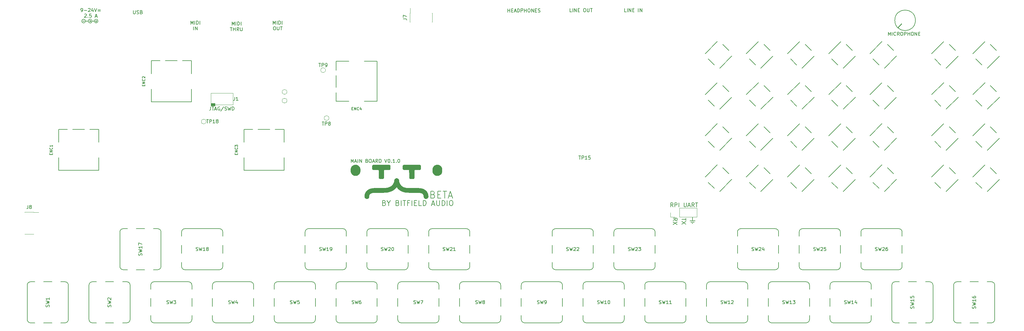
<source format=gbr>
%TF.GenerationSoftware,KiCad,Pcbnew,5.1.6*%
%TF.CreationDate,2020-06-25T20:30:03+02:00*%
%TF.ProjectId,OTTOdiy_SMD,4f54544f-6469-4795-9f53-4d442e6b6963,rev?*%
%TF.SameCoordinates,PX269fb20PYbb65a20*%
%TF.FileFunction,Legend,Top*%
%TF.FilePolarity,Positive*%
%FSLAX46Y46*%
G04 Gerber Fmt 4.6, Leading zero omitted, Abs format (unit mm)*
G04 Created by KiCad (PCBNEW 5.1.6) date 2020-06-25 20:30:03*
%MOMM*%
%LPD*%
G01*
G04 APERTURE LIST*
%ADD10C,0.150000*%
%ADD11C,0.200000*%
%ADD12C,0.240000*%
%ADD13C,0.120000*%
%ADD14C,0.250000*%
%ADD15C,0.010000*%
G04 APERTURE END LIST*
D10*
X230667952Y178266620D02*
X230667952Y179266620D01*
X231001285Y178552334D01*
X231334619Y179266620D01*
X231334619Y178266620D01*
X231810809Y178266620D02*
X231810809Y179266620D01*
X232858428Y178361858D02*
X232810809Y178314239D01*
X232667952Y178266620D01*
X232572714Y178266620D01*
X232429857Y178314239D01*
X232334619Y178409477D01*
X232287000Y178504715D01*
X232239380Y178695191D01*
X232239380Y178838048D01*
X232287000Y179028524D01*
X232334619Y179123762D01*
X232429857Y179219000D01*
X232572714Y179266620D01*
X232667952Y179266620D01*
X232810809Y179219000D01*
X232858428Y179171381D01*
X233858428Y178266620D02*
X233525095Y178742810D01*
X233287000Y178266620D02*
X233287000Y179266620D01*
X233667952Y179266620D01*
X233763190Y179219000D01*
X233810809Y179171381D01*
X233858428Y179076143D01*
X233858428Y178933286D01*
X233810809Y178838048D01*
X233763190Y178790429D01*
X233667952Y178742810D01*
X233287000Y178742810D01*
X234477476Y179266620D02*
X234667952Y179266620D01*
X234763190Y179219000D01*
X234858428Y179123762D01*
X234906047Y178933286D01*
X234906047Y178599953D01*
X234858428Y178409477D01*
X234763190Y178314239D01*
X234667952Y178266620D01*
X234477476Y178266620D01*
X234382238Y178314239D01*
X234287000Y178409477D01*
X234239380Y178599953D01*
X234239380Y178933286D01*
X234287000Y179123762D01*
X234382238Y179219000D01*
X234477476Y179266620D01*
X235334619Y178266620D02*
X235334619Y179266620D01*
X235715571Y179266620D01*
X235810809Y179219000D01*
X235858428Y179171381D01*
X235906047Y179076143D01*
X235906047Y178933286D01*
X235858428Y178838048D01*
X235810809Y178790429D01*
X235715571Y178742810D01*
X235334619Y178742810D01*
X236334619Y178266620D02*
X236334619Y179266620D01*
X236334619Y178790429D02*
X236906047Y178790429D01*
X236906047Y178266620D02*
X236906047Y179266620D01*
X237572714Y179266620D02*
X237763190Y179266620D01*
X237858428Y179219000D01*
X237953666Y179123762D01*
X238001285Y178933286D01*
X238001285Y178599953D01*
X237953666Y178409477D01*
X237858428Y178314239D01*
X237763190Y178266620D01*
X237572714Y178266620D01*
X237477476Y178314239D01*
X237382238Y178409477D01*
X237334619Y178599953D01*
X237334619Y178933286D01*
X237382238Y179123762D01*
X237477476Y179219000D01*
X237572714Y179266620D01*
X238429857Y178266620D02*
X238429857Y179266620D01*
X239001285Y178266620D01*
X239001285Y179266620D01*
X239477476Y178790429D02*
X239810809Y178790429D01*
X239953666Y178266620D02*
X239477476Y178266620D01*
X239477476Y179266620D01*
X239953666Y179266620D01*
X173453000Y123425000D02*
X173707000Y123425000D01*
X173072000Y123806000D02*
X174088000Y123806000D01*
X172818000Y124187000D02*
X174342000Y124187000D01*
X173580000Y125203000D02*
X173580000Y124187000D01*
X171697142Y124974286D02*
X171697142Y124288572D01*
X170497142Y124631429D02*
X171697142Y124631429D01*
X171697142Y124002858D02*
X170497142Y123202858D01*
X171697142Y123202858D02*
X170497142Y124002858D01*
X167957142Y124260000D02*
X168528571Y124660000D01*
X167957142Y124945715D02*
X169157142Y124945715D01*
X169157142Y124488572D01*
X169100000Y124374286D01*
X169042857Y124317143D01*
X168928571Y124260000D01*
X168757142Y124260000D01*
X168642857Y124317143D01*
X168585714Y124374286D01*
X168528571Y124488572D01*
X168528571Y124945715D01*
X169157142Y123860000D02*
X167957142Y123060000D01*
X169157142Y123060000D02*
X167957142Y123860000D01*
X167928571Y128257143D02*
X167528571Y128828572D01*
X167242857Y128257143D02*
X167242857Y129457143D01*
X167700000Y129457143D01*
X167814285Y129400000D01*
X167871428Y129342858D01*
X167928571Y129228572D01*
X167928571Y129057143D01*
X167871428Y128942858D01*
X167814285Y128885715D01*
X167700000Y128828572D01*
X167242857Y128828572D01*
X168442857Y128257143D02*
X168442857Y129457143D01*
X168900000Y129457143D01*
X169014285Y129400000D01*
X169071428Y129342858D01*
X169128571Y129228572D01*
X169128571Y129057143D01*
X169071428Y128942858D01*
X169014285Y128885715D01*
X168900000Y128828572D01*
X168442857Y128828572D01*
X169642857Y128257143D02*
X169642857Y129457143D01*
X171128571Y129457143D02*
X171128571Y128485715D01*
X171185714Y128371429D01*
X171242857Y128314286D01*
X171357142Y128257143D01*
X171585714Y128257143D01*
X171700000Y128314286D01*
X171757142Y128371429D01*
X171814285Y128485715D01*
X171814285Y129457143D01*
X172328571Y128600000D02*
X172900000Y128600000D01*
X172214285Y128257143D02*
X172614285Y129457143D01*
X173014285Y128257143D01*
X174100000Y128257143D02*
X173700000Y128828572D01*
X173414285Y128257143D02*
X173414285Y129457143D01*
X173871428Y129457143D01*
X173985714Y129400000D01*
X174042857Y129342858D01*
X174100000Y129228572D01*
X174100000Y129057143D01*
X174042857Y128942858D01*
X173985714Y128885715D01*
X173871428Y128828572D01*
X173414285Y128828572D01*
X174442857Y129457143D02*
X175128571Y129457143D01*
X174785714Y128257143D02*
X174785714Y129457143D01*
X-3306910Y182477000D02*
G75*
G03*
X-3306910Y182477000I-555090J0D01*
G01*
X328833Y182477000D02*
G75*
G03*
X328833Y182477000I-540833J0D01*
G01*
X74098571Y141183620D02*
X74098571Y142183620D01*
X74431904Y141469334D01*
X74765238Y142183620D01*
X74765238Y141183620D01*
X75193809Y141469334D02*
X75670000Y141469334D01*
X75098571Y141183620D02*
X75431904Y142183620D01*
X75765238Y141183620D01*
X76098571Y141183620D02*
X76098571Y142183620D01*
X76574761Y141183620D02*
X76574761Y142183620D01*
X77146190Y141183620D01*
X77146190Y142183620D01*
X78717619Y141707429D02*
X78860476Y141659810D01*
X78908095Y141612191D01*
X78955714Y141516953D01*
X78955714Y141374096D01*
X78908095Y141278858D01*
X78860476Y141231239D01*
X78765238Y141183620D01*
X78384285Y141183620D01*
X78384285Y142183620D01*
X78717619Y142183620D01*
X78812857Y142136000D01*
X78860476Y142088381D01*
X78908095Y141993143D01*
X78908095Y141897905D01*
X78860476Y141802667D01*
X78812857Y141755048D01*
X78717619Y141707429D01*
X78384285Y141707429D01*
X79574761Y142183620D02*
X79765238Y142183620D01*
X79860476Y142136000D01*
X79955714Y142040762D01*
X80003333Y141850286D01*
X80003333Y141516953D01*
X79955714Y141326477D01*
X79860476Y141231239D01*
X79765238Y141183620D01*
X79574761Y141183620D01*
X79479523Y141231239D01*
X79384285Y141326477D01*
X79336666Y141516953D01*
X79336666Y141850286D01*
X79384285Y142040762D01*
X79479523Y142136000D01*
X79574761Y142183620D01*
X80384285Y141469334D02*
X80860476Y141469334D01*
X80289047Y141183620D02*
X80622380Y142183620D01*
X80955714Y141183620D01*
X81860476Y141183620D02*
X81527142Y141659810D01*
X81289047Y141183620D02*
X81289047Y142183620D01*
X81670000Y142183620D01*
X81765238Y142136000D01*
X81812857Y142088381D01*
X81860476Y141993143D01*
X81860476Y141850286D01*
X81812857Y141755048D01*
X81765238Y141707429D01*
X81670000Y141659810D01*
X81289047Y141659810D01*
X82289047Y141183620D02*
X82289047Y142183620D01*
X82527142Y142183620D01*
X82670000Y142136000D01*
X82765238Y142040762D01*
X82812857Y141945524D01*
X82860476Y141755048D01*
X82860476Y141612191D01*
X82812857Y141421715D01*
X82765238Y141326477D01*
X82670000Y141231239D01*
X82527142Y141183620D01*
X82289047Y141183620D01*
X83908095Y142183620D02*
X84241428Y141183620D01*
X84574761Y142183620D01*
X85098571Y142183620D02*
X85193809Y142183620D01*
X85289047Y142136000D01*
X85336666Y142088381D01*
X85384285Y141993143D01*
X85431904Y141802667D01*
X85431904Y141564572D01*
X85384285Y141374096D01*
X85336666Y141278858D01*
X85289047Y141231239D01*
X85193809Y141183620D01*
X85098571Y141183620D01*
X85003333Y141231239D01*
X84955714Y141278858D01*
X84908095Y141374096D01*
X84860476Y141564572D01*
X84860476Y141802667D01*
X84908095Y141993143D01*
X84955714Y142088381D01*
X85003333Y142136000D01*
X85098571Y142183620D01*
X85860476Y141278858D02*
X85908095Y141231239D01*
X85860476Y141183620D01*
X85812857Y141231239D01*
X85860476Y141278858D01*
X85860476Y141183620D01*
X86860476Y141183620D02*
X86289047Y141183620D01*
X86574761Y141183620D02*
X86574761Y142183620D01*
X86479523Y142040762D01*
X86384285Y141945524D01*
X86289047Y141897905D01*
X87289047Y141278858D02*
X87336666Y141231239D01*
X87289047Y141183620D01*
X87241428Y141231239D01*
X87289047Y141278858D01*
X87289047Y141183620D01*
X87955714Y142183620D02*
X88050952Y142183620D01*
X88146190Y142136000D01*
X88193809Y142088381D01*
X88241428Y141993143D01*
X88289047Y141802667D01*
X88289047Y141564572D01*
X88241428Y141374096D01*
X88193809Y141278858D01*
X88146190Y141231239D01*
X88050952Y141183620D01*
X87955714Y141183620D01*
X87860476Y141231239D01*
X87812857Y141278858D01*
X87765238Y141374096D01*
X87717619Y141564572D01*
X87717619Y141802667D01*
X87765238Y141993143D01*
X87812857Y142088381D01*
X87860476Y142136000D01*
X87955714Y142183620D01*
D11*
X83756485Y129418143D02*
X83970771Y129346715D01*
X84042200Y129275286D01*
X84113628Y129132429D01*
X84113628Y128918143D01*
X84042200Y128775286D01*
X83970771Y128703858D01*
X83827914Y128632429D01*
X83256485Y128632429D01*
X83256485Y130132429D01*
X83756485Y130132429D01*
X83899342Y130061000D01*
X83970771Y129989572D01*
X84042200Y129846715D01*
X84042200Y129703858D01*
X83970771Y129561000D01*
X83899342Y129489572D01*
X83756485Y129418143D01*
X83256485Y129418143D01*
X85042200Y129346715D02*
X85042200Y128632429D01*
X84542200Y130132429D02*
X85042200Y129346715D01*
X85542200Y130132429D01*
X87685057Y129418143D02*
X87899342Y129346715D01*
X87970771Y129275286D01*
X88042200Y129132429D01*
X88042200Y128918143D01*
X87970771Y128775286D01*
X87899342Y128703858D01*
X87756485Y128632429D01*
X87185057Y128632429D01*
X87185057Y130132429D01*
X87685057Y130132429D01*
X87827914Y130061000D01*
X87899342Y129989572D01*
X87970771Y129846715D01*
X87970771Y129703858D01*
X87899342Y129561000D01*
X87827914Y129489572D01*
X87685057Y129418143D01*
X87185057Y129418143D01*
X88685057Y128632429D02*
X88685057Y130132429D01*
X89185057Y130132429D02*
X90042200Y130132429D01*
X89613628Y128632429D02*
X89613628Y130132429D01*
X91042200Y129418143D02*
X90542200Y129418143D01*
X90542200Y128632429D02*
X90542200Y130132429D01*
X91256485Y130132429D01*
X91827914Y128632429D02*
X91827914Y130132429D01*
X92542200Y129418143D02*
X93042200Y129418143D01*
X93256485Y128632429D02*
X92542200Y128632429D01*
X92542200Y130132429D01*
X93256485Y130132429D01*
X94613628Y128632429D02*
X93899342Y128632429D01*
X93899342Y130132429D01*
X95113628Y128632429D02*
X95113628Y130132429D01*
X95470771Y130132429D01*
X95685057Y130061000D01*
X95827914Y129918143D01*
X95899342Y129775286D01*
X95970771Y129489572D01*
X95970771Y129275286D01*
X95899342Y128989572D01*
X95827914Y128846715D01*
X95685057Y128703858D01*
X95470771Y128632429D01*
X95113628Y128632429D01*
X97685057Y129061000D02*
X98399342Y129061000D01*
X97542200Y128632429D02*
X98042200Y130132429D01*
X98542200Y128632429D01*
X99042200Y130132429D02*
X99042200Y128918143D01*
X99113628Y128775286D01*
X99185057Y128703858D01*
X99327914Y128632429D01*
X99613628Y128632429D01*
X99756485Y128703858D01*
X99827914Y128775286D01*
X99899342Y128918143D01*
X99899342Y130132429D01*
X100613628Y128632429D02*
X100613628Y130132429D01*
X100970771Y130132429D01*
X101185057Y130061000D01*
X101327914Y129918143D01*
X101399342Y129775286D01*
X101470771Y129489572D01*
X101470771Y129275286D01*
X101399342Y128989572D01*
X101327914Y128846715D01*
X101185057Y128703858D01*
X100970771Y128632429D01*
X100613628Y128632429D01*
X102113628Y128632429D02*
X102113628Y130132429D01*
X103113628Y130132429D02*
X103399342Y130132429D01*
X103542200Y130061000D01*
X103685057Y129918143D01*
X103756485Y129632429D01*
X103756485Y129132429D01*
X103685057Y128846715D01*
X103542200Y128703858D01*
X103399342Y128632429D01*
X103113628Y128632429D01*
X102970771Y128703858D01*
X102827914Y128846715D01*
X102756485Y129132429D01*
X102756485Y129632429D01*
X102827914Y129918143D01*
X102970771Y130061000D01*
X103113628Y130132429D01*
D10*
X-212000Y182727000D02*
X-212000Y182227000D01*
X-462000Y182477000D02*
X38000Y182477000D01*
X-4112000Y182477000D02*
X-3612000Y182477000D01*
X-2537000Y182477000D02*
X-3306910Y182477000D01*
X-1937000Y182477000D02*
X-787000Y182477000D01*
D12*
X-1817000Y182477000D02*
G75*
G03*
X-1817000Y182477000I-120000J0D01*
G01*
D10*
X-1437000Y182227000D02*
G75*
G02*
X-1437000Y182727000I-500000J250000D01*
G01*
X-4596524Y185199620D02*
X-4406048Y185199620D01*
X-4310810Y185247239D01*
X-4263191Y185294858D01*
X-4167953Y185437715D01*
X-4120334Y185628191D01*
X-4120334Y186009143D01*
X-4167953Y186104381D01*
X-4215572Y186152000D01*
X-4310810Y186199620D01*
X-4501286Y186199620D01*
X-4596524Y186152000D01*
X-4644143Y186104381D01*
X-4691762Y186009143D01*
X-4691762Y185771048D01*
X-4644143Y185675810D01*
X-4596524Y185628191D01*
X-4501286Y185580572D01*
X-4310810Y185580572D01*
X-4215572Y185628191D01*
X-4167953Y185675810D01*
X-4120334Y185771048D01*
X-3691762Y185580572D02*
X-2929858Y185580572D01*
X-2501286Y186104381D02*
X-2453667Y186152000D01*
X-2358429Y186199620D01*
X-2120334Y186199620D01*
X-2025096Y186152000D01*
X-1977477Y186104381D01*
X-1929858Y186009143D01*
X-1929858Y185913905D01*
X-1977477Y185771048D01*
X-2548905Y185199620D01*
X-1929858Y185199620D01*
X-1072715Y185866286D02*
X-1072715Y185199620D01*
X-1310810Y186247239D02*
X-1548905Y185532953D01*
X-929858Y185532953D01*
X-691762Y186199620D02*
X-358429Y185199620D01*
X-25096Y186199620D01*
X308238Y185723429D02*
X1070142Y185723429D01*
X1070142Y185437715D02*
X308238Y185437715D01*
X-3596524Y184454381D02*
X-3548905Y184502000D01*
X-3453667Y184549620D01*
X-3215572Y184549620D01*
X-3120334Y184502000D01*
X-3072715Y184454381D01*
X-3025096Y184359143D01*
X-3025096Y184263905D01*
X-3072715Y184121048D01*
X-3644143Y183549620D01*
X-3025096Y183549620D01*
X-2596524Y183644858D02*
X-2548905Y183597239D01*
X-2596524Y183549620D01*
X-2644143Y183597239D01*
X-2596524Y183644858D01*
X-2596524Y183549620D01*
X-1644143Y184549620D02*
X-2120334Y184549620D01*
X-2167953Y184073429D01*
X-2120334Y184121048D01*
X-2025096Y184168667D01*
X-1787000Y184168667D01*
X-1691762Y184121048D01*
X-1644143Y184073429D01*
X-1596524Y183978191D01*
X-1596524Y183740096D01*
X-1644143Y183644858D01*
X-1691762Y183597239D01*
X-1787000Y183549620D01*
X-2025096Y183549620D01*
X-2120334Y183597239D01*
X-2167953Y183644858D01*
X-453667Y183835334D02*
X22523Y183835334D01*
X-548905Y183549620D02*
X-215572Y184549620D01*
X117761Y183549620D01*
X10647095Y185567620D02*
X10647095Y184758096D01*
X10694714Y184662858D01*
X10742333Y184615239D01*
X10837571Y184567620D01*
X11028047Y184567620D01*
X11123285Y184615239D01*
X11170904Y184662858D01*
X11218523Y184758096D01*
X11218523Y185567620D01*
X11647095Y184615239D02*
X11789952Y184567620D01*
X12028047Y184567620D01*
X12123285Y184615239D01*
X12170904Y184662858D01*
X12218523Y184758096D01*
X12218523Y184853334D01*
X12170904Y184948572D01*
X12123285Y184996191D01*
X12028047Y185043810D01*
X11837571Y185091429D01*
X11742333Y185139048D01*
X11694714Y185186667D01*
X11647095Y185281905D01*
X11647095Y185377143D01*
X11694714Y185472381D01*
X11742333Y185520000D01*
X11837571Y185567620D01*
X12075666Y185567620D01*
X12218523Y185520000D01*
X12980428Y185091429D02*
X13123285Y185043810D01*
X13170904Y184996191D01*
X13218523Y184900953D01*
X13218523Y184758096D01*
X13170904Y184662858D01*
X13123285Y184615239D01*
X13028047Y184567620D01*
X12647095Y184567620D01*
X12647095Y185567620D01*
X12980428Y185567620D01*
X13075666Y185520000D01*
X13123285Y185472381D01*
X13170904Y185377143D01*
X13170904Y185281905D01*
X13123285Y185186667D01*
X13075666Y185139048D01*
X12980428Y185091429D01*
X12647095Y185091429D01*
X154302380Y185197620D02*
X153826190Y185197620D01*
X153826190Y186197620D01*
X154635714Y185197620D02*
X154635714Y186197620D01*
X155111904Y185197620D02*
X155111904Y186197620D01*
X155683333Y185197620D01*
X155683333Y186197620D01*
X156159523Y185721429D02*
X156492857Y185721429D01*
X156635714Y185197620D02*
X156159523Y185197620D01*
X156159523Y186197620D01*
X156635714Y186197620D01*
X157826190Y185197620D02*
X157826190Y186197620D01*
X158302380Y185197620D02*
X158302380Y186197620D01*
X158873809Y185197620D01*
X158873809Y186197620D01*
X138360714Y185172620D02*
X137884523Y185172620D01*
X137884523Y186172620D01*
X138694047Y185172620D02*
X138694047Y186172620D01*
X139170238Y185172620D02*
X139170238Y186172620D01*
X139741666Y185172620D01*
X139741666Y186172620D01*
X140217857Y185696429D02*
X140551190Y185696429D01*
X140694047Y185172620D02*
X140217857Y185172620D01*
X140217857Y186172620D01*
X140694047Y186172620D01*
X142075000Y186172620D02*
X142265476Y186172620D01*
X142360714Y186125000D01*
X142455952Y186029762D01*
X142503571Y185839286D01*
X142503571Y185505953D01*
X142455952Y185315477D01*
X142360714Y185220239D01*
X142265476Y185172620D01*
X142075000Y185172620D01*
X141979761Y185220239D01*
X141884523Y185315477D01*
X141836904Y185505953D01*
X141836904Y185839286D01*
X141884523Y186029762D01*
X141979761Y186125000D01*
X142075000Y186172620D01*
X142932142Y186172620D02*
X142932142Y185363096D01*
X142979761Y185267858D01*
X143027380Y185220239D01*
X143122619Y185172620D01*
X143313095Y185172620D01*
X143408333Y185220239D01*
X143455952Y185267858D01*
X143503571Y185363096D01*
X143503571Y186172620D01*
X143836904Y186172620D02*
X144408333Y186172620D01*
X144122619Y185172620D02*
X144122619Y186172620D01*
X119808333Y185097620D02*
X119808333Y186097620D01*
X119808333Y185621429D02*
X120379761Y185621429D01*
X120379761Y185097620D02*
X120379761Y186097620D01*
X120855952Y185621429D02*
X121189285Y185621429D01*
X121332142Y185097620D02*
X120855952Y185097620D01*
X120855952Y186097620D01*
X121332142Y186097620D01*
X121713095Y185383334D02*
X122189285Y185383334D01*
X121617857Y185097620D02*
X121951190Y186097620D01*
X122284523Y185097620D01*
X122617857Y185097620D02*
X122617857Y186097620D01*
X122855952Y186097620D01*
X122998809Y186050000D01*
X123094047Y185954762D01*
X123141666Y185859524D01*
X123189285Y185669048D01*
X123189285Y185526191D01*
X123141666Y185335715D01*
X123094047Y185240477D01*
X122998809Y185145239D01*
X122855952Y185097620D01*
X122617857Y185097620D01*
X123617857Y185097620D02*
X123617857Y186097620D01*
X123998809Y186097620D01*
X124094047Y186050000D01*
X124141666Y186002381D01*
X124189285Y185907143D01*
X124189285Y185764286D01*
X124141666Y185669048D01*
X124094047Y185621429D01*
X123998809Y185573810D01*
X123617857Y185573810D01*
X124617857Y185097620D02*
X124617857Y186097620D01*
X124617857Y185621429D02*
X125189285Y185621429D01*
X125189285Y185097620D02*
X125189285Y186097620D01*
X125855952Y186097620D02*
X126046428Y186097620D01*
X126141666Y186050000D01*
X126236904Y185954762D01*
X126284523Y185764286D01*
X126284523Y185430953D01*
X126236904Y185240477D01*
X126141666Y185145239D01*
X126046428Y185097620D01*
X125855952Y185097620D01*
X125760714Y185145239D01*
X125665476Y185240477D01*
X125617857Y185430953D01*
X125617857Y185764286D01*
X125665476Y185954762D01*
X125760714Y186050000D01*
X125855952Y186097620D01*
X126713095Y185097620D02*
X126713095Y186097620D01*
X127284523Y185097620D01*
X127284523Y186097620D01*
X127760714Y185621429D02*
X128094047Y185621429D01*
X128236904Y185097620D02*
X127760714Y185097620D01*
X127760714Y186097620D01*
X128236904Y186097620D01*
X128617857Y185145239D02*
X128760714Y185097620D01*
X128998809Y185097620D01*
X129094047Y185145239D01*
X129141666Y185192858D01*
X129189285Y185288096D01*
X129189285Y185383334D01*
X129141666Y185478572D01*
X129094047Y185526191D01*
X128998809Y185573810D01*
X128808333Y185621429D01*
X128713095Y185669048D01*
X128665476Y185716667D01*
X128617857Y185811905D01*
X128617857Y185907143D01*
X128665476Y186002381D01*
X128713095Y186050000D01*
X128808333Y186097620D01*
X129046428Y186097620D01*
X129189285Y186050000D01*
X51390476Y181522620D02*
X51390476Y182522620D01*
X51723809Y181808334D01*
X52057142Y182522620D01*
X52057142Y181522620D01*
X52533333Y181522620D02*
X52533333Y182522620D01*
X53009523Y181522620D02*
X53009523Y182522620D01*
X53247619Y182522620D01*
X53390476Y182475000D01*
X53485714Y182379762D01*
X53533333Y182284524D01*
X53580952Y182094048D01*
X53580952Y181951191D01*
X53533333Y181760715D01*
X53485714Y181665477D01*
X53390476Y181570239D01*
X53247619Y181522620D01*
X53009523Y181522620D01*
X54009523Y181522620D02*
X54009523Y182522620D01*
X51700000Y180872620D02*
X51890476Y180872620D01*
X51985714Y180825000D01*
X52080952Y180729762D01*
X52128571Y180539286D01*
X52128571Y180205953D01*
X52080952Y180015477D01*
X51985714Y179920239D01*
X51890476Y179872620D01*
X51700000Y179872620D01*
X51604761Y179920239D01*
X51509523Y180015477D01*
X51461904Y180205953D01*
X51461904Y180539286D01*
X51509523Y180729762D01*
X51604761Y180825000D01*
X51700000Y180872620D01*
X52557142Y180872620D02*
X52557142Y180063096D01*
X52604761Y179967858D01*
X52652380Y179920239D01*
X52747619Y179872620D01*
X52938095Y179872620D01*
X53033333Y179920239D01*
X53080952Y179967858D01*
X53128571Y180063096D01*
X53128571Y180872620D01*
X53461904Y180872620D02*
X54033333Y180872620D01*
X53747619Y179872620D02*
X53747619Y180872620D01*
X39390476Y181272620D02*
X39390476Y182272620D01*
X39723809Y181558334D01*
X40057142Y182272620D01*
X40057142Y181272620D01*
X40533333Y181272620D02*
X40533333Y182272620D01*
X41009523Y181272620D02*
X41009523Y182272620D01*
X41247619Y182272620D01*
X41390476Y182225000D01*
X41485714Y182129762D01*
X41533333Y182034524D01*
X41580952Y181844048D01*
X41580952Y181701191D01*
X41533333Y181510715D01*
X41485714Y181415477D01*
X41390476Y181320239D01*
X41247619Y181272620D01*
X41009523Y181272620D01*
X42009523Y181272620D02*
X42009523Y182272620D01*
X38866666Y180622620D02*
X39438095Y180622620D01*
X39152380Y179622620D02*
X39152380Y180622620D01*
X39771428Y179622620D02*
X39771428Y180622620D01*
X39771428Y180146429D02*
X40342857Y180146429D01*
X40342857Y179622620D02*
X40342857Y180622620D01*
X41390476Y179622620D02*
X41057142Y180098810D01*
X40819047Y179622620D02*
X40819047Y180622620D01*
X41200000Y180622620D01*
X41295238Y180575000D01*
X41342857Y180527381D01*
X41390476Y180432143D01*
X41390476Y180289286D01*
X41342857Y180194048D01*
X41295238Y180146429D01*
X41200000Y180098810D01*
X40819047Y180098810D01*
X41819047Y180622620D02*
X41819047Y179813096D01*
X41866666Y179717858D01*
X41914285Y179670239D01*
X42009523Y179622620D01*
X42200000Y179622620D01*
X42295238Y179670239D01*
X42342857Y179717858D01*
X42390476Y179813096D01*
X42390476Y180622620D01*
X27390476Y181522620D02*
X27390476Y182522620D01*
X27723809Y181808334D01*
X28057142Y182522620D01*
X28057142Y181522620D01*
X28533333Y181522620D02*
X28533333Y182522620D01*
X29009523Y181522620D02*
X29009523Y182522620D01*
X29247619Y182522620D01*
X29390476Y182475000D01*
X29485714Y182379762D01*
X29533333Y182284524D01*
X29580952Y182094048D01*
X29580952Y181951191D01*
X29533333Y181760715D01*
X29485714Y181665477D01*
X29390476Y181570239D01*
X29247619Y181522620D01*
X29009523Y181522620D01*
X30009523Y181522620D02*
X30009523Y182522620D01*
X28176190Y179872620D02*
X28176190Y180872620D01*
X28652380Y179872620D02*
X28652380Y180872620D01*
X29223809Y179872620D01*
X29223809Y180872620D01*
X33191904Y157457620D02*
X33191904Y156743334D01*
X33144285Y156600477D01*
X33049047Y156505239D01*
X32906190Y156457620D01*
X32810952Y156457620D01*
X33525238Y157457620D02*
X34096666Y157457620D01*
X33810952Y156457620D02*
X33810952Y157457620D01*
X34382380Y156743334D02*
X34858571Y156743334D01*
X34287142Y156457620D02*
X34620476Y157457620D01*
X34953809Y156457620D01*
X35810952Y157410000D02*
X35715714Y157457620D01*
X35572857Y157457620D01*
X35430000Y157410000D01*
X35334761Y157314762D01*
X35287142Y157219524D01*
X35239523Y157029048D01*
X35239523Y156886191D01*
X35287142Y156695715D01*
X35334761Y156600477D01*
X35430000Y156505239D01*
X35572857Y156457620D01*
X35668095Y156457620D01*
X35810952Y156505239D01*
X35858571Y156552858D01*
X35858571Y156886191D01*
X35668095Y156886191D01*
X37001428Y157505239D02*
X36144285Y156219524D01*
X37287142Y156505239D02*
X37430000Y156457620D01*
X37668095Y156457620D01*
X37763333Y156505239D01*
X37810952Y156552858D01*
X37858571Y156648096D01*
X37858571Y156743334D01*
X37810952Y156838572D01*
X37763333Y156886191D01*
X37668095Y156933810D01*
X37477619Y156981429D01*
X37382380Y157029048D01*
X37334761Y157076667D01*
X37287142Y157171905D01*
X37287142Y157267143D01*
X37334761Y157362381D01*
X37382380Y157410000D01*
X37477619Y157457620D01*
X37715714Y157457620D01*
X37858571Y157410000D01*
X38191904Y157457620D02*
X38430000Y156457620D01*
X38620476Y157171905D01*
X38810952Y156457620D01*
X39049047Y157457620D01*
X39430000Y156457620D02*
X39430000Y157457620D01*
X39668095Y157457620D01*
X39810952Y157410000D01*
X39906190Y157314762D01*
X39953809Y157219524D01*
X40001428Y157029048D01*
X40001428Y156886191D01*
X39953809Y156695715D01*
X39906190Y156600477D01*
X39810952Y156505239D01*
X39668095Y156457620D01*
X39430000Y156457620D01*
D11*
X97991247Y131853858D02*
X98276961Y131758620D01*
X98372200Y131663381D01*
X98467438Y131472905D01*
X98467438Y131187191D01*
X98372200Y130996715D01*
X98276961Y130901477D01*
X98086485Y130806239D01*
X97324580Y130806239D01*
X97324580Y132806239D01*
X97991247Y132806239D01*
X98181723Y132711000D01*
X98276961Y132615762D01*
X98372200Y132425286D01*
X98372200Y132234810D01*
X98276961Y132044334D01*
X98181723Y131949096D01*
X97991247Y131853858D01*
X97324580Y131853858D01*
X99324580Y131853858D02*
X99991247Y131853858D01*
X100276961Y130806239D02*
X99324580Y130806239D01*
X99324580Y132806239D01*
X100276961Y132806239D01*
X100848390Y132806239D02*
X101991247Y132806239D01*
X101419819Y130806239D02*
X101419819Y132806239D01*
X102562676Y131377667D02*
X103515057Y131377667D01*
X102372200Y130806239D02*
X103038866Y132806239D01*
X103705533Y130806239D01*
D13*
X174910000Y125270000D02*
X174910000Y127930000D01*
X169770000Y125270000D02*
X174910000Y125270000D01*
X169770000Y127930000D02*
X174910000Y127930000D01*
X169770000Y125270000D02*
X169770000Y127930000D01*
X168500000Y125270000D02*
X167170000Y125270000D01*
X167170000Y125270000D02*
X167170000Y126600000D01*
D10*
X238570000Y182700000D02*
G75*
G03*
X238570000Y182700000I-3000000J0D01*
G01*
D14*
X234520000Y181650000D02*
X233520000Y180650000D01*
D10*
X225310913Y173003553D02*
X228846447Y176539087D01*
X227962563Y169644796D02*
X226194796Y171412563D01*
X233089087Y172296447D02*
X229553553Y168760913D01*
X230437437Y175655204D02*
X232205204Y173887437D01*
X243310913Y173003553D02*
X246846447Y176539087D01*
X245962563Y169644796D02*
X244194796Y171412563D01*
X251089087Y172296447D02*
X247553553Y168760913D01*
X248437437Y175655204D02*
X250205204Y173887437D01*
X177310913Y173003553D02*
X180846447Y176539087D01*
X179962563Y169644796D02*
X178194796Y171412563D01*
X185089087Y172296447D02*
X181553553Y168760913D01*
X182437437Y175655204D02*
X184205204Y173887437D01*
X189310913Y173003553D02*
X192846447Y176539087D01*
X191962563Y169644796D02*
X190194796Y171412563D01*
X197089087Y172296447D02*
X193553553Y168760913D01*
X194437437Y175655204D02*
X196205204Y173887437D01*
X201310913Y173003553D02*
X204846447Y176539087D01*
X203962563Y169644796D02*
X202194796Y171412563D01*
X209089087Y172296447D02*
X205553553Y168760913D01*
X206437437Y175655204D02*
X208205204Y173887437D01*
X213310913Y173003553D02*
X216846447Y176539087D01*
X215962563Y169644796D02*
X214194796Y171412563D01*
X221089087Y172296447D02*
X217553553Y168760913D01*
X218437437Y175655204D02*
X220205204Y173887437D01*
X255310913Y173003553D02*
X258846447Y176539087D01*
X257962563Y169644796D02*
X256194796Y171412563D01*
X263089087Y172296447D02*
X259553553Y168760913D01*
X260437437Y175655204D02*
X262205204Y173887437D01*
X255310913Y161003553D02*
X258846447Y164539087D01*
X257962563Y157644796D02*
X256194796Y159412563D01*
X263089087Y160296447D02*
X259553553Y156760913D01*
X260437437Y163655204D02*
X262205204Y161887437D01*
X243310913Y161003553D02*
X246846447Y164539087D01*
X245962563Y157644796D02*
X244194796Y159412563D01*
X251089087Y160296447D02*
X247553553Y156760913D01*
X248437437Y163655204D02*
X250205204Y161887437D01*
X225310913Y161003553D02*
X228846447Y164539087D01*
X227962563Y157644796D02*
X226194796Y159412563D01*
X233089087Y160296447D02*
X229553553Y156760913D01*
X230437437Y163655204D02*
X232205204Y161887437D01*
X213310913Y161003553D02*
X216846447Y164539087D01*
X215962563Y157644796D02*
X214194796Y159412563D01*
X221089087Y160296447D02*
X217553553Y156760913D01*
X218437437Y163655204D02*
X220205204Y161887437D01*
X201310913Y161003553D02*
X204846447Y164539087D01*
X203962563Y157644796D02*
X202194796Y159412563D01*
X209089087Y160296447D02*
X205553553Y156760913D01*
X206437437Y163655204D02*
X208205204Y161887437D01*
X189310913Y161003553D02*
X192846447Y164539087D01*
X191962563Y157644796D02*
X190194796Y159412563D01*
X197089087Y160296447D02*
X193553553Y156760913D01*
X194437437Y163655204D02*
X196205204Y161887437D01*
X177310913Y161003553D02*
X180846447Y164539087D01*
X179962563Y157644796D02*
X178194796Y159412563D01*
X185089087Y160296447D02*
X181553553Y156760913D01*
X182437437Y163655204D02*
X184205204Y161887437D01*
X255310913Y149003553D02*
X258846447Y152539087D01*
X257962563Y145644796D02*
X256194796Y147412563D01*
X263089087Y148296447D02*
X259553553Y144760913D01*
X260437437Y151655204D02*
X262205204Y149887437D01*
X243310913Y149003553D02*
X246846447Y152539087D01*
X245962563Y145644796D02*
X244194796Y147412563D01*
X251089087Y148296447D02*
X247553553Y144760913D01*
X248437437Y151655204D02*
X250205204Y149887437D01*
X225310913Y149003553D02*
X228846447Y152539087D01*
X227962563Y145644796D02*
X226194796Y147412563D01*
X233089087Y148296447D02*
X229553553Y144760913D01*
X230437437Y151655204D02*
X232205204Y149887437D01*
X213310913Y149003553D02*
X216846447Y152539087D01*
X215962563Y145644796D02*
X214194796Y147412563D01*
X221089087Y148296447D02*
X217553553Y144760913D01*
X218437437Y151655204D02*
X220205204Y149887437D01*
X201310913Y149003553D02*
X204846447Y152539087D01*
X203962563Y145644796D02*
X202194796Y147412563D01*
X209089087Y148296447D02*
X205553553Y144760913D01*
X206437437Y151655204D02*
X208205204Y149887437D01*
X189310913Y149003553D02*
X192846447Y152539087D01*
X191962563Y145644796D02*
X190194796Y147412563D01*
X197089087Y148296447D02*
X193553553Y144760913D01*
X194437437Y151655204D02*
X196205204Y149887437D01*
X177310913Y149003553D02*
X180846447Y152539087D01*
X179962563Y145644796D02*
X178194796Y147412563D01*
X185089087Y148296447D02*
X181553553Y144760913D01*
X182437437Y151655204D02*
X184205204Y149887437D01*
X255310913Y137003553D02*
X258846447Y140539087D01*
X257962563Y133644796D02*
X256194796Y135412563D01*
X263089087Y136296447D02*
X259553553Y132760913D01*
X260437437Y139655204D02*
X262205204Y137887437D01*
X243310913Y137003553D02*
X246846447Y140539087D01*
X245962563Y133644796D02*
X244194796Y135412563D01*
X251089087Y136296447D02*
X247553553Y132760913D01*
X248437437Y139655204D02*
X250205204Y137887437D01*
X225310913Y137003553D02*
X228846447Y140539087D01*
X227962563Y133644796D02*
X226194796Y135412563D01*
X233089087Y136296447D02*
X229553553Y132760913D01*
X230437437Y139655204D02*
X232205204Y137887437D01*
X213310913Y137003553D02*
X216846447Y140539087D01*
X215962563Y133644796D02*
X214194796Y135412563D01*
X221089087Y136296447D02*
X217553553Y132760913D01*
X218437437Y139655204D02*
X220205204Y137887437D01*
X201310913Y137003553D02*
X204846447Y140539087D01*
X203962563Y133644796D02*
X202194796Y135412563D01*
X209089087Y136296447D02*
X205553553Y132760913D01*
X206437437Y139655204D02*
X208205204Y137887437D01*
X189310913Y137003553D02*
X192846447Y140539087D01*
X191962563Y133644796D02*
X190194796Y135412563D01*
X197089087Y136296447D02*
X193553553Y132760913D01*
X194437437Y139655204D02*
X196205204Y137887437D01*
X177310913Y137003553D02*
X180846447Y140539087D01*
X179962563Y133644796D02*
X178194796Y135412563D01*
X185089087Y136296447D02*
X181553553Y132760913D01*
X182437437Y139655204D02*
X184205204Y137887437D01*
D13*
X-18400000Y126675000D02*
X-16940000Y126675000D01*
X-21060000Y120325000D02*
X-21060000Y120265000D01*
X-21060000Y126735000D02*
X-21060000Y126675000D01*
X-21060000Y120265000D02*
X-18400000Y120265000D01*
X-18400000Y120325000D02*
X-18400000Y120265000D01*
X-18400000Y126735000D02*
X-18400000Y126675000D01*
X-21060000Y126735000D02*
X-18400000Y126735000D01*
D15*
G36*
X99267069Y140552072D02*
G01*
X99316175Y140546895D01*
X99377143Y140538677D01*
X99454374Y140527298D01*
X99469438Y140525041D01*
X99550662Y140508752D01*
X99635294Y140484795D01*
X99712310Y140456410D01*
X99730664Y140448269D01*
X99758638Y140435837D01*
X99777563Y140428463D01*
X99781160Y140427588D01*
X99792694Y140422597D01*
X99818234Y140409299D01*
X99853008Y140390209D01*
X99866394Y140382672D01*
X99986772Y140305345D01*
X100102488Y140213623D01*
X100207067Y140112960D01*
X100264060Y140047727D01*
X100303173Y139999240D01*
X100330547Y139964758D01*
X100348204Y139941546D01*
X100358168Y139926871D01*
X100362462Y139917997D01*
X100363177Y139913781D01*
X100369774Y139898220D01*
X100378363Y139886693D01*
X100391154Y139867931D01*
X100408675Y139837103D01*
X100422597Y139809995D01*
X100440176Y139774425D01*
X100455347Y139744266D01*
X100462805Y139729870D01*
X100476194Y139699799D01*
X100492228Y139656505D01*
X100508275Y139607785D01*
X100521706Y139561435D01*
X100527170Y139539121D01*
X100535745Y139501497D01*
X100546788Y139454671D01*
X100555185Y139419937D01*
X100560714Y139385291D01*
X100565326Y139332449D01*
X100569018Y139264760D01*
X100571790Y139185569D01*
X100573640Y139098225D01*
X100574565Y139006075D01*
X100574565Y138912466D01*
X100573638Y138820744D01*
X100571783Y138734259D01*
X100568996Y138656356D01*
X100565279Y138590383D01*
X100560627Y138539687D01*
X100555619Y138509800D01*
X100544340Y138463964D01*
X100533468Y138418260D01*
X100527154Y138390615D01*
X100486755Y138255225D01*
X100426791Y138121587D01*
X100349356Y137992213D01*
X100256543Y137869616D01*
X100150443Y137756310D01*
X100033150Y137654804D01*
X99906756Y137567614D01*
X99789069Y137504445D01*
X99736941Y137480539D01*
X99692009Y137461386D01*
X99650034Y137445789D01*
X99606775Y137432547D01*
X99557991Y137420463D01*
X99499441Y137408338D01*
X99426884Y137394974D01*
X99361088Y137383479D01*
X99312637Y137377856D01*
X99251475Y137374658D01*
X99185202Y137373901D01*
X99121419Y137375602D01*
X99067726Y137379776D01*
X99046874Y137382826D01*
X99012869Y137388946D01*
X98968137Y137396812D01*
X98929652Y137403467D01*
X98885335Y137412800D01*
X98832453Y137426510D01*
X98777588Y137442610D01*
X98727321Y137459114D01*
X98688233Y137474033D01*
X98674531Y137480494D01*
X98656183Y137489738D01*
X98624910Y137504965D01*
X98587393Y137522923D01*
X98586388Y137523399D01*
X98454466Y137597131D01*
X98328247Y137689333D01*
X98210779Y137796969D01*
X98105107Y137917003D01*
X98014277Y138046398D01*
X97955510Y138152246D01*
X97926099Y138217272D01*
X97898653Y138287502D01*
X97875608Y138355986D01*
X97859403Y138415774D01*
X97854765Y138439372D01*
X97849019Y138472581D01*
X97840825Y138517098D01*
X97832438Y138560809D01*
X97827283Y138595205D01*
X97823283Y138641136D01*
X97820355Y138700718D01*
X97818417Y138776066D01*
X97817388Y138869297D01*
X97817164Y138956285D01*
X97817313Y139050486D01*
X97817856Y139126545D01*
X97818996Y139187990D01*
X97820938Y139238348D01*
X97823883Y139281147D01*
X97828035Y139319914D01*
X97833598Y139358176D01*
X97840775Y139399461D01*
X97843563Y139414519D01*
X97859208Y139494647D01*
X97873842Y139559327D01*
X97889431Y139614575D01*
X97907940Y139666409D01*
X97931332Y139720846D01*
X97961574Y139783901D01*
X97969158Y139799160D01*
X98016745Y139885513D01*
X98072070Y139967354D01*
X98113986Y140021277D01*
X98156011Y140069856D01*
X98205573Y140122101D01*
X98258345Y140173899D01*
X98309999Y140221137D01*
X98356207Y140259703D01*
X98390890Y140284421D01*
X98415520Y140299806D01*
X98449333Y140321240D01*
X98472621Y140336134D01*
X98506435Y140356474D01*
X98547894Y140378632D01*
X98600531Y140404368D01*
X98667880Y140435439D01*
X98710990Y140454781D01*
X98782056Y140480949D01*
X98872914Y140504863D01*
X98984292Y140526700D01*
X99045305Y140536503D01*
X99101168Y140544748D01*
X99146872Y140550546D01*
X99186821Y140553778D01*
X99225419Y140554327D01*
X99267069Y140552072D01*
G37*
X99267069Y140552072D02*
X99316175Y140546895D01*
X99377143Y140538677D01*
X99454374Y140527298D01*
X99469438Y140525041D01*
X99550662Y140508752D01*
X99635294Y140484795D01*
X99712310Y140456410D01*
X99730664Y140448269D01*
X99758638Y140435837D01*
X99777563Y140428463D01*
X99781160Y140427588D01*
X99792694Y140422597D01*
X99818234Y140409299D01*
X99853008Y140390209D01*
X99866394Y140382672D01*
X99986772Y140305345D01*
X100102488Y140213623D01*
X100207067Y140112960D01*
X100264060Y140047727D01*
X100303173Y139999240D01*
X100330547Y139964758D01*
X100348204Y139941546D01*
X100358168Y139926871D01*
X100362462Y139917997D01*
X100363177Y139913781D01*
X100369774Y139898220D01*
X100378363Y139886693D01*
X100391154Y139867931D01*
X100408675Y139837103D01*
X100422597Y139809995D01*
X100440176Y139774425D01*
X100455347Y139744266D01*
X100462805Y139729870D01*
X100476194Y139699799D01*
X100492228Y139656505D01*
X100508275Y139607785D01*
X100521706Y139561435D01*
X100527170Y139539121D01*
X100535745Y139501497D01*
X100546788Y139454671D01*
X100555185Y139419937D01*
X100560714Y139385291D01*
X100565326Y139332449D01*
X100569018Y139264760D01*
X100571790Y139185569D01*
X100573640Y139098225D01*
X100574565Y139006075D01*
X100574565Y138912466D01*
X100573638Y138820744D01*
X100571783Y138734259D01*
X100568996Y138656356D01*
X100565279Y138590383D01*
X100560627Y138539687D01*
X100555619Y138509800D01*
X100544340Y138463964D01*
X100533468Y138418260D01*
X100527154Y138390615D01*
X100486755Y138255225D01*
X100426791Y138121587D01*
X100349356Y137992213D01*
X100256543Y137869616D01*
X100150443Y137756310D01*
X100033150Y137654804D01*
X99906756Y137567614D01*
X99789069Y137504445D01*
X99736941Y137480539D01*
X99692009Y137461386D01*
X99650034Y137445789D01*
X99606775Y137432547D01*
X99557991Y137420463D01*
X99499441Y137408338D01*
X99426884Y137394974D01*
X99361088Y137383479D01*
X99312637Y137377856D01*
X99251475Y137374658D01*
X99185202Y137373901D01*
X99121419Y137375602D01*
X99067726Y137379776D01*
X99046874Y137382826D01*
X99012869Y137388946D01*
X98968137Y137396812D01*
X98929652Y137403467D01*
X98885335Y137412800D01*
X98832453Y137426510D01*
X98777588Y137442610D01*
X98727321Y137459114D01*
X98688233Y137474033D01*
X98674531Y137480494D01*
X98656183Y137489738D01*
X98624910Y137504965D01*
X98587393Y137522923D01*
X98586388Y137523399D01*
X98454466Y137597131D01*
X98328247Y137689333D01*
X98210779Y137796969D01*
X98105107Y137917003D01*
X98014277Y138046398D01*
X97955510Y138152246D01*
X97926099Y138217272D01*
X97898653Y138287502D01*
X97875608Y138355986D01*
X97859403Y138415774D01*
X97854765Y138439372D01*
X97849019Y138472581D01*
X97840825Y138517098D01*
X97832438Y138560809D01*
X97827283Y138595205D01*
X97823283Y138641136D01*
X97820355Y138700718D01*
X97818417Y138776066D01*
X97817388Y138869297D01*
X97817164Y138956285D01*
X97817313Y139050486D01*
X97817856Y139126545D01*
X97818996Y139187990D01*
X97820938Y139238348D01*
X97823883Y139281147D01*
X97828035Y139319914D01*
X97833598Y139358176D01*
X97840775Y139399461D01*
X97843563Y139414519D01*
X97859208Y139494647D01*
X97873842Y139559327D01*
X97889431Y139614575D01*
X97907940Y139666409D01*
X97931332Y139720846D01*
X97961574Y139783901D01*
X97969158Y139799160D01*
X98016745Y139885513D01*
X98072070Y139967354D01*
X98113986Y140021277D01*
X98156011Y140069856D01*
X98205573Y140122101D01*
X98258345Y140173899D01*
X98309999Y140221137D01*
X98356207Y140259703D01*
X98390890Y140284421D01*
X98415520Y140299806D01*
X98449333Y140321240D01*
X98472621Y140336134D01*
X98506435Y140356474D01*
X98547894Y140378632D01*
X98600531Y140404368D01*
X98667880Y140435439D01*
X98710990Y140454781D01*
X98782056Y140480949D01*
X98872914Y140504863D01*
X98984292Y140526700D01*
X99045305Y140536503D01*
X99101168Y140544748D01*
X99146872Y140550546D01*
X99186821Y140553778D01*
X99225419Y140554327D01*
X99267069Y140552072D01*
G36*
X75402281Y140553525D02*
G01*
X75430912Y140550839D01*
X75460842Y140547157D01*
X75559691Y140533763D01*
X75641470Y140520715D01*
X75710723Y140506777D01*
X75771992Y140490710D01*
X75829820Y140471281D01*
X75888751Y140447251D01*
X75953325Y140417386D01*
X75973219Y140407720D01*
X76074539Y140350360D01*
X76177843Y140277814D01*
X76278139Y140194441D01*
X76370434Y140104600D01*
X76449736Y140012648D01*
X76490335Y139956267D01*
X76512144Y139923393D01*
X76532374Y139893137D01*
X76537731Y139885193D01*
X76572530Y139825422D01*
X76607879Y139749776D01*
X76641663Y139663885D01*
X76671768Y139573381D01*
X76696077Y139483892D01*
X76706397Y139436189D01*
X76711922Y139396243D01*
X76716904Y139338633D01*
X76721270Y139267017D01*
X76724951Y139185057D01*
X76727876Y139096414D01*
X76729973Y139004748D01*
X76731173Y138913719D01*
X76731404Y138826989D01*
X76730595Y138748217D01*
X76728676Y138681063D01*
X76725577Y138629190D01*
X76722504Y138602933D01*
X76714337Y138553742D01*
X76705132Y138498511D01*
X76699773Y138466460D01*
X76687159Y138405504D01*
X76669417Y138338177D01*
X76649235Y138273827D01*
X76629684Y138222673D01*
X76607759Y138174952D01*
X76584822Y138128616D01*
X76563648Y138088975D01*
X76547012Y138061337D01*
X76541441Y138053878D01*
X76529038Y138034548D01*
X76526400Y138024791D01*
X76519768Y138010737D01*
X76501815Y137984071D01*
X76475459Y137948522D01*
X76443615Y137907814D01*
X76409201Y137865674D01*
X76375134Y137825828D01*
X76344331Y137792003D01*
X76343500Y137791134D01*
X76289448Y137739429D01*
X76223092Y137683208D01*
X76151364Y137627857D01*
X76081195Y137578761D01*
X76027992Y137545992D01*
X75973523Y137516065D01*
X75927855Y137493349D01*
X75882584Y137474130D01*
X75829305Y137454696D01*
X75795040Y137443070D01*
X75762941Y137432873D01*
X75730541Y137423984D01*
X75693737Y137415552D01*
X75648427Y137406726D01*
X75590511Y137396654D01*
X75515885Y137384485D01*
X75502496Y137382347D01*
X75460386Y137377833D01*
X75406567Y137375162D01*
X75347361Y137374303D01*
X75289091Y137375226D01*
X75238078Y137377904D01*
X75200644Y137382305D01*
X75193700Y137383782D01*
X75162342Y137390652D01*
X75119979Y137398780D01*
X75085350Y137404800D01*
X74948393Y137437164D01*
X74809813Y137488711D01*
X74673476Y137557660D01*
X74543245Y137642228D01*
X74501456Y137673899D01*
X74388993Y137772899D01*
X74286906Y137883555D01*
X74197319Y138002691D01*
X74122357Y138127129D01*
X74064143Y138253694D01*
X74024803Y138379207D01*
X74022201Y138390615D01*
X74013579Y138428210D01*
X74002409Y138475003D01*
X73993855Y138509800D01*
X73988969Y138532712D01*
X73985043Y138559856D01*
X73981982Y138593692D01*
X73979690Y138636679D01*
X73978070Y138691278D01*
X73977026Y138759950D01*
X73976462Y138845154D01*
X73976282Y138949350D01*
X73976282Y138959451D01*
X73976364Y139061623D01*
X73976693Y139144913D01*
X73977410Y139212107D01*
X73978654Y139265993D01*
X73980565Y139309357D01*
X73983282Y139344988D01*
X73986944Y139375670D01*
X73991691Y139404193D01*
X73997664Y139433343D01*
X74000702Y139447024D01*
X74012686Y139497482D01*
X74024852Y139544111D01*
X74035383Y139580143D01*
X74039940Y139593296D01*
X74052055Y139626758D01*
X74061379Y139656638D01*
X74061821Y139658306D01*
X74076753Y139700744D01*
X74101568Y139755236D01*
X74133306Y139816377D01*
X74169012Y139878766D01*
X74205729Y139936998D01*
X74240498Y139985671D01*
X74242130Y139987754D01*
X74333476Y140093079D01*
X74435117Y140191475D01*
X74542608Y140279220D01*
X74651501Y140352592D01*
X74727796Y140394199D01*
X74807656Y140429808D01*
X74894717Y140463038D01*
X74982265Y140491669D01*
X75063586Y140513477D01*
X75123273Y140525061D01*
X75201378Y140536345D01*
X75261818Y140544684D01*
X75308360Y140550325D01*
X75344773Y140553515D01*
X75374824Y140554499D01*
X75402281Y140553525D01*
G37*
X75402281Y140553525D02*
X75430912Y140550839D01*
X75460842Y140547157D01*
X75559691Y140533763D01*
X75641470Y140520715D01*
X75710723Y140506777D01*
X75771992Y140490710D01*
X75829820Y140471281D01*
X75888751Y140447251D01*
X75953325Y140417386D01*
X75973219Y140407720D01*
X76074539Y140350360D01*
X76177843Y140277814D01*
X76278139Y140194441D01*
X76370434Y140104600D01*
X76449736Y140012648D01*
X76490335Y139956267D01*
X76512144Y139923393D01*
X76532374Y139893137D01*
X76537731Y139885193D01*
X76572530Y139825422D01*
X76607879Y139749776D01*
X76641663Y139663885D01*
X76671768Y139573381D01*
X76696077Y139483892D01*
X76706397Y139436189D01*
X76711922Y139396243D01*
X76716904Y139338633D01*
X76721270Y139267017D01*
X76724951Y139185057D01*
X76727876Y139096414D01*
X76729973Y139004748D01*
X76731173Y138913719D01*
X76731404Y138826989D01*
X76730595Y138748217D01*
X76728676Y138681063D01*
X76725577Y138629190D01*
X76722504Y138602933D01*
X76714337Y138553742D01*
X76705132Y138498511D01*
X76699773Y138466460D01*
X76687159Y138405504D01*
X76669417Y138338177D01*
X76649235Y138273827D01*
X76629684Y138222673D01*
X76607759Y138174952D01*
X76584822Y138128616D01*
X76563648Y138088975D01*
X76547012Y138061337D01*
X76541441Y138053878D01*
X76529038Y138034548D01*
X76526400Y138024791D01*
X76519768Y138010737D01*
X76501815Y137984071D01*
X76475459Y137948522D01*
X76443615Y137907814D01*
X76409201Y137865674D01*
X76375134Y137825828D01*
X76344331Y137792003D01*
X76343500Y137791134D01*
X76289448Y137739429D01*
X76223092Y137683208D01*
X76151364Y137627857D01*
X76081195Y137578761D01*
X76027992Y137545992D01*
X75973523Y137516065D01*
X75927855Y137493349D01*
X75882584Y137474130D01*
X75829305Y137454696D01*
X75795040Y137443070D01*
X75762941Y137432873D01*
X75730541Y137423984D01*
X75693737Y137415552D01*
X75648427Y137406726D01*
X75590511Y137396654D01*
X75515885Y137384485D01*
X75502496Y137382347D01*
X75460386Y137377833D01*
X75406567Y137375162D01*
X75347361Y137374303D01*
X75289091Y137375226D01*
X75238078Y137377904D01*
X75200644Y137382305D01*
X75193700Y137383782D01*
X75162342Y137390652D01*
X75119979Y137398780D01*
X75085350Y137404800D01*
X74948393Y137437164D01*
X74809813Y137488711D01*
X74673476Y137557660D01*
X74543245Y137642228D01*
X74501456Y137673899D01*
X74388993Y137772899D01*
X74286906Y137883555D01*
X74197319Y138002691D01*
X74122357Y138127129D01*
X74064143Y138253694D01*
X74024803Y138379207D01*
X74022201Y138390615D01*
X74013579Y138428210D01*
X74002409Y138475003D01*
X73993855Y138509800D01*
X73988969Y138532712D01*
X73985043Y138559856D01*
X73981982Y138593692D01*
X73979690Y138636679D01*
X73978070Y138691278D01*
X73977026Y138759950D01*
X73976462Y138845154D01*
X73976282Y138949350D01*
X73976282Y138959451D01*
X73976364Y139061623D01*
X73976693Y139144913D01*
X73977410Y139212107D01*
X73978654Y139265993D01*
X73980565Y139309357D01*
X73983282Y139344988D01*
X73986944Y139375670D01*
X73991691Y139404193D01*
X73997664Y139433343D01*
X74000702Y139447024D01*
X74012686Y139497482D01*
X74024852Y139544111D01*
X74035383Y139580143D01*
X74039940Y139593296D01*
X74052055Y139626758D01*
X74061379Y139656638D01*
X74061821Y139658306D01*
X74076753Y139700744D01*
X74101568Y139755236D01*
X74133306Y139816377D01*
X74169012Y139878766D01*
X74205729Y139936998D01*
X74240498Y139985671D01*
X74242130Y139987754D01*
X74333476Y140093079D01*
X74435117Y140191475D01*
X74542608Y140279220D01*
X74651501Y140352592D01*
X74727796Y140394199D01*
X74807656Y140429808D01*
X74894717Y140463038D01*
X74982265Y140491669D01*
X75063586Y140513477D01*
X75123273Y140525061D01*
X75201378Y140536345D01*
X75261818Y140544684D01*
X75308360Y140550325D01*
X75344773Y140553515D01*
X75374824Y140554499D01*
X75402281Y140553525D01*
G36*
X91794840Y140554588D02*
G01*
X92054434Y140554209D01*
X92293254Y140553849D01*
X92512198Y140553498D01*
X92712161Y140553148D01*
X92894040Y140552787D01*
X93058732Y140552406D01*
X93207132Y140551996D01*
X93340138Y140551547D01*
X93458646Y140551048D01*
X93563552Y140550491D01*
X93655753Y140549865D01*
X93736145Y140549161D01*
X93805624Y140548369D01*
X93865088Y140547479D01*
X93915433Y140546481D01*
X93957554Y140545366D01*
X93992350Y140544124D01*
X94020715Y140542745D01*
X94043547Y140541220D01*
X94061742Y140539538D01*
X94076196Y140537690D01*
X94087806Y140535666D01*
X94097469Y140533456D01*
X94106080Y140531051D01*
X94111548Y140529376D01*
X94199752Y140492779D01*
X94270632Y140443213D01*
X94324473Y140380339D01*
X94361560Y140303818D01*
X94382178Y140213311D01*
X94383015Y140206416D01*
X94386317Y140164744D01*
X94388943Y140105605D01*
X94390898Y140032826D01*
X94392187Y139950233D01*
X94392813Y139861653D01*
X94392781Y139770913D01*
X94392095Y139681841D01*
X94390761Y139598263D01*
X94388782Y139524006D01*
X94386163Y139462898D01*
X94382909Y139418765D01*
X94382092Y139411586D01*
X94361316Y139318804D01*
X94323977Y139239990D01*
X94270016Y139175076D01*
X94199377Y139123993D01*
X94112001Y139086674D01*
X94107510Y139085267D01*
X94092531Y139080802D01*
X94077507Y139076958D01*
X94060774Y139073689D01*
X94040667Y139070947D01*
X94015521Y139068686D01*
X93983669Y139066858D01*
X93943448Y139065417D01*
X93893192Y139064316D01*
X93831236Y139063508D01*
X93755915Y139062945D01*
X93665563Y139062582D01*
X93558515Y139062371D01*
X93433107Y139062264D01*
X93289658Y139062217D01*
X93164437Y139062067D01*
X93045449Y139061687D01*
X92934487Y139061099D01*
X92833346Y139060323D01*
X92743818Y139059380D01*
X92667697Y139058291D01*
X92606776Y139057075D01*
X92562850Y139055755D01*
X92537711Y139054351D01*
X92532375Y139053466D01*
X92530102Y139047802D01*
X92528053Y139033162D01*
X92526213Y139008517D01*
X92524568Y138972838D01*
X92523103Y138925098D01*
X92521802Y138864267D01*
X92520650Y138789317D01*
X92519632Y138699219D01*
X92518735Y138592946D01*
X92517941Y138469469D01*
X92517238Y138327758D01*
X92516609Y138166787D01*
X92516040Y137985526D01*
X92515856Y137918669D01*
X92512857Y136792458D01*
X92486370Y136727448D01*
X92449994Y136650488D01*
X92409013Y136590979D01*
X92359194Y136544706D01*
X92296303Y136507454D01*
X92242516Y136484594D01*
X92222860Y136477529D01*
X92203478Y136471914D01*
X92181592Y136467549D01*
X92154425Y136464234D01*
X92119202Y136461769D01*
X92073144Y136459955D01*
X92013475Y136458592D01*
X91937418Y136457480D01*
X91852458Y136456526D01*
X91764963Y136455930D01*
X91679481Y136455945D01*
X91599828Y136456527D01*
X91529822Y136457628D01*
X91473281Y136459206D01*
X91434021Y136461213D01*
X91429894Y136461545D01*
X91346724Y136473142D01*
X91278307Y136493468D01*
X91218697Y136524840D01*
X91169191Y136563081D01*
X91105446Y136631824D01*
X91061111Y136708058D01*
X91042824Y136762337D01*
X91040539Y136778553D01*
X91038458Y136808265D01*
X91036570Y136852247D01*
X91034865Y136911272D01*
X91033331Y136986115D01*
X91031959Y137077548D01*
X91030738Y137186347D01*
X91029656Y137313284D01*
X91028703Y137459134D01*
X91027869Y137624670D01*
X91027143Y137810666D01*
X91026777Y137924711D01*
X91026220Y138104824D01*
X91025672Y138264505D01*
X91025110Y138404994D01*
X91024509Y138527529D01*
X91023846Y138633349D01*
X91023098Y138723693D01*
X91022239Y138799800D01*
X91021247Y138862909D01*
X91020098Y138914257D01*
X91018768Y138955085D01*
X91017233Y138986630D01*
X91015470Y139010132D01*
X91013454Y139026829D01*
X91011162Y139037960D01*
X91008570Y139044764D01*
X91005655Y139048479D01*
X91005198Y139048839D01*
X90996854Y139051614D01*
X90978990Y139054012D01*
X90950344Y139056057D01*
X90909656Y139057770D01*
X90855665Y139059175D01*
X90787107Y139060293D01*
X90702723Y139061147D01*
X90601251Y139061760D01*
X90481429Y139062153D01*
X90341996Y139062350D01*
X90243219Y139062383D01*
X90098127Y139062397D01*
X89973040Y139062471D01*
X89866294Y139062652D01*
X89776226Y139062988D01*
X89701169Y139063526D01*
X89639461Y139064313D01*
X89589437Y139065396D01*
X89549432Y139066824D01*
X89517782Y139068643D01*
X89492823Y139070900D01*
X89472891Y139073644D01*
X89456320Y139076921D01*
X89441447Y139080778D01*
X89426607Y139085264D01*
X89425379Y139085649D01*
X89338670Y139121514D01*
X89267632Y139170803D01*
X89209202Y139236054D01*
X89173260Y139294263D01*
X89143716Y139349509D01*
X89143716Y140270481D01*
X89173251Y140325710D01*
X89212409Y140386078D01*
X89260590Y140440856D01*
X89311465Y140483075D01*
X89322493Y140490046D01*
X89350776Y140503024D01*
X89392574Y140517747D01*
X89440182Y140531582D01*
X89454487Y140535176D01*
X89548559Y140557847D01*
X91794840Y140554588D01*
G37*
X91794840Y140554588D02*
X92054434Y140554209D01*
X92293254Y140553849D01*
X92512198Y140553498D01*
X92712161Y140553148D01*
X92894040Y140552787D01*
X93058732Y140552406D01*
X93207132Y140551996D01*
X93340138Y140551547D01*
X93458646Y140551048D01*
X93563552Y140550491D01*
X93655753Y140549865D01*
X93736145Y140549161D01*
X93805624Y140548369D01*
X93865088Y140547479D01*
X93915433Y140546481D01*
X93957554Y140545366D01*
X93992350Y140544124D01*
X94020715Y140542745D01*
X94043547Y140541220D01*
X94061742Y140539538D01*
X94076196Y140537690D01*
X94087806Y140535666D01*
X94097469Y140533456D01*
X94106080Y140531051D01*
X94111548Y140529376D01*
X94199752Y140492779D01*
X94270632Y140443213D01*
X94324473Y140380339D01*
X94361560Y140303818D01*
X94382178Y140213311D01*
X94383015Y140206416D01*
X94386317Y140164744D01*
X94388943Y140105605D01*
X94390898Y140032826D01*
X94392187Y139950233D01*
X94392813Y139861653D01*
X94392781Y139770913D01*
X94392095Y139681841D01*
X94390761Y139598263D01*
X94388782Y139524006D01*
X94386163Y139462898D01*
X94382909Y139418765D01*
X94382092Y139411586D01*
X94361316Y139318804D01*
X94323977Y139239990D01*
X94270016Y139175076D01*
X94199377Y139123993D01*
X94112001Y139086674D01*
X94107510Y139085267D01*
X94092531Y139080802D01*
X94077507Y139076958D01*
X94060774Y139073689D01*
X94040667Y139070947D01*
X94015521Y139068686D01*
X93983669Y139066858D01*
X93943448Y139065417D01*
X93893192Y139064316D01*
X93831236Y139063508D01*
X93755915Y139062945D01*
X93665563Y139062582D01*
X93558515Y139062371D01*
X93433107Y139062264D01*
X93289658Y139062217D01*
X93164437Y139062067D01*
X93045449Y139061687D01*
X92934487Y139061099D01*
X92833346Y139060323D01*
X92743818Y139059380D01*
X92667697Y139058291D01*
X92606776Y139057075D01*
X92562850Y139055755D01*
X92537711Y139054351D01*
X92532375Y139053466D01*
X92530102Y139047802D01*
X92528053Y139033162D01*
X92526213Y139008517D01*
X92524568Y138972838D01*
X92523103Y138925098D01*
X92521802Y138864267D01*
X92520650Y138789317D01*
X92519632Y138699219D01*
X92518735Y138592946D01*
X92517941Y138469469D01*
X92517238Y138327758D01*
X92516609Y138166787D01*
X92516040Y137985526D01*
X92515856Y137918669D01*
X92512857Y136792458D01*
X92486370Y136727448D01*
X92449994Y136650488D01*
X92409013Y136590979D01*
X92359194Y136544706D01*
X92296303Y136507454D01*
X92242516Y136484594D01*
X92222860Y136477529D01*
X92203478Y136471914D01*
X92181592Y136467549D01*
X92154425Y136464234D01*
X92119202Y136461769D01*
X92073144Y136459955D01*
X92013475Y136458592D01*
X91937418Y136457480D01*
X91852458Y136456526D01*
X91764963Y136455930D01*
X91679481Y136455945D01*
X91599828Y136456527D01*
X91529822Y136457628D01*
X91473281Y136459206D01*
X91434021Y136461213D01*
X91429894Y136461545D01*
X91346724Y136473142D01*
X91278307Y136493468D01*
X91218697Y136524840D01*
X91169191Y136563081D01*
X91105446Y136631824D01*
X91061111Y136708058D01*
X91042824Y136762337D01*
X91040539Y136778553D01*
X91038458Y136808265D01*
X91036570Y136852247D01*
X91034865Y136911272D01*
X91033331Y136986115D01*
X91031959Y137077548D01*
X91030738Y137186347D01*
X91029656Y137313284D01*
X91028703Y137459134D01*
X91027869Y137624670D01*
X91027143Y137810666D01*
X91026777Y137924711D01*
X91026220Y138104824D01*
X91025672Y138264505D01*
X91025110Y138404994D01*
X91024509Y138527529D01*
X91023846Y138633349D01*
X91023098Y138723693D01*
X91022239Y138799800D01*
X91021247Y138862909D01*
X91020098Y138914257D01*
X91018768Y138955085D01*
X91017233Y138986630D01*
X91015470Y139010132D01*
X91013454Y139026829D01*
X91011162Y139037960D01*
X91008570Y139044764D01*
X91005655Y139048479D01*
X91005198Y139048839D01*
X90996854Y139051614D01*
X90978990Y139054012D01*
X90950344Y139056057D01*
X90909656Y139057770D01*
X90855665Y139059175D01*
X90787107Y139060293D01*
X90702723Y139061147D01*
X90601251Y139061760D01*
X90481429Y139062153D01*
X90341996Y139062350D01*
X90243219Y139062383D01*
X90098127Y139062397D01*
X89973040Y139062471D01*
X89866294Y139062652D01*
X89776226Y139062988D01*
X89701169Y139063526D01*
X89639461Y139064313D01*
X89589437Y139065396D01*
X89549432Y139066824D01*
X89517782Y139068643D01*
X89492823Y139070900D01*
X89472891Y139073644D01*
X89456320Y139076921D01*
X89441447Y139080778D01*
X89426607Y139085264D01*
X89425379Y139085649D01*
X89338670Y139121514D01*
X89267632Y139170803D01*
X89209202Y139236054D01*
X89173260Y139294263D01*
X89143716Y139349509D01*
X89143716Y140270481D01*
X89173251Y140325710D01*
X89212409Y140386078D01*
X89260590Y140440856D01*
X89311465Y140483075D01*
X89322493Y140490046D01*
X89350776Y140503024D01*
X89392574Y140517747D01*
X89440182Y140531582D01*
X89454487Y140535176D01*
X89548559Y140557847D01*
X91794840Y140554588D01*
G36*
X82060482Y140555736D02*
G01*
X82270033Y140555588D01*
X82498720Y140555340D01*
X82747435Y140555004D01*
X82971313Y140554664D01*
X83227228Y140554256D01*
X83462384Y140553870D01*
X83677689Y140553494D01*
X83874053Y140553119D01*
X84052387Y140552735D01*
X84213599Y140552330D01*
X84358600Y140551895D01*
X84488298Y140551421D01*
X84603605Y140550895D01*
X84705430Y140550310D01*
X84794682Y140549653D01*
X84872272Y140548915D01*
X84939108Y140548087D01*
X84996101Y140547156D01*
X85044160Y140546115D01*
X85084196Y140544951D01*
X85117117Y140543656D01*
X85143834Y140542218D01*
X85165256Y140540629D01*
X85182294Y140538876D01*
X85195856Y140536951D01*
X85206853Y140534843D01*
X85216194Y140532542D01*
X85224789Y140530038D01*
X85226877Y140529395D01*
X85314352Y140493353D01*
X85384478Y140444479D01*
X85437784Y140382131D01*
X85474802Y140305666D01*
X85496059Y140214443D01*
X85497711Y140201312D01*
X85501219Y140157394D01*
X85504006Y140095835D01*
X85506072Y140020653D01*
X85507418Y139935864D01*
X85508045Y139845486D01*
X85507953Y139753536D01*
X85507143Y139664031D01*
X85505615Y139580988D01*
X85503370Y139508424D01*
X85500409Y139450358D01*
X85497605Y139417750D01*
X85478439Y139324854D01*
X85443494Y139246496D01*
X85392072Y139181824D01*
X85323473Y139129985D01*
X85237000Y139090126D01*
X85226114Y139086351D01*
X85211962Y139081694D01*
X85198084Y139077684D01*
X85182829Y139074271D01*
X85164547Y139071407D01*
X85141590Y139069045D01*
X85112308Y139067136D01*
X85075052Y139065631D01*
X85028171Y139064483D01*
X84970017Y139063644D01*
X84898940Y139063064D01*
X84813290Y139062697D01*
X84711418Y139062493D01*
X84591675Y139062404D01*
X84452411Y139062383D01*
X84406139Y139062383D01*
X84259250Y139062342D01*
X84132526Y139062198D01*
X84024465Y139061918D01*
X83933560Y139061467D01*
X83858310Y139060813D01*
X83797209Y139059921D01*
X83748753Y139058759D01*
X83711439Y139057293D01*
X83683761Y139055490D01*
X83664217Y139053315D01*
X83651302Y139050737D01*
X83643513Y139047721D01*
X83640329Y139045356D01*
X83637567Y139040972D01*
X83635118Y139032849D01*
X83632962Y139019765D01*
X83631081Y139000496D01*
X83629457Y138973820D01*
X83628071Y138938512D01*
X83626906Y138893349D01*
X83625942Y138837108D01*
X83625163Y138768565D01*
X83624548Y138686497D01*
X83624080Y138589681D01*
X83623741Y138476893D01*
X83623513Y138346910D01*
X83623376Y138198508D01*
X83623313Y138030465D01*
X83623303Y137908649D01*
X83623303Y136788968D01*
X83599258Y136725703D01*
X83561493Y136644740D01*
X83515188Y136581535D01*
X83457158Y136532848D01*
X83384217Y136495437D01*
X83366022Y136488461D01*
X83343062Y136480231D01*
X83322475Y136473696D01*
X83301453Y136468641D01*
X83277190Y136464854D01*
X83246881Y136462121D01*
X83207720Y136460230D01*
X83156900Y136458965D01*
X83091615Y136458116D01*
X83009059Y136457467D01*
X82953455Y136457108D01*
X82865813Y136456822D01*
X82780894Y136457048D01*
X82702310Y136457738D01*
X82633672Y136458844D01*
X82578592Y136460321D01*
X82540678Y136462119D01*
X82534389Y136462606D01*
X82484333Y136469241D01*
X82434714Y136479488D01*
X82395861Y136491192D01*
X82394271Y136491824D01*
X82340439Y136521068D01*
X82285001Y136563621D01*
X82235322Y136613065D01*
X82199764Y136661267D01*
X82190261Y136677838D01*
X82181803Y136694136D01*
X82174329Y136711458D01*
X82167777Y136731100D01*
X82162088Y136754360D01*
X82157200Y136782536D01*
X82153053Y136816924D01*
X82149585Y136858821D01*
X82146736Y136909526D01*
X82144445Y136970335D01*
X82142652Y137042545D01*
X82141295Y137127454D01*
X82140313Y137226359D01*
X82139647Y137340556D01*
X82139235Y137471344D01*
X82139016Y137620020D01*
X82138929Y137787880D01*
X82138914Y137959544D01*
X82138905Y138136387D01*
X82138862Y138292825D01*
X82138761Y138430124D01*
X82138578Y138549550D01*
X82138288Y138652367D01*
X82137868Y138739841D01*
X82137292Y138813238D01*
X82136536Y138873822D01*
X82135577Y138922860D01*
X82134389Y138961617D01*
X82132949Y138991357D01*
X82131233Y139013347D01*
X82129215Y139028852D01*
X82126872Y139039137D01*
X82124180Y139045468D01*
X82121113Y139049110D01*
X82117955Y139051167D01*
X82102086Y139053712D01*
X82064681Y139055934D01*
X82005869Y139057831D01*
X81925782Y139059402D01*
X81824551Y139060643D01*
X81702306Y139061553D01*
X81559178Y139062131D01*
X81395298Y139062374D01*
X81355914Y139062383D01*
X81211091Y139062397D01*
X81086270Y139062472D01*
X80979783Y139062655D01*
X80889963Y139062993D01*
X80815142Y139063535D01*
X80753652Y139064327D01*
X80703825Y139065418D01*
X80663994Y139066854D01*
X80632490Y139068684D01*
X80607647Y139070954D01*
X80587796Y139073713D01*
X80571269Y139077007D01*
X80556399Y139080886D01*
X80541519Y139085395D01*
X80540800Y139085620D01*
X80457283Y139119340D01*
X80389213Y139164595D01*
X80332671Y139224680D01*
X80284866Y139300752D01*
X80259046Y139349509D01*
X80259046Y139804919D01*
X80259096Y139916805D01*
X80259305Y140009164D01*
X80259763Y140084142D01*
X80260561Y140143881D01*
X80261789Y140190527D01*
X80263536Y140226222D01*
X80265893Y140253111D01*
X80268950Y140273338D01*
X80272796Y140289046D01*
X80277522Y140302380D01*
X80280208Y140308745D01*
X80323479Y140383608D01*
X80381279Y140446914D01*
X80449898Y140495382D01*
X80525623Y140525733D01*
X80525796Y140525778D01*
X80541620Y140529510D01*
X80559594Y140532942D01*
X80580614Y140536086D01*
X80605573Y140538952D01*
X80635365Y140541550D01*
X80670884Y140543890D01*
X80713023Y140545985D01*
X80762677Y140547843D01*
X80820739Y140549477D01*
X80888104Y140550895D01*
X80965665Y140552109D01*
X81054316Y140553130D01*
X81154951Y140553967D01*
X81268464Y140554632D01*
X81395749Y140555134D01*
X81537699Y140555486D01*
X81695209Y140555696D01*
X81869172Y140555776D01*
X82060482Y140555736D01*
G37*
X82060482Y140555736D02*
X82270033Y140555588D01*
X82498720Y140555340D01*
X82747435Y140555004D01*
X82971313Y140554664D01*
X83227228Y140554256D01*
X83462384Y140553870D01*
X83677689Y140553494D01*
X83874053Y140553119D01*
X84052387Y140552735D01*
X84213599Y140552330D01*
X84358600Y140551895D01*
X84488298Y140551421D01*
X84603605Y140550895D01*
X84705430Y140550310D01*
X84794682Y140549653D01*
X84872272Y140548915D01*
X84939108Y140548087D01*
X84996101Y140547156D01*
X85044160Y140546115D01*
X85084196Y140544951D01*
X85117117Y140543656D01*
X85143834Y140542218D01*
X85165256Y140540629D01*
X85182294Y140538876D01*
X85195856Y140536951D01*
X85206853Y140534843D01*
X85216194Y140532542D01*
X85224789Y140530038D01*
X85226877Y140529395D01*
X85314352Y140493353D01*
X85384478Y140444479D01*
X85437784Y140382131D01*
X85474802Y140305666D01*
X85496059Y140214443D01*
X85497711Y140201312D01*
X85501219Y140157394D01*
X85504006Y140095835D01*
X85506072Y140020653D01*
X85507418Y139935864D01*
X85508045Y139845486D01*
X85507953Y139753536D01*
X85507143Y139664031D01*
X85505615Y139580988D01*
X85503370Y139508424D01*
X85500409Y139450358D01*
X85497605Y139417750D01*
X85478439Y139324854D01*
X85443494Y139246496D01*
X85392072Y139181824D01*
X85323473Y139129985D01*
X85237000Y139090126D01*
X85226114Y139086351D01*
X85211962Y139081694D01*
X85198084Y139077684D01*
X85182829Y139074271D01*
X85164547Y139071407D01*
X85141590Y139069045D01*
X85112308Y139067136D01*
X85075052Y139065631D01*
X85028171Y139064483D01*
X84970017Y139063644D01*
X84898940Y139063064D01*
X84813290Y139062697D01*
X84711418Y139062493D01*
X84591675Y139062404D01*
X84452411Y139062383D01*
X84406139Y139062383D01*
X84259250Y139062342D01*
X84132526Y139062198D01*
X84024465Y139061918D01*
X83933560Y139061467D01*
X83858310Y139060813D01*
X83797209Y139059921D01*
X83748753Y139058759D01*
X83711439Y139057293D01*
X83683761Y139055490D01*
X83664217Y139053315D01*
X83651302Y139050737D01*
X83643513Y139047721D01*
X83640329Y139045356D01*
X83637567Y139040972D01*
X83635118Y139032849D01*
X83632962Y139019765D01*
X83631081Y139000496D01*
X83629457Y138973820D01*
X83628071Y138938512D01*
X83626906Y138893349D01*
X83625942Y138837108D01*
X83625163Y138768565D01*
X83624548Y138686497D01*
X83624080Y138589681D01*
X83623741Y138476893D01*
X83623513Y138346910D01*
X83623376Y138198508D01*
X83623313Y138030465D01*
X83623303Y137908649D01*
X83623303Y136788968D01*
X83599258Y136725703D01*
X83561493Y136644740D01*
X83515188Y136581535D01*
X83457158Y136532848D01*
X83384217Y136495437D01*
X83366022Y136488461D01*
X83343062Y136480231D01*
X83322475Y136473696D01*
X83301453Y136468641D01*
X83277190Y136464854D01*
X83246881Y136462121D01*
X83207720Y136460230D01*
X83156900Y136458965D01*
X83091615Y136458116D01*
X83009059Y136457467D01*
X82953455Y136457108D01*
X82865813Y136456822D01*
X82780894Y136457048D01*
X82702310Y136457738D01*
X82633672Y136458844D01*
X82578592Y136460321D01*
X82540678Y136462119D01*
X82534389Y136462606D01*
X82484333Y136469241D01*
X82434714Y136479488D01*
X82395861Y136491192D01*
X82394271Y136491824D01*
X82340439Y136521068D01*
X82285001Y136563621D01*
X82235322Y136613065D01*
X82199764Y136661267D01*
X82190261Y136677838D01*
X82181803Y136694136D01*
X82174329Y136711458D01*
X82167777Y136731100D01*
X82162088Y136754360D01*
X82157200Y136782536D01*
X82153053Y136816924D01*
X82149585Y136858821D01*
X82146736Y136909526D01*
X82144445Y136970335D01*
X82142652Y137042545D01*
X82141295Y137127454D01*
X82140313Y137226359D01*
X82139647Y137340556D01*
X82139235Y137471344D01*
X82139016Y137620020D01*
X82138929Y137787880D01*
X82138914Y137959544D01*
X82138905Y138136387D01*
X82138862Y138292825D01*
X82138761Y138430124D01*
X82138578Y138549550D01*
X82138288Y138652367D01*
X82137868Y138739841D01*
X82137292Y138813238D01*
X82136536Y138873822D01*
X82135577Y138922860D01*
X82134389Y138961617D01*
X82132949Y138991357D01*
X82131233Y139013347D01*
X82129215Y139028852D01*
X82126872Y139039137D01*
X82124180Y139045468D01*
X82121113Y139049110D01*
X82117955Y139051167D01*
X82102086Y139053712D01*
X82064681Y139055934D01*
X82005869Y139057831D01*
X81925782Y139059402D01*
X81824551Y139060643D01*
X81702306Y139061553D01*
X81559178Y139062131D01*
X81395298Y139062374D01*
X81355914Y139062383D01*
X81211091Y139062397D01*
X81086270Y139062472D01*
X80979783Y139062655D01*
X80889963Y139062993D01*
X80815142Y139063535D01*
X80753652Y139064327D01*
X80703825Y139065418D01*
X80663994Y139066854D01*
X80632490Y139068684D01*
X80607647Y139070954D01*
X80587796Y139073713D01*
X80571269Y139077007D01*
X80556399Y139080886D01*
X80541519Y139085395D01*
X80540800Y139085620D01*
X80457283Y139119340D01*
X80389213Y139164595D01*
X80332671Y139224680D01*
X80284866Y139300752D01*
X80259046Y139349509D01*
X80259046Y139804919D01*
X80259096Y139916805D01*
X80259305Y140009164D01*
X80259763Y140084142D01*
X80260561Y140143881D01*
X80261789Y140190527D01*
X80263536Y140226222D01*
X80265893Y140253111D01*
X80268950Y140273338D01*
X80272796Y140289046D01*
X80277522Y140302380D01*
X80280208Y140308745D01*
X80323479Y140383608D01*
X80381279Y140446914D01*
X80449898Y140495382D01*
X80525623Y140525733D01*
X80525796Y140525778D01*
X80541620Y140529510D01*
X80559594Y140532942D01*
X80580614Y140536086D01*
X80605573Y140538952D01*
X80635365Y140541550D01*
X80670884Y140543890D01*
X80713023Y140545985D01*
X80762677Y140547843D01*
X80820739Y140549477D01*
X80888104Y140550895D01*
X80965665Y140552109D01*
X81054316Y140553130D01*
X81154951Y140553967D01*
X81268464Y140554632D01*
X81395749Y140555134D01*
X81537699Y140555486D01*
X81695209Y140555696D01*
X81869172Y140555776D01*
X82060482Y140555736D01*
G36*
X87420359Y136606167D02*
G01*
X87496712Y136593834D01*
X87567234Y136575260D01*
X87625566Y136551192D01*
X87626821Y136550522D01*
X87696424Y136509421D01*
X87757226Y136466346D01*
X87803519Y136425369D01*
X87806437Y136422291D01*
X87867370Y136350575D01*
X87915298Y136278426D01*
X87951959Y136201554D01*
X87979093Y136115671D01*
X87998435Y136016487D01*
X88009889Y135920243D01*
X88027675Y135787896D01*
X88055903Y135649148D01*
X88092165Y135515048D01*
X88110255Y135459757D01*
X88121464Y135425473D01*
X88132337Y135389331D01*
X88142160Y135358985D01*
X88157040Y135317592D01*
X88174162Y135272510D01*
X88190711Y135231100D01*
X88203873Y135200720D01*
X88206633Y135195067D01*
X88214763Y135178879D01*
X88230175Y135147912D01*
X88250558Y135106818D01*
X88270642Y135066233D01*
X88375338Y134878483D01*
X88497568Y134702518D01*
X88636059Y134539696D01*
X88789537Y134391375D01*
X88956729Y134258915D01*
X89134626Y134144668D01*
X89329196Y134043030D01*
X89524575Y133960733D01*
X89674630Y133911047D01*
X89724520Y133896395D01*
X89772765Y133881994D01*
X89811212Y133870287D01*
X89820902Y133867259D01*
X89863928Y133855624D01*
X89909156Y133846199D01*
X89918416Y133844718D01*
X89959982Y133837215D01*
X90006156Y133826884D01*
X90021348Y133822981D01*
X90057209Y133815075D01*
X90106046Y133806611D01*
X90159258Y133799027D01*
X90178455Y133796717D01*
X90230148Y133790164D01*
X90279766Y133782677D01*
X90319171Y133775524D01*
X90330145Y133773067D01*
X90346063Y133771234D01*
X90378814Y133769488D01*
X90428789Y133767825D01*
X90496380Y133766241D01*
X90581978Y133764730D01*
X90685975Y133763290D01*
X90808763Y133761916D01*
X90950733Y133760604D01*
X91112277Y133759349D01*
X91293786Y133758147D01*
X91495652Y133756995D01*
X91718268Y133755887D01*
X91962024Y133754819D01*
X92052904Y133754452D01*
X92241758Y133753661D01*
X92424752Y133752808D01*
X92600710Y133751902D01*
X92768455Y133750953D01*
X92926809Y133749970D01*
X93074595Y133748963D01*
X93210637Y133747941D01*
X93333757Y133746915D01*
X93442779Y133745892D01*
X93536524Y133744884D01*
X93613816Y133743899D01*
X93673478Y133742947D01*
X93714332Y133742037D01*
X93735203Y133741179D01*
X93737741Y133740828D01*
X93751553Y133737945D01*
X93783389Y133734175D01*
X93829638Y133729854D01*
X93886688Y133725321D01*
X93949023Y133721036D01*
X94019091Y133716012D01*
X94087556Y133710110D01*
X94149126Y133703856D01*
X94198507Y133697780D01*
X94225315Y133693472D01*
X94278929Y133684209D01*
X94338278Y133675699D01*
X94377004Y133671200D01*
X94419491Y133665959D01*
X94456692Y133659555D01*
X94479613Y133653664D01*
X94503705Y133646441D01*
X94540954Y133637220D01*
X94582545Y133628156D01*
X94638387Y133615687D01*
X94702517Y133599519D01*
X94771416Y133580741D01*
X94841562Y133560436D01*
X94909434Y133539692D01*
X94971511Y133519592D01*
X95024272Y133501224D01*
X95064196Y133485672D01*
X95087762Y133474023D01*
X95091267Y133471303D01*
X95111190Y133461429D01*
X95117612Y133460707D01*
X95135046Y133456333D01*
X95165170Y133445115D01*
X95201294Y133429909D01*
X95236731Y133413570D01*
X95264793Y133398955D01*
X95270889Y133395260D01*
X95293520Y133383158D01*
X95314229Y133374008D01*
X95341243Y133361818D01*
X95357569Y133352897D01*
X95376716Y133341991D01*
X95406332Y133326338D01*
X95420857Y133318941D01*
X95485284Y133282712D01*
X95560157Y133234312D01*
X95640894Y133177182D01*
X95722913Y133114763D01*
X95801630Y133050497D01*
X95872465Y132987824D01*
X95910152Y132951537D01*
X95978623Y132878625D01*
X96048698Y132796398D01*
X96116319Y132710130D01*
X96177425Y132625097D01*
X96227958Y132546573D01*
X96245932Y132515198D01*
X96273128Y132463968D01*
X96300501Y132409936D01*
X96326192Y132357062D01*
X96348344Y132309306D01*
X96365098Y132270626D01*
X96374597Y132244984D01*
X96376055Y132237905D01*
X96380636Y132221485D01*
X96391661Y132196821D01*
X96391773Y132196603D01*
X96407304Y132159552D01*
X96425161Y132106076D01*
X96444039Y132041117D01*
X96462635Y131969614D01*
X96479644Y131896507D01*
X96493762Y131826735D01*
X96501413Y131781287D01*
X96509636Y131727212D01*
X96518436Y131670550D01*
X96526038Y131622726D01*
X96526682Y131618763D01*
X96530686Y131583050D01*
X96534110Y131531402D01*
X96536684Y131469552D01*
X96538139Y131403234D01*
X96538362Y131370322D01*
X96538053Y131299596D01*
X96536650Y131245890D01*
X96533734Y131204569D01*
X96528884Y131170992D01*
X96521683Y131140524D01*
X96515839Y131121118D01*
X96471249Y131009511D01*
X96413405Y130913993D01*
X96340879Y130832493D01*
X96283958Y130785142D01*
X96234805Y130750985D01*
X96188339Y130724683D01*
X96136471Y130702201D01*
X96073879Y130680402D01*
X96015463Y130666047D01*
X95948938Y130656984D01*
X95880614Y130653395D01*
X95816800Y130655464D01*
X95763806Y130663376D01*
X95740539Y130670703D01*
X95710229Y130681408D01*
X95685779Y130686801D01*
X95682820Y130686956D01*
X95660168Y130692780D01*
X95625226Y130708312D01*
X95583325Y130730645D01*
X95539792Y130756869D01*
X95499957Y130784075D01*
X95487588Y130793518D01*
X95434188Y130841932D01*
X95382060Y130899745D01*
X95339236Y130957885D01*
X95332547Y130968665D01*
X95302298Y131023974D01*
X95280419Y131076904D01*
X95265132Y131133759D01*
X95254661Y131200841D01*
X95248516Y131266626D01*
X95241325Y131350902D01*
X95232843Y131432713D01*
X95223541Y131508698D01*
X95213894Y131575501D01*
X95204373Y131629761D01*
X95195452Y131668121D01*
X95189787Y131683773D01*
X95177441Y131714428D01*
X95168204Y131746970D01*
X95149876Y131799513D01*
X95117095Y131860335D01*
X95072866Y131924874D01*
X95020189Y131988566D01*
X94985172Y132025074D01*
X94927740Y132079737D01*
X94880473Y132121107D01*
X94844582Y132148203D01*
X94821279Y132160047D01*
X94817720Y132160511D01*
X94802708Y132166452D01*
X94782068Y132179823D01*
X94757681Y132194881D01*
X94722406Y132213089D01*
X94696636Y132224904D01*
X94654931Y132242923D01*
X94613482Y132260807D01*
X94593704Y132269328D01*
X94529084Y132293812D01*
X94449301Y132318856D01*
X94360741Y132342756D01*
X94269791Y132363805D01*
X94182838Y132380297D01*
X94171140Y132382178D01*
X94119402Y132390549D01*
X94068393Y132399245D01*
X94027199Y132406705D01*
X94018699Y132408352D01*
X93990741Y132412953D01*
X93954637Y132417176D01*
X93909495Y132421038D01*
X93854425Y132424555D01*
X93788536Y132427745D01*
X93710938Y132430625D01*
X93620740Y132433213D01*
X93517052Y132435525D01*
X93398984Y132437578D01*
X93265644Y132439389D01*
X93116143Y132440977D01*
X92949591Y132442357D01*
X92765095Y132443547D01*
X92561767Y132444564D01*
X92338716Y132445425D01*
X92095050Y132446148D01*
X92047487Y132446268D01*
X91813527Y132446908D01*
X91600169Y132447636D01*
X91406348Y132448474D01*
X91230996Y132449445D01*
X91073046Y132450572D01*
X90931430Y132451875D01*
X90805083Y132453379D01*
X90692938Y132455104D01*
X90593926Y132457074D01*
X90506982Y132459311D01*
X90431038Y132461836D01*
X90365028Y132464673D01*
X90307884Y132467843D01*
X90258540Y132471370D01*
X90215928Y132475274D01*
X90178982Y132479579D01*
X90146635Y132484307D01*
X90135116Y132486256D01*
X90098675Y132492082D01*
X90048461Y132499345D01*
X89992222Y132506948D01*
X89956339Y132511525D01*
X89905024Y132518551D01*
X89859345Y132525999D01*
X89825051Y132532863D01*
X89810067Y132537101D01*
X89785018Y132544024D01*
X89747338Y132551099D01*
X89712552Y132555888D01*
X89673032Y132561510D01*
X89640390Y132568169D01*
X89623572Y132573644D01*
X89603853Y132580785D01*
X89570255Y132590004D01*
X89531475Y132598990D01*
X89459919Y132615802D01*
X89379256Y132637413D01*
X89297117Y132661579D01*
X89221134Y132686058D01*
X89159969Y132708200D01*
X89123487Y132720945D01*
X89082828Y132732993D01*
X89076455Y132734652D01*
X89046957Y132744019D01*
X89027414Y132753738D01*
X89024350Y132756729D01*
X89009000Y132766096D01*
X89000226Y132767269D01*
X88980217Y132771641D01*
X88950109Y132782682D01*
X88935855Y132788939D01*
X88895949Y132807269D01*
X88851803Y132827316D01*
X88837629Y132833697D01*
X88795099Y132853447D01*
X88742337Y132878934D01*
X88684816Y132907407D01*
X88628007Y132936117D01*
X88577383Y132962314D01*
X88538416Y132983248D01*
X88526123Y132990229D01*
X88491165Y133010485D01*
X88457716Y133029526D01*
X88450279Y133033687D01*
X88402752Y133062024D01*
X88342813Y133100666D01*
X88275019Y133146448D01*
X88203930Y133196204D01*
X88134106Y133246765D01*
X88070105Y133294966D01*
X88039008Y133319348D01*
X87922765Y133417909D01*
X87803415Y133529681D01*
X87685492Y133649874D01*
X87573529Y133773696D01*
X87472060Y133896354D01*
X87393725Y134001410D01*
X87369599Y134033387D01*
X87348666Y134056846D01*
X87334994Y134067296D01*
X87333909Y134067465D01*
X87321581Y134064316D01*
X87305832Y134053467D01*
X87284630Y134032812D01*
X87255944Y134000248D01*
X87217745Y133953668D01*
X87187560Y133915775D01*
X87088698Y133798617D01*
X86974660Y133676941D01*
X86850050Y133555083D01*
X86719471Y133437377D01*
X86587529Y133328156D01*
X86467843Y133238147D01*
X86431739Y133212632D01*
X86400744Y133191346D01*
X86369800Y133171017D01*
X86333852Y133148377D01*
X86287843Y133120155D01*
X86247584Y133095715D01*
X86194861Y133063925D01*
X86152241Y133038783D01*
X86114317Y133017359D01*
X86075686Y132996722D01*
X86030940Y132973942D01*
X85974674Y132946089D01*
X85941985Y132930055D01*
X85886168Y132902667D01*
X85835044Y132877492D01*
X85792758Y132856576D01*
X85763456Y132841967D01*
X85754204Y132837275D01*
X85729057Y132826105D01*
X85711600Y132821444D01*
X85711576Y132821444D01*
X85694998Y132817258D01*
X85667481Y132806734D01*
X85655571Y132801541D01*
X85589632Y132773789D01*
X85509924Y132744060D01*
X85413879Y132711437D01*
X85313557Y132679530D01*
X85265550Y132665077D01*
X85215274Y132650971D01*
X85157144Y132635717D01*
X85085578Y132617822D01*
X85053518Y132609975D01*
X85006199Y132598176D01*
X84957767Y132585683D01*
X84928916Y132577974D01*
X84884212Y132567539D01*
X84834392Y132558459D01*
X84815149Y132555730D01*
X84768293Y132548475D01*
X84719325Y132538775D01*
X84701382Y132534531D01*
X84662027Y132526398D01*
X84612241Y132518653D01*
X84565945Y132513296D01*
X84512208Y132507304D01*
X84450921Y132498888D01*
X84398003Y132490324D01*
X84365221Y132484928D01*
X84329149Y132480012D01*
X84288687Y132475551D01*
X84242737Y132471521D01*
X84190201Y132467895D01*
X84129980Y132464649D01*
X84060974Y132461757D01*
X83982086Y132459195D01*
X83892216Y132456937D01*
X83790266Y132454959D01*
X83675137Y132453234D01*
X83545730Y132451739D01*
X83400947Y132450447D01*
X83239689Y132449334D01*
X83060858Y132448375D01*
X82863354Y132447544D01*
X82646079Y132446817D01*
X82474796Y132446337D01*
X82228369Y132445602D01*
X82002724Y132444727D01*
X81796978Y132443694D01*
X81610243Y132442486D01*
X81441634Y132441086D01*
X81290265Y132439476D01*
X81155249Y132437639D01*
X81035701Y132435557D01*
X80930735Y132433214D01*
X80839465Y132430591D01*
X80761004Y132427672D01*
X80694468Y132424438D01*
X80638969Y132420873D01*
X80593622Y132416959D01*
X80557541Y132412679D01*
X80530672Y132408184D01*
X80493021Y132401051D01*
X80443615Y132392291D01*
X80392108Y132383607D01*
X80383648Y132382230D01*
X80322212Y132371409D01*
X80259615Y132358851D01*
X80200621Y132345665D01*
X80149994Y132332958D01*
X80112499Y132321839D01*
X80096121Y132315343D01*
X80070604Y132305698D01*
X80038298Y132297469D01*
X80037189Y132297255D01*
X80002177Y132287838D01*
X79963454Y132273657D01*
X79955927Y132270383D01*
X79920335Y132254536D01*
X79877139Y132235630D01*
X79852735Y132225084D01*
X79817428Y132208825D01*
X79788581Y132193605D01*
X79776037Y132185420D01*
X79758162Y132173791D01*
X79750401Y132171346D01*
X79734510Y132164469D01*
X79706443Y132145775D01*
X79669925Y132118168D01*
X79628683Y132084554D01*
X79586442Y132047839D01*
X79556369Y132020036D01*
X79479241Y131931820D01*
X79416256Y131828586D01*
X79368528Y131712632D01*
X79337171Y131586258D01*
X79332846Y131559129D01*
X79327461Y131517062D01*
X79321104Y131459758D01*
X79314433Y131393588D01*
X79308109Y131324923D01*
X79305701Y131296712D01*
X79300134Y131231218D01*
X79295208Y131182430D01*
X79289774Y131145459D01*
X79282684Y131115416D01*
X79272789Y131087412D01*
X79258940Y131056558D01*
X79240408Y131018808D01*
X79177520Y130914999D01*
X79100050Y130827034D01*
X79008738Y130755539D01*
X78904324Y130701141D01*
X78837984Y130677651D01*
X78750580Y130659857D01*
X78654865Y130654509D01*
X78559515Y130661519D01*
X78473203Y130680797D01*
X78471277Y130681422D01*
X78367636Y130722122D01*
X78280730Y130771872D01*
X78206555Y130833436D01*
X78141482Y130909073D01*
X78107325Y130958226D01*
X78081022Y131004692D01*
X78058541Y131056560D01*
X78036742Y131119152D01*
X78026706Y131152354D01*
X78019629Y131183156D01*
X78015016Y131216449D01*
X78012373Y131257125D01*
X78011205Y131310077D01*
X78011009Y131373774D01*
X78011821Y131439684D01*
X78013912Y131504068D01*
X78017002Y131561090D01*
X78020813Y131604909D01*
X78022689Y131618763D01*
X78030067Y131665029D01*
X78038826Y131721309D01*
X78047190Y131776178D01*
X78047958Y131781287D01*
X78057066Y131833174D01*
X78069749Y131893292D01*
X78084926Y131957658D01*
X78101516Y132022288D01*
X78118439Y132083196D01*
X78134614Y132136399D01*
X78148962Y132177911D01*
X78160402Y132203750D01*
X78163850Y132208727D01*
X78172635Y132228312D01*
X78173315Y132234978D01*
X78178467Y132254250D01*
X78192683Y132288645D01*
X78214105Y132334572D01*
X78240875Y132388438D01*
X78271133Y132446653D01*
X78303022Y132505623D01*
X78334682Y132561758D01*
X78364255Y132611464D01*
X78384684Y132643472D01*
X78500022Y132798002D01*
X78633849Y132944422D01*
X78783870Y133080765D01*
X78947792Y133205064D01*
X79123323Y133315352D01*
X79240559Y133377607D01*
X79315510Y133413937D01*
X79372632Y133439995D01*
X79411587Y133455633D01*
X79431758Y133460707D01*
X79453194Y133467468D01*
X79458103Y133471303D01*
X79475432Y133481342D01*
X79510068Y133495704D01*
X79558376Y133513147D01*
X79616723Y133532429D01*
X79681471Y133552307D01*
X79748987Y133571539D01*
X79760638Y133574698D01*
X79805732Y133587196D01*
X79851139Y133600354D01*
X79874405Y133607409D01*
X79913256Y133617727D01*
X79960661Y133627872D01*
X79990290Y133633071D01*
X80029149Y133640213D01*
X80061379Y133648079D01*
X80076970Y133653635D01*
X80097001Y133659580D01*
X80131539Y133665794D01*
X80173475Y133671021D01*
X80177784Y133671440D01*
X80229676Y133677578D01*
X80284016Y133685932D01*
X80324056Y133693651D01*
X80357371Y133699346D01*
X80406924Y133705585D01*
X80467315Y133711791D01*
X80533140Y133717386D01*
X80572012Y133720146D01*
X80633301Y133724555D01*
X80687323Y133729197D01*
X80730238Y133733685D01*
X80758209Y133737626D01*
X80767041Y133739970D01*
X80779061Y133740898D01*
X80811573Y133741878D01*
X80863398Y133742898D01*
X80933358Y133743950D01*
X81020275Y133745023D01*
X81122970Y133746107D01*
X81240265Y133747192D01*
X81370982Y133748268D01*
X81513943Y133749326D01*
X81667969Y133750354D01*
X81831882Y133751344D01*
X82004504Y133752285D01*
X82184657Y133753167D01*
X82371161Y133753979D01*
X82453126Y133754306D01*
X82699099Y133755310D01*
X82923945Y133756343D01*
X83128208Y133757410D01*
X83312433Y133758518D01*
X83477163Y133759671D01*
X83622943Y133760877D01*
X83750315Y133762140D01*
X83859823Y133763468D01*
X83952012Y133764865D01*
X84027425Y133766338D01*
X84086606Y133767893D01*
X84130099Y133769536D01*
X84158447Y133771272D01*
X84172067Y133773072D01*
X84200129Y133778980D01*
X84243907Y133786133D01*
X84297550Y133793653D01*
X84355209Y133800664D01*
X84358791Y133801063D01*
X84412465Y133807408D01*
X84458558Y133813611D01*
X84492671Y133819027D01*
X84510405Y133823009D01*
X84511509Y133823517D01*
X84526827Y133828456D01*
X84557512Y133835430D01*
X84597526Y133843094D01*
X84606494Y133844656D01*
X84679767Y133858446D01*
X84751128Y133874137D01*
X84814821Y133890331D01*
X84865090Y133905628D01*
X84880159Y133911185D01*
X84917445Y133924200D01*
X84957717Y133935752D01*
X84961421Y133936658D01*
X85002019Y133947672D01*
X85046251Y133961704D01*
X85088313Y133976662D01*
X85122399Y133990457D01*
X85142708Y134000999D01*
X85144771Y134002694D01*
X85164693Y134012568D01*
X85171115Y134013290D01*
X85187793Y134017056D01*
X85218110Y134028762D01*
X85263432Y134049016D01*
X85325127Y134078429D01*
X85400237Y134115453D01*
X85491582Y134162734D01*
X85572421Y134208928D01*
X85649037Y134258088D01*
X85727717Y134314266D01*
X85814745Y134381517D01*
X85822800Y134387931D01*
X85964636Y134511164D01*
X86096973Y134646185D01*
X86216660Y134789279D01*
X86320544Y134936732D01*
X86391678Y135058199D01*
X86411739Y135095803D01*
X86428985Y135127756D01*
X86439896Y135147544D01*
X86440359Y135148351D01*
X86452938Y135173341D01*
X86462033Y135194301D01*
X86474147Y135221305D01*
X86482941Y135237641D01*
X86500615Y135271535D01*
X86522293Y135321376D01*
X86546191Y135382227D01*
X86570526Y135449152D01*
X86593513Y135517217D01*
X86613368Y135581485D01*
X86628308Y135637020D01*
X86630185Y135645039D01*
X86640039Y135684868D01*
X86649966Y135719586D01*
X86656059Y135737136D01*
X86662774Y135760565D01*
X86670286Y135797796D01*
X86677049Y135841088D01*
X86677487Y135844398D01*
X86690464Y135940911D01*
X86702006Y136019050D01*
X86712868Y136082000D01*
X86723805Y136132947D01*
X86735572Y136175076D01*
X86748924Y136211571D01*
X86764614Y136245619D01*
X86778879Y136272379D01*
X86793730Y136299632D01*
X86804356Y136319636D01*
X86822678Y136346034D01*
X86852867Y136380914D01*
X86889903Y136419179D01*
X86928765Y136455730D01*
X86964432Y136485472D01*
X86975869Y136493768D01*
X87009029Y136514440D01*
X87048735Y136536273D01*
X87089217Y136556442D01*
X87124702Y136572125D01*
X87149419Y136580496D01*
X87154511Y136581176D01*
X87171891Y136584362D01*
X87201462Y136592480D01*
X87219915Y136598260D01*
X87275601Y136609126D01*
X87344536Y136611513D01*
X87420359Y136606167D01*
G37*
X87420359Y136606167D02*
X87496712Y136593834D01*
X87567234Y136575260D01*
X87625566Y136551192D01*
X87626821Y136550522D01*
X87696424Y136509421D01*
X87757226Y136466346D01*
X87803519Y136425369D01*
X87806437Y136422291D01*
X87867370Y136350575D01*
X87915298Y136278426D01*
X87951959Y136201554D01*
X87979093Y136115671D01*
X87998435Y136016487D01*
X88009889Y135920243D01*
X88027675Y135787896D01*
X88055903Y135649148D01*
X88092165Y135515048D01*
X88110255Y135459757D01*
X88121464Y135425473D01*
X88132337Y135389331D01*
X88142160Y135358985D01*
X88157040Y135317592D01*
X88174162Y135272510D01*
X88190711Y135231100D01*
X88203873Y135200720D01*
X88206633Y135195067D01*
X88214763Y135178879D01*
X88230175Y135147912D01*
X88250558Y135106818D01*
X88270642Y135066233D01*
X88375338Y134878483D01*
X88497568Y134702518D01*
X88636059Y134539696D01*
X88789537Y134391375D01*
X88956729Y134258915D01*
X89134626Y134144668D01*
X89329196Y134043030D01*
X89524575Y133960733D01*
X89674630Y133911047D01*
X89724520Y133896395D01*
X89772765Y133881994D01*
X89811212Y133870287D01*
X89820902Y133867259D01*
X89863928Y133855624D01*
X89909156Y133846199D01*
X89918416Y133844718D01*
X89959982Y133837215D01*
X90006156Y133826884D01*
X90021348Y133822981D01*
X90057209Y133815075D01*
X90106046Y133806611D01*
X90159258Y133799027D01*
X90178455Y133796717D01*
X90230148Y133790164D01*
X90279766Y133782677D01*
X90319171Y133775524D01*
X90330145Y133773067D01*
X90346063Y133771234D01*
X90378814Y133769488D01*
X90428789Y133767825D01*
X90496380Y133766241D01*
X90581978Y133764730D01*
X90685975Y133763290D01*
X90808763Y133761916D01*
X90950733Y133760604D01*
X91112277Y133759349D01*
X91293786Y133758147D01*
X91495652Y133756995D01*
X91718268Y133755887D01*
X91962024Y133754819D01*
X92052904Y133754452D01*
X92241758Y133753661D01*
X92424752Y133752808D01*
X92600710Y133751902D01*
X92768455Y133750953D01*
X92926809Y133749970D01*
X93074595Y133748963D01*
X93210637Y133747941D01*
X93333757Y133746915D01*
X93442779Y133745892D01*
X93536524Y133744884D01*
X93613816Y133743899D01*
X93673478Y133742947D01*
X93714332Y133742037D01*
X93735203Y133741179D01*
X93737741Y133740828D01*
X93751553Y133737945D01*
X93783389Y133734175D01*
X93829638Y133729854D01*
X93886688Y133725321D01*
X93949023Y133721036D01*
X94019091Y133716012D01*
X94087556Y133710110D01*
X94149126Y133703856D01*
X94198507Y133697780D01*
X94225315Y133693472D01*
X94278929Y133684209D01*
X94338278Y133675699D01*
X94377004Y133671200D01*
X94419491Y133665959D01*
X94456692Y133659555D01*
X94479613Y133653664D01*
X94503705Y133646441D01*
X94540954Y133637220D01*
X94582545Y133628156D01*
X94638387Y133615687D01*
X94702517Y133599519D01*
X94771416Y133580741D01*
X94841562Y133560436D01*
X94909434Y133539692D01*
X94971511Y133519592D01*
X95024272Y133501224D01*
X95064196Y133485672D01*
X95087762Y133474023D01*
X95091267Y133471303D01*
X95111190Y133461429D01*
X95117612Y133460707D01*
X95135046Y133456333D01*
X95165170Y133445115D01*
X95201294Y133429909D01*
X95236731Y133413570D01*
X95264793Y133398955D01*
X95270889Y133395260D01*
X95293520Y133383158D01*
X95314229Y133374008D01*
X95341243Y133361818D01*
X95357569Y133352897D01*
X95376716Y133341991D01*
X95406332Y133326338D01*
X95420857Y133318941D01*
X95485284Y133282712D01*
X95560157Y133234312D01*
X95640894Y133177182D01*
X95722913Y133114763D01*
X95801630Y133050497D01*
X95872465Y132987824D01*
X95910152Y132951537D01*
X95978623Y132878625D01*
X96048698Y132796398D01*
X96116319Y132710130D01*
X96177425Y132625097D01*
X96227958Y132546573D01*
X96245932Y132515198D01*
X96273128Y132463968D01*
X96300501Y132409936D01*
X96326192Y132357062D01*
X96348344Y132309306D01*
X96365098Y132270626D01*
X96374597Y132244984D01*
X96376055Y132237905D01*
X96380636Y132221485D01*
X96391661Y132196821D01*
X96391773Y132196603D01*
X96407304Y132159552D01*
X96425161Y132106076D01*
X96444039Y132041117D01*
X96462635Y131969614D01*
X96479644Y131896507D01*
X96493762Y131826735D01*
X96501413Y131781287D01*
X96509636Y131727212D01*
X96518436Y131670550D01*
X96526038Y131622726D01*
X96526682Y131618763D01*
X96530686Y131583050D01*
X96534110Y131531402D01*
X96536684Y131469552D01*
X96538139Y131403234D01*
X96538362Y131370322D01*
X96538053Y131299596D01*
X96536650Y131245890D01*
X96533734Y131204569D01*
X96528884Y131170992D01*
X96521683Y131140524D01*
X96515839Y131121118D01*
X96471249Y131009511D01*
X96413405Y130913993D01*
X96340879Y130832493D01*
X96283958Y130785142D01*
X96234805Y130750985D01*
X96188339Y130724683D01*
X96136471Y130702201D01*
X96073879Y130680402D01*
X96015463Y130666047D01*
X95948938Y130656984D01*
X95880614Y130653395D01*
X95816800Y130655464D01*
X95763806Y130663376D01*
X95740539Y130670703D01*
X95710229Y130681408D01*
X95685779Y130686801D01*
X95682820Y130686956D01*
X95660168Y130692780D01*
X95625226Y130708312D01*
X95583325Y130730645D01*
X95539792Y130756869D01*
X95499957Y130784075D01*
X95487588Y130793518D01*
X95434188Y130841932D01*
X95382060Y130899745D01*
X95339236Y130957885D01*
X95332547Y130968665D01*
X95302298Y131023974D01*
X95280419Y131076904D01*
X95265132Y131133759D01*
X95254661Y131200841D01*
X95248516Y131266626D01*
X95241325Y131350902D01*
X95232843Y131432713D01*
X95223541Y131508698D01*
X95213894Y131575501D01*
X95204373Y131629761D01*
X95195452Y131668121D01*
X95189787Y131683773D01*
X95177441Y131714428D01*
X95168204Y131746970D01*
X95149876Y131799513D01*
X95117095Y131860335D01*
X95072866Y131924874D01*
X95020189Y131988566D01*
X94985172Y132025074D01*
X94927740Y132079737D01*
X94880473Y132121107D01*
X94844582Y132148203D01*
X94821279Y132160047D01*
X94817720Y132160511D01*
X94802708Y132166452D01*
X94782068Y132179823D01*
X94757681Y132194881D01*
X94722406Y132213089D01*
X94696636Y132224904D01*
X94654931Y132242923D01*
X94613482Y132260807D01*
X94593704Y132269328D01*
X94529084Y132293812D01*
X94449301Y132318856D01*
X94360741Y132342756D01*
X94269791Y132363805D01*
X94182838Y132380297D01*
X94171140Y132382178D01*
X94119402Y132390549D01*
X94068393Y132399245D01*
X94027199Y132406705D01*
X94018699Y132408352D01*
X93990741Y132412953D01*
X93954637Y132417176D01*
X93909495Y132421038D01*
X93854425Y132424555D01*
X93788536Y132427745D01*
X93710938Y132430625D01*
X93620740Y132433213D01*
X93517052Y132435525D01*
X93398984Y132437578D01*
X93265644Y132439389D01*
X93116143Y132440977D01*
X92949591Y132442357D01*
X92765095Y132443547D01*
X92561767Y132444564D01*
X92338716Y132445425D01*
X92095050Y132446148D01*
X92047487Y132446268D01*
X91813527Y132446908D01*
X91600169Y132447636D01*
X91406348Y132448474D01*
X91230996Y132449445D01*
X91073046Y132450572D01*
X90931430Y132451875D01*
X90805083Y132453379D01*
X90692938Y132455104D01*
X90593926Y132457074D01*
X90506982Y132459311D01*
X90431038Y132461836D01*
X90365028Y132464673D01*
X90307884Y132467843D01*
X90258540Y132471370D01*
X90215928Y132475274D01*
X90178982Y132479579D01*
X90146635Y132484307D01*
X90135116Y132486256D01*
X90098675Y132492082D01*
X90048461Y132499345D01*
X89992222Y132506948D01*
X89956339Y132511525D01*
X89905024Y132518551D01*
X89859345Y132525999D01*
X89825051Y132532863D01*
X89810067Y132537101D01*
X89785018Y132544024D01*
X89747338Y132551099D01*
X89712552Y132555888D01*
X89673032Y132561510D01*
X89640390Y132568169D01*
X89623572Y132573644D01*
X89603853Y132580785D01*
X89570255Y132590004D01*
X89531475Y132598990D01*
X89459919Y132615802D01*
X89379256Y132637413D01*
X89297117Y132661579D01*
X89221134Y132686058D01*
X89159969Y132708200D01*
X89123487Y132720945D01*
X89082828Y132732993D01*
X89076455Y132734652D01*
X89046957Y132744019D01*
X89027414Y132753738D01*
X89024350Y132756729D01*
X89009000Y132766096D01*
X89000226Y132767269D01*
X88980217Y132771641D01*
X88950109Y132782682D01*
X88935855Y132788939D01*
X88895949Y132807269D01*
X88851803Y132827316D01*
X88837629Y132833697D01*
X88795099Y132853447D01*
X88742337Y132878934D01*
X88684816Y132907407D01*
X88628007Y132936117D01*
X88577383Y132962314D01*
X88538416Y132983248D01*
X88526123Y132990229D01*
X88491165Y133010485D01*
X88457716Y133029526D01*
X88450279Y133033687D01*
X88402752Y133062024D01*
X88342813Y133100666D01*
X88275019Y133146448D01*
X88203930Y133196204D01*
X88134106Y133246765D01*
X88070105Y133294966D01*
X88039008Y133319348D01*
X87922765Y133417909D01*
X87803415Y133529681D01*
X87685492Y133649874D01*
X87573529Y133773696D01*
X87472060Y133896354D01*
X87393725Y134001410D01*
X87369599Y134033387D01*
X87348666Y134056846D01*
X87334994Y134067296D01*
X87333909Y134067465D01*
X87321581Y134064316D01*
X87305832Y134053467D01*
X87284630Y134032812D01*
X87255944Y134000248D01*
X87217745Y133953668D01*
X87187560Y133915775D01*
X87088698Y133798617D01*
X86974660Y133676941D01*
X86850050Y133555083D01*
X86719471Y133437377D01*
X86587529Y133328156D01*
X86467843Y133238147D01*
X86431739Y133212632D01*
X86400744Y133191346D01*
X86369800Y133171017D01*
X86333852Y133148377D01*
X86287843Y133120155D01*
X86247584Y133095715D01*
X86194861Y133063925D01*
X86152241Y133038783D01*
X86114317Y133017359D01*
X86075686Y132996722D01*
X86030940Y132973942D01*
X85974674Y132946089D01*
X85941985Y132930055D01*
X85886168Y132902667D01*
X85835044Y132877492D01*
X85792758Y132856576D01*
X85763456Y132841967D01*
X85754204Y132837275D01*
X85729057Y132826105D01*
X85711600Y132821444D01*
X85711576Y132821444D01*
X85694998Y132817258D01*
X85667481Y132806734D01*
X85655571Y132801541D01*
X85589632Y132773789D01*
X85509924Y132744060D01*
X85413879Y132711437D01*
X85313557Y132679530D01*
X85265550Y132665077D01*
X85215274Y132650971D01*
X85157144Y132635717D01*
X85085578Y132617822D01*
X85053518Y132609975D01*
X85006199Y132598176D01*
X84957767Y132585683D01*
X84928916Y132577974D01*
X84884212Y132567539D01*
X84834392Y132558459D01*
X84815149Y132555730D01*
X84768293Y132548475D01*
X84719325Y132538775D01*
X84701382Y132534531D01*
X84662027Y132526398D01*
X84612241Y132518653D01*
X84565945Y132513296D01*
X84512208Y132507304D01*
X84450921Y132498888D01*
X84398003Y132490324D01*
X84365221Y132484928D01*
X84329149Y132480012D01*
X84288687Y132475551D01*
X84242737Y132471521D01*
X84190201Y132467895D01*
X84129980Y132464649D01*
X84060974Y132461757D01*
X83982086Y132459195D01*
X83892216Y132456937D01*
X83790266Y132454959D01*
X83675137Y132453234D01*
X83545730Y132451739D01*
X83400947Y132450447D01*
X83239689Y132449334D01*
X83060858Y132448375D01*
X82863354Y132447544D01*
X82646079Y132446817D01*
X82474796Y132446337D01*
X82228369Y132445602D01*
X82002724Y132444727D01*
X81796978Y132443694D01*
X81610243Y132442486D01*
X81441634Y132441086D01*
X81290265Y132439476D01*
X81155249Y132437639D01*
X81035701Y132435557D01*
X80930735Y132433214D01*
X80839465Y132430591D01*
X80761004Y132427672D01*
X80694468Y132424438D01*
X80638969Y132420873D01*
X80593622Y132416959D01*
X80557541Y132412679D01*
X80530672Y132408184D01*
X80493021Y132401051D01*
X80443615Y132392291D01*
X80392108Y132383607D01*
X80383648Y132382230D01*
X80322212Y132371409D01*
X80259615Y132358851D01*
X80200621Y132345665D01*
X80149994Y132332958D01*
X80112499Y132321839D01*
X80096121Y132315343D01*
X80070604Y132305698D01*
X80038298Y132297469D01*
X80037189Y132297255D01*
X80002177Y132287838D01*
X79963454Y132273657D01*
X79955927Y132270383D01*
X79920335Y132254536D01*
X79877139Y132235630D01*
X79852735Y132225084D01*
X79817428Y132208825D01*
X79788581Y132193605D01*
X79776037Y132185420D01*
X79758162Y132173791D01*
X79750401Y132171346D01*
X79734510Y132164469D01*
X79706443Y132145775D01*
X79669925Y132118168D01*
X79628683Y132084554D01*
X79586442Y132047839D01*
X79556369Y132020036D01*
X79479241Y131931820D01*
X79416256Y131828586D01*
X79368528Y131712632D01*
X79337171Y131586258D01*
X79332846Y131559129D01*
X79327461Y131517062D01*
X79321104Y131459758D01*
X79314433Y131393588D01*
X79308109Y131324923D01*
X79305701Y131296712D01*
X79300134Y131231218D01*
X79295208Y131182430D01*
X79289774Y131145459D01*
X79282684Y131115416D01*
X79272789Y131087412D01*
X79258940Y131056558D01*
X79240408Y131018808D01*
X79177520Y130914999D01*
X79100050Y130827034D01*
X79008738Y130755539D01*
X78904324Y130701141D01*
X78837984Y130677651D01*
X78750580Y130659857D01*
X78654865Y130654509D01*
X78559515Y130661519D01*
X78473203Y130680797D01*
X78471277Y130681422D01*
X78367636Y130722122D01*
X78280730Y130771872D01*
X78206555Y130833436D01*
X78141482Y130909073D01*
X78107325Y130958226D01*
X78081022Y131004692D01*
X78058541Y131056560D01*
X78036742Y131119152D01*
X78026706Y131152354D01*
X78019629Y131183156D01*
X78015016Y131216449D01*
X78012373Y131257125D01*
X78011205Y131310077D01*
X78011009Y131373774D01*
X78011821Y131439684D01*
X78013912Y131504068D01*
X78017002Y131561090D01*
X78020813Y131604909D01*
X78022689Y131618763D01*
X78030067Y131665029D01*
X78038826Y131721309D01*
X78047190Y131776178D01*
X78047958Y131781287D01*
X78057066Y131833174D01*
X78069749Y131893292D01*
X78084926Y131957658D01*
X78101516Y132022288D01*
X78118439Y132083196D01*
X78134614Y132136399D01*
X78148962Y132177911D01*
X78160402Y132203750D01*
X78163850Y132208727D01*
X78172635Y132228312D01*
X78173315Y132234978D01*
X78178467Y132254250D01*
X78192683Y132288645D01*
X78214105Y132334572D01*
X78240875Y132388438D01*
X78271133Y132446653D01*
X78303022Y132505623D01*
X78334682Y132561758D01*
X78364255Y132611464D01*
X78384684Y132643472D01*
X78500022Y132798002D01*
X78633849Y132944422D01*
X78783870Y133080765D01*
X78947792Y133205064D01*
X79123323Y133315352D01*
X79240559Y133377607D01*
X79315510Y133413937D01*
X79372632Y133439995D01*
X79411587Y133455633D01*
X79431758Y133460707D01*
X79453194Y133467468D01*
X79458103Y133471303D01*
X79475432Y133481342D01*
X79510068Y133495704D01*
X79558376Y133513147D01*
X79616723Y133532429D01*
X79681471Y133552307D01*
X79748987Y133571539D01*
X79760638Y133574698D01*
X79805732Y133587196D01*
X79851139Y133600354D01*
X79874405Y133607409D01*
X79913256Y133617727D01*
X79960661Y133627872D01*
X79990290Y133633071D01*
X80029149Y133640213D01*
X80061379Y133648079D01*
X80076970Y133653635D01*
X80097001Y133659580D01*
X80131539Y133665794D01*
X80173475Y133671021D01*
X80177784Y133671440D01*
X80229676Y133677578D01*
X80284016Y133685932D01*
X80324056Y133693651D01*
X80357371Y133699346D01*
X80406924Y133705585D01*
X80467315Y133711791D01*
X80533140Y133717386D01*
X80572012Y133720146D01*
X80633301Y133724555D01*
X80687323Y133729197D01*
X80730238Y133733685D01*
X80758209Y133737626D01*
X80767041Y133739970D01*
X80779061Y133740898D01*
X80811573Y133741878D01*
X80863398Y133742898D01*
X80933358Y133743950D01*
X81020275Y133745023D01*
X81122970Y133746107D01*
X81240265Y133747192D01*
X81370982Y133748268D01*
X81513943Y133749326D01*
X81667969Y133750354D01*
X81831882Y133751344D01*
X82004504Y133752285D01*
X82184657Y133753167D01*
X82371161Y133753979D01*
X82453126Y133754306D01*
X82699099Y133755310D01*
X82923945Y133756343D01*
X83128208Y133757410D01*
X83312433Y133758518D01*
X83477163Y133759671D01*
X83622943Y133760877D01*
X83750315Y133762140D01*
X83859823Y133763468D01*
X83952012Y133764865D01*
X84027425Y133766338D01*
X84086606Y133767893D01*
X84130099Y133769536D01*
X84158447Y133771272D01*
X84172067Y133773072D01*
X84200129Y133778980D01*
X84243907Y133786133D01*
X84297550Y133793653D01*
X84355209Y133800664D01*
X84358791Y133801063D01*
X84412465Y133807408D01*
X84458558Y133813611D01*
X84492671Y133819027D01*
X84510405Y133823009D01*
X84511509Y133823517D01*
X84526827Y133828456D01*
X84557512Y133835430D01*
X84597526Y133843094D01*
X84606494Y133844656D01*
X84679767Y133858446D01*
X84751128Y133874137D01*
X84814821Y133890331D01*
X84865090Y133905628D01*
X84880159Y133911185D01*
X84917445Y133924200D01*
X84957717Y133935752D01*
X84961421Y133936658D01*
X85002019Y133947672D01*
X85046251Y133961704D01*
X85088313Y133976662D01*
X85122399Y133990457D01*
X85142708Y134000999D01*
X85144771Y134002694D01*
X85164693Y134012568D01*
X85171115Y134013290D01*
X85187793Y134017056D01*
X85218110Y134028762D01*
X85263432Y134049016D01*
X85325127Y134078429D01*
X85400237Y134115453D01*
X85491582Y134162734D01*
X85572421Y134208928D01*
X85649037Y134258088D01*
X85727717Y134314266D01*
X85814745Y134381517D01*
X85822800Y134387931D01*
X85964636Y134511164D01*
X86096973Y134646185D01*
X86216660Y134789279D01*
X86320544Y134936732D01*
X86391678Y135058199D01*
X86411739Y135095803D01*
X86428985Y135127756D01*
X86439896Y135147544D01*
X86440359Y135148351D01*
X86452938Y135173341D01*
X86462033Y135194301D01*
X86474147Y135221305D01*
X86482941Y135237641D01*
X86500615Y135271535D01*
X86522293Y135321376D01*
X86546191Y135382227D01*
X86570526Y135449152D01*
X86593513Y135517217D01*
X86613368Y135581485D01*
X86628308Y135637020D01*
X86630185Y135645039D01*
X86640039Y135684868D01*
X86649966Y135719586D01*
X86656059Y135737136D01*
X86662774Y135760565D01*
X86670286Y135797796D01*
X86677049Y135841088D01*
X86677487Y135844398D01*
X86690464Y135940911D01*
X86702006Y136019050D01*
X86712868Y136082000D01*
X86723805Y136132947D01*
X86735572Y136175076D01*
X86748924Y136211571D01*
X86764614Y136245619D01*
X86778879Y136272379D01*
X86793730Y136299632D01*
X86804356Y136319636D01*
X86822678Y136346034D01*
X86852867Y136380914D01*
X86889903Y136419179D01*
X86928765Y136455730D01*
X86964432Y136485472D01*
X86975869Y136493768D01*
X87009029Y136514440D01*
X87048735Y136536273D01*
X87089217Y136556442D01*
X87124702Y136572125D01*
X87149419Y136580496D01*
X87154511Y136581176D01*
X87171891Y136584362D01*
X87201462Y136592480D01*
X87219915Y136598260D01*
X87275601Y136609126D01*
X87344536Y136611513D01*
X87420359Y136606167D01*
D13*
X39650000Y158025000D02*
X33250000Y158025000D01*
X33250000Y161475000D02*
X39650000Y161475000D01*
X39650000Y158025000D02*
X39650000Y161475000D01*
X33250000Y161475000D02*
X33250000Y158025000D01*
G36*
X34450000Y157750000D02*
G01*
X33250000Y157750000D01*
X33250000Y158450000D01*
X34450000Y158450000D01*
X34450000Y157750000D01*
G37*
X34450000Y157750000D02*
X33250000Y157750000D01*
X33250000Y158450000D01*
X34450000Y158450000D01*
X34450000Y157750000D01*
D10*
X234700000Y120900000D02*
X234700000Y119700000D01*
X222700000Y120900000D02*
X222700000Y119700000D01*
X222700000Y110900000D02*
X222700000Y112100000D01*
X234700000Y110900000D02*
X234700000Y112100000D01*
X234700000Y117100000D02*
X234700000Y114700000D01*
X223700000Y121900000D02*
X233700000Y121900000D01*
X222700000Y114700000D02*
X222700000Y117100000D01*
X233700000Y109900000D02*
X223700000Y109900000D01*
X233700000Y121900000D02*
G75*
G02*
X234700000Y120900000I0J-1000000D01*
G01*
X222700000Y120900000D02*
G75*
G02*
X223700000Y121900000I1000000J0D01*
G01*
X223700000Y109900000D02*
G75*
G02*
X222700000Y110900000I0J1000000D01*
G01*
X234700000Y110900000D02*
G75*
G02*
X233700000Y109900000I-1000000J0D01*
G01*
X216700000Y120900000D02*
X216700000Y119700000D01*
X204700000Y120900000D02*
X204700000Y119700000D01*
X204700000Y110900000D02*
X204700000Y112100000D01*
X216700000Y110900000D02*
X216700000Y112100000D01*
X216700000Y117100000D02*
X216700000Y114700000D01*
X205700000Y121900000D02*
X215700000Y121900000D01*
X204700000Y114700000D02*
X204700000Y117100000D01*
X215700000Y109900000D02*
X205700000Y109900000D01*
X215700000Y121900000D02*
G75*
G02*
X216700000Y120900000I0J-1000000D01*
G01*
X204700000Y120900000D02*
G75*
G02*
X205700000Y121900000I1000000J0D01*
G01*
X205700000Y109900000D02*
G75*
G02*
X204700000Y110900000I0J1000000D01*
G01*
X216700000Y110900000D02*
G75*
G02*
X215700000Y109900000I-1000000J0D01*
G01*
X198700000Y120900000D02*
X198700000Y119700000D01*
X186700000Y120900000D02*
X186700000Y119700000D01*
X186700000Y110900000D02*
X186700000Y112100000D01*
X198700000Y110900000D02*
X198700000Y112100000D01*
X198700000Y117100000D02*
X198700000Y114700000D01*
X187700000Y121900000D02*
X197700000Y121900000D01*
X186700000Y114700000D02*
X186700000Y117100000D01*
X197700000Y109900000D02*
X187700000Y109900000D01*
X197700000Y121900000D02*
G75*
G02*
X198700000Y120900000I0J-1000000D01*
G01*
X186700000Y120900000D02*
G75*
G02*
X187700000Y121900000I1000000J0D01*
G01*
X187700000Y109900000D02*
G75*
G02*
X186700000Y110900000I0J1000000D01*
G01*
X198700000Y110900000D02*
G75*
G02*
X197700000Y109900000I-1000000J0D01*
G01*
X162700000Y120900000D02*
X162700000Y119700000D01*
X150700000Y120900000D02*
X150700000Y119700000D01*
X150700000Y110900000D02*
X150700000Y112100000D01*
X162700000Y110900000D02*
X162700000Y112100000D01*
X162700000Y117100000D02*
X162700000Y114700000D01*
X151700000Y121900000D02*
X161700000Y121900000D01*
X150700000Y114700000D02*
X150700000Y117100000D01*
X161700000Y109900000D02*
X151700000Y109900000D01*
X161700000Y121900000D02*
G75*
G02*
X162700000Y120900000I0J-1000000D01*
G01*
X150700000Y120900000D02*
G75*
G02*
X151700000Y121900000I1000000J0D01*
G01*
X151700000Y109900000D02*
G75*
G02*
X150700000Y110900000I0J1000000D01*
G01*
X162700000Y110900000D02*
G75*
G02*
X161700000Y109900000I-1000000J0D01*
G01*
X144700000Y120900000D02*
X144700000Y119700000D01*
X132700000Y120900000D02*
X132700000Y119700000D01*
X132700000Y110900000D02*
X132700000Y112100000D01*
X144700000Y110900000D02*
X144700000Y112100000D01*
X144700000Y117100000D02*
X144700000Y114700000D01*
X133700000Y121900000D02*
X143700000Y121900000D01*
X132700000Y114700000D02*
X132700000Y117100000D01*
X143700000Y109900000D02*
X133700000Y109900000D01*
X143700000Y121900000D02*
G75*
G02*
X144700000Y120900000I0J-1000000D01*
G01*
X132700000Y120900000D02*
G75*
G02*
X133700000Y121900000I1000000J0D01*
G01*
X133700000Y109900000D02*
G75*
G02*
X132700000Y110900000I0J1000000D01*
G01*
X144700000Y110900000D02*
G75*
G02*
X143700000Y109900000I-1000000J0D01*
G01*
X108700000Y120900000D02*
X108700000Y119700000D01*
X96700000Y120900000D02*
X96700000Y119700000D01*
X96700000Y110900000D02*
X96700000Y112100000D01*
X108700000Y110900000D02*
X108700000Y112100000D01*
X108700000Y117100000D02*
X108700000Y114700000D01*
X97700000Y121900000D02*
X107700000Y121900000D01*
X96700000Y114700000D02*
X96700000Y117100000D01*
X107700000Y109900000D02*
X97700000Y109900000D01*
X107700000Y121900000D02*
G75*
G02*
X108700000Y120900000I0J-1000000D01*
G01*
X96700000Y120900000D02*
G75*
G02*
X97700000Y121900000I1000000J0D01*
G01*
X97700000Y109900000D02*
G75*
G02*
X96700000Y110900000I0J1000000D01*
G01*
X108700000Y110900000D02*
G75*
G02*
X107700000Y109900000I-1000000J0D01*
G01*
X90700000Y120900000D02*
X90700000Y119700000D01*
X78700000Y120900000D02*
X78700000Y119700000D01*
X78700000Y110900000D02*
X78700000Y112100000D01*
X90700000Y110900000D02*
X90700000Y112100000D01*
X90700000Y117100000D02*
X90700000Y114700000D01*
X79700000Y121900000D02*
X89700000Y121900000D01*
X78700000Y114700000D02*
X78700000Y117100000D01*
X89700000Y109900000D02*
X79700000Y109900000D01*
X89700000Y121900000D02*
G75*
G02*
X90700000Y120900000I0J-1000000D01*
G01*
X78700000Y120900000D02*
G75*
G02*
X79700000Y121900000I1000000J0D01*
G01*
X79700000Y109900000D02*
G75*
G02*
X78700000Y110900000I0J1000000D01*
G01*
X90700000Y110900000D02*
G75*
G02*
X89700000Y109900000I-1000000J0D01*
G01*
X72700000Y120900000D02*
X72700000Y119700000D01*
X60700000Y120900000D02*
X60700000Y119700000D01*
X60700000Y110900000D02*
X60700000Y112100000D01*
X72700000Y110900000D02*
X72700000Y112100000D01*
X72700000Y117100000D02*
X72700000Y114700000D01*
X61700000Y121900000D02*
X71700000Y121900000D01*
X60700000Y114700000D02*
X60700000Y117100000D01*
X71700000Y109900000D02*
X61700000Y109900000D01*
X71700000Y121900000D02*
G75*
G02*
X72700000Y120900000I0J-1000000D01*
G01*
X60700000Y120900000D02*
G75*
G02*
X61700000Y121900000I1000000J0D01*
G01*
X61700000Y109900000D02*
G75*
G02*
X60700000Y110900000I0J1000000D01*
G01*
X72700000Y110900000D02*
G75*
G02*
X71700000Y109900000I-1000000J0D01*
G01*
X36700000Y120900000D02*
X36700000Y119700000D01*
X24700000Y120900000D02*
X24700000Y119700000D01*
X24700000Y110900000D02*
X24700000Y112100000D01*
X36700000Y110900000D02*
X36700000Y112100000D01*
X36700000Y117100000D02*
X36700000Y114700000D01*
X25700000Y121900000D02*
X35700000Y121900000D01*
X24700000Y114700000D02*
X24700000Y117100000D01*
X35700000Y109900000D02*
X25700000Y109900000D01*
X35700000Y121900000D02*
G75*
G02*
X36700000Y120900000I0J-1000000D01*
G01*
X24700000Y120900000D02*
G75*
G02*
X25700000Y121900000I1000000J0D01*
G01*
X25700000Y109900000D02*
G75*
G02*
X24700000Y110900000I0J1000000D01*
G01*
X36700000Y110900000D02*
G75*
G02*
X35700000Y109900000I-1000000J0D01*
G01*
X17700000Y109900000D02*
X16500000Y109900000D01*
X17700000Y121900000D02*
X16500000Y121900000D01*
X7700000Y121900000D02*
X8900000Y121900000D01*
X7700000Y109900000D02*
X8900000Y109900000D01*
X13900000Y109900000D02*
X11500000Y109900000D01*
X18700000Y120900000D02*
X18700000Y110900000D01*
X11500000Y121900000D02*
X13900000Y121900000D01*
X6700000Y110900000D02*
X6700000Y120900000D01*
X18700000Y110900000D02*
G75*
G02*
X17700000Y109900000I-1000000J0D01*
G01*
X17700000Y121900000D02*
G75*
G02*
X18700000Y120900000I0J-1000000D01*
G01*
X6700000Y120900000D02*
G75*
G02*
X7700000Y121900000I1000000J0D01*
G01*
X7700000Y109900000D02*
G75*
G02*
X6700000Y110900000I0J1000000D01*
G01*
X261700000Y105400000D02*
X261700000Y95400000D01*
X256900000Y94400000D02*
X254500000Y94400000D01*
X249700000Y95400000D02*
X249700000Y105400000D01*
X254500000Y106400000D02*
X256900000Y106400000D01*
X260700000Y106400000D02*
X259500000Y106400000D01*
X260700000Y94400000D02*
X259500000Y94400000D01*
X250700000Y94400000D02*
X251900000Y94400000D01*
X250700000Y106400000D02*
X251900000Y106400000D01*
X260700000Y106400000D02*
G75*
G02*
X261700000Y105400000I0J-1000000D01*
G01*
X261700000Y95400000D02*
G75*
G02*
X260700000Y94400000I-1000000J0D01*
G01*
X250700000Y94400000D02*
G75*
G02*
X249700000Y95400000I0J1000000D01*
G01*
X249700000Y105400000D02*
G75*
G02*
X250700000Y106400000I1000000J0D01*
G01*
X243700000Y105400000D02*
X243700000Y95400000D01*
X238900000Y94400000D02*
X236500000Y94400000D01*
X231700000Y95400000D02*
X231700000Y105400000D01*
X236500000Y106400000D02*
X238900000Y106400000D01*
X242700000Y106400000D02*
X241500000Y106400000D01*
X242700000Y94400000D02*
X241500000Y94400000D01*
X232700000Y94400000D02*
X233900000Y94400000D01*
X232700000Y106400000D02*
X233900000Y106400000D01*
X242700000Y106400000D02*
G75*
G02*
X243700000Y105400000I0J-1000000D01*
G01*
X243700000Y95400000D02*
G75*
G02*
X242700000Y94400000I-1000000J0D01*
G01*
X232700000Y94400000D02*
G75*
G02*
X231700000Y95400000I0J1000000D01*
G01*
X231700000Y105400000D02*
G75*
G02*
X232700000Y106400000I1000000J0D01*
G01*
X224700000Y94400000D02*
X214700000Y94400000D01*
X213700000Y99200000D02*
X213700000Y101600000D01*
X214700000Y106400000D02*
X224700000Y106400000D01*
X225700000Y101600000D02*
X225700000Y99200000D01*
X225700000Y95400000D02*
X225700000Y96600000D01*
X213700000Y95400000D02*
X213700000Y96600000D01*
X213700000Y105400000D02*
X213700000Y104200000D01*
X225700000Y105400000D02*
X225700000Y104200000D01*
X225700000Y95400000D02*
G75*
G02*
X224700000Y94400000I-1000000J0D01*
G01*
X214700000Y94400000D02*
G75*
G02*
X213700000Y95400000I0J1000000D01*
G01*
X213700000Y105400000D02*
G75*
G02*
X214700000Y106400000I1000000J0D01*
G01*
X224700000Y106400000D02*
G75*
G02*
X225700000Y105400000I0J-1000000D01*
G01*
X206700000Y94400000D02*
X196700000Y94400000D01*
X195700000Y99200000D02*
X195700000Y101600000D01*
X196700000Y106400000D02*
X206700000Y106400000D01*
X207700000Y101600000D02*
X207700000Y99200000D01*
X207700000Y95400000D02*
X207700000Y96600000D01*
X195700000Y95400000D02*
X195700000Y96600000D01*
X195700000Y105400000D02*
X195700000Y104200000D01*
X207700000Y105400000D02*
X207700000Y104200000D01*
X207700000Y95400000D02*
G75*
G02*
X206700000Y94400000I-1000000J0D01*
G01*
X196700000Y94400000D02*
G75*
G02*
X195700000Y95400000I0J1000000D01*
G01*
X195700000Y105400000D02*
G75*
G02*
X196700000Y106400000I1000000J0D01*
G01*
X206700000Y106400000D02*
G75*
G02*
X207700000Y105400000I0J-1000000D01*
G01*
X188700000Y94400000D02*
X178700000Y94400000D01*
X177700000Y99200000D02*
X177700000Y101600000D01*
X178700000Y106400000D02*
X188700000Y106400000D01*
X189700000Y101600000D02*
X189700000Y99200000D01*
X189700000Y95400000D02*
X189700000Y96600000D01*
X177700000Y95400000D02*
X177700000Y96600000D01*
X177700000Y105400000D02*
X177700000Y104200000D01*
X189700000Y105400000D02*
X189700000Y104200000D01*
X189700000Y95400000D02*
G75*
G02*
X188700000Y94400000I-1000000J0D01*
G01*
X178700000Y94400000D02*
G75*
G02*
X177700000Y95400000I0J1000000D01*
G01*
X177700000Y105400000D02*
G75*
G02*
X178700000Y106400000I1000000J0D01*
G01*
X188700000Y106400000D02*
G75*
G02*
X189700000Y105400000I0J-1000000D01*
G01*
X170700000Y94400000D02*
X160700000Y94400000D01*
X159700000Y99200000D02*
X159700000Y101600000D01*
X160700000Y106400000D02*
X170700000Y106400000D01*
X171700000Y101600000D02*
X171700000Y99200000D01*
X171700000Y95400000D02*
X171700000Y96600000D01*
X159700000Y95400000D02*
X159700000Y96600000D01*
X159700000Y105400000D02*
X159700000Y104200000D01*
X171700000Y105400000D02*
X171700000Y104200000D01*
X171700000Y95400000D02*
G75*
G02*
X170700000Y94400000I-1000000J0D01*
G01*
X160700000Y94400000D02*
G75*
G02*
X159700000Y95400000I0J1000000D01*
G01*
X159700000Y105400000D02*
G75*
G02*
X160700000Y106400000I1000000J0D01*
G01*
X170700000Y106400000D02*
G75*
G02*
X171700000Y105400000I0J-1000000D01*
G01*
X152700000Y94400000D02*
X142700000Y94400000D01*
X141700000Y99200000D02*
X141700000Y101600000D01*
X142700000Y106400000D02*
X152700000Y106400000D01*
X153700000Y101600000D02*
X153700000Y99200000D01*
X153700000Y95400000D02*
X153700000Y96600000D01*
X141700000Y95400000D02*
X141700000Y96600000D01*
X141700000Y105400000D02*
X141700000Y104200000D01*
X153700000Y105400000D02*
X153700000Y104200000D01*
X153700000Y95400000D02*
G75*
G02*
X152700000Y94400000I-1000000J0D01*
G01*
X142700000Y94400000D02*
G75*
G02*
X141700000Y95400000I0J1000000D01*
G01*
X141700000Y105400000D02*
G75*
G02*
X142700000Y106400000I1000000J0D01*
G01*
X152700000Y106400000D02*
G75*
G02*
X153700000Y105400000I0J-1000000D01*
G01*
X134700000Y94400000D02*
X124700000Y94400000D01*
X123700000Y99200000D02*
X123700000Y101600000D01*
X124700000Y106400000D02*
X134700000Y106400000D01*
X135700000Y101600000D02*
X135700000Y99200000D01*
X135700000Y95400000D02*
X135700000Y96600000D01*
X123700000Y95400000D02*
X123700000Y96600000D01*
X123700000Y105400000D02*
X123700000Y104200000D01*
X135700000Y105400000D02*
X135700000Y104200000D01*
X135700000Y95400000D02*
G75*
G02*
X134700000Y94400000I-1000000J0D01*
G01*
X124700000Y94400000D02*
G75*
G02*
X123700000Y95400000I0J1000000D01*
G01*
X123700000Y105400000D02*
G75*
G02*
X124700000Y106400000I1000000J0D01*
G01*
X134700000Y106400000D02*
G75*
G02*
X135700000Y105400000I0J-1000000D01*
G01*
X116700000Y94400000D02*
X106700000Y94400000D01*
X105700000Y99200000D02*
X105700000Y101600000D01*
X106700000Y106400000D02*
X116700000Y106400000D01*
X117700000Y101600000D02*
X117700000Y99200000D01*
X117700000Y95400000D02*
X117700000Y96600000D01*
X105700000Y95400000D02*
X105700000Y96600000D01*
X105700000Y105400000D02*
X105700000Y104200000D01*
X117700000Y105400000D02*
X117700000Y104200000D01*
X117700000Y95400000D02*
G75*
G02*
X116700000Y94400000I-1000000J0D01*
G01*
X106700000Y94400000D02*
G75*
G02*
X105700000Y95400000I0J1000000D01*
G01*
X105700000Y105400000D02*
G75*
G02*
X106700000Y106400000I1000000J0D01*
G01*
X116700000Y106400000D02*
G75*
G02*
X117700000Y105400000I0J-1000000D01*
G01*
X98700000Y94400000D02*
X88700000Y94400000D01*
X87700000Y99200000D02*
X87700000Y101600000D01*
X88700000Y106400000D02*
X98700000Y106400000D01*
X99700000Y101600000D02*
X99700000Y99200000D01*
X99700000Y95400000D02*
X99700000Y96600000D01*
X87700000Y95400000D02*
X87700000Y96600000D01*
X87700000Y105400000D02*
X87700000Y104200000D01*
X99700000Y105400000D02*
X99700000Y104200000D01*
X99700000Y95400000D02*
G75*
G02*
X98700000Y94400000I-1000000J0D01*
G01*
X88700000Y94400000D02*
G75*
G02*
X87700000Y95400000I0J1000000D01*
G01*
X87700000Y105400000D02*
G75*
G02*
X88700000Y106400000I1000000J0D01*
G01*
X98700000Y106400000D02*
G75*
G02*
X99700000Y105400000I0J-1000000D01*
G01*
X80700000Y94400000D02*
X70700000Y94400000D01*
X69700000Y99200000D02*
X69700000Y101600000D01*
X70700000Y106400000D02*
X80700000Y106400000D01*
X81700000Y101600000D02*
X81700000Y99200000D01*
X81700000Y95400000D02*
X81700000Y96600000D01*
X69700000Y95400000D02*
X69700000Y96600000D01*
X69700000Y105400000D02*
X69700000Y104200000D01*
X81700000Y105400000D02*
X81700000Y104200000D01*
X81700000Y95400000D02*
G75*
G02*
X80700000Y94400000I-1000000J0D01*
G01*
X70700000Y94400000D02*
G75*
G02*
X69700000Y95400000I0J1000000D01*
G01*
X69700000Y105400000D02*
G75*
G02*
X70700000Y106400000I1000000J0D01*
G01*
X80700000Y106400000D02*
G75*
G02*
X81700000Y105400000I0J-1000000D01*
G01*
X62700000Y94400000D02*
X52700000Y94400000D01*
X51700000Y99200000D02*
X51700000Y101600000D01*
X52700000Y106400000D02*
X62700000Y106400000D01*
X63700000Y101600000D02*
X63700000Y99200000D01*
X63700000Y95400000D02*
X63700000Y96600000D01*
X51700000Y95400000D02*
X51700000Y96600000D01*
X51700000Y105400000D02*
X51700000Y104200000D01*
X63700000Y105400000D02*
X63700000Y104200000D01*
X63700000Y95400000D02*
G75*
G02*
X62700000Y94400000I-1000000J0D01*
G01*
X52700000Y94400000D02*
G75*
G02*
X51700000Y95400000I0J1000000D01*
G01*
X51700000Y105400000D02*
G75*
G02*
X52700000Y106400000I1000000J0D01*
G01*
X62700000Y106400000D02*
G75*
G02*
X63700000Y105400000I0J-1000000D01*
G01*
X44700000Y94400000D02*
X34700000Y94400000D01*
X33700000Y99200000D02*
X33700000Y101600000D01*
X34700000Y106400000D02*
X44700000Y106400000D01*
X45700000Y101600000D02*
X45700000Y99200000D01*
X45700000Y95400000D02*
X45700000Y96600000D01*
X33700000Y95400000D02*
X33700000Y96600000D01*
X33700000Y105400000D02*
X33700000Y104200000D01*
X45700000Y105400000D02*
X45700000Y104200000D01*
X45700000Y95400000D02*
G75*
G02*
X44700000Y94400000I-1000000J0D01*
G01*
X34700000Y94400000D02*
G75*
G02*
X33700000Y95400000I0J1000000D01*
G01*
X33700000Y105400000D02*
G75*
G02*
X34700000Y106400000I1000000J0D01*
G01*
X44700000Y106400000D02*
G75*
G02*
X45700000Y105400000I0J-1000000D01*
G01*
X26700000Y94400000D02*
X16700000Y94400000D01*
X15700000Y99200000D02*
X15700000Y101600000D01*
X16700000Y106400000D02*
X26700000Y106400000D01*
X27700000Y101600000D02*
X27700000Y99200000D01*
X27700000Y95400000D02*
X27700000Y96600000D01*
X15700000Y95400000D02*
X15700000Y96600000D01*
X15700000Y105400000D02*
X15700000Y104200000D01*
X27700000Y105400000D02*
X27700000Y104200000D01*
X27700000Y95400000D02*
G75*
G02*
X26700000Y94400000I-1000000J0D01*
G01*
X16700000Y94400000D02*
G75*
G02*
X15700000Y95400000I0J1000000D01*
G01*
X15700000Y105400000D02*
G75*
G02*
X16700000Y106400000I1000000J0D01*
G01*
X26700000Y106400000D02*
G75*
G02*
X27700000Y105400000I0J-1000000D01*
G01*
X9700000Y105400000D02*
X9700000Y95400000D01*
X4900000Y94400000D02*
X2500000Y94400000D01*
X-2300000Y95400000D02*
X-2300000Y105400000D01*
X2500000Y106400000D02*
X4900000Y106400000D01*
X8700000Y106400000D02*
X7500000Y106400000D01*
X8700000Y94400000D02*
X7500000Y94400000D01*
X-1300000Y94400000D02*
X-100000Y94400000D01*
X-1300000Y106400000D02*
X-100000Y106400000D01*
X8700000Y106400000D02*
G75*
G02*
X9700000Y105400000I0J-1000000D01*
G01*
X9700000Y95400000D02*
G75*
G02*
X8700000Y94400000I-1000000J0D01*
G01*
X-1300000Y94400000D02*
G75*
G02*
X-2300000Y95400000I0J1000000D01*
G01*
X-2300000Y105400000D02*
G75*
G02*
X-1300000Y106400000I1000000J0D01*
G01*
X-8305000Y105400000D02*
X-8305000Y95400000D01*
X-13105000Y94400000D02*
X-15505000Y94400000D01*
X-20305000Y95400000D02*
X-20305000Y105400000D01*
X-15505000Y106400000D02*
X-13105000Y106400000D01*
X-9305000Y106400000D02*
X-10505000Y106400000D01*
X-9305000Y94400000D02*
X-10505000Y94400000D01*
X-19305000Y94400000D02*
X-18105000Y94400000D01*
X-19305000Y106400000D02*
X-18105000Y106400000D01*
X-9305000Y106400000D02*
G75*
G02*
X-8305000Y105400000I0J-1000000D01*
G01*
X-8305000Y95400000D02*
G75*
G02*
X-9305000Y94400000I-1000000J0D01*
G01*
X-19305000Y94400000D02*
G75*
G02*
X-20305000Y95400000I0J1000000D01*
G01*
X-20305000Y105400000D02*
G75*
G02*
X-19305000Y106400000I1000000J0D01*
G01*
D13*
X91325000Y184830000D02*
X91325000Y186290000D01*
X97675000Y182170000D02*
X97735000Y182170000D01*
X91265000Y182170000D02*
X91325000Y182170000D01*
X97735000Y182170000D02*
X97735000Y184830000D01*
X97675000Y184830000D02*
X97735000Y184830000D01*
X91265000Y184830000D02*
X91325000Y184830000D01*
X91265000Y182170000D02*
X91265000Y184830000D01*
D10*
X-11150000Y138900000D02*
X-11150000Y142650000D01*
X550000Y138900000D02*
X550000Y142650000D01*
X550000Y138900000D02*
X-11150000Y138900000D01*
X-11150000Y147150000D02*
X-11150000Y150900000D01*
X-11150000Y150900000D02*
X-8550000Y150900000D01*
X-7050000Y150900000D02*
X-3550000Y150900000D01*
X-2050000Y150900000D02*
X550000Y150900000D01*
X550000Y150900000D02*
X550000Y147150000D01*
X81700000Y159050000D02*
X77950000Y159050000D01*
X81700000Y170750000D02*
X77950000Y170750000D01*
X81700000Y170750000D02*
X81700000Y159050000D01*
X73450000Y159050000D02*
X69700000Y159050000D01*
X69700000Y159050000D02*
X69700000Y161650000D01*
X69700000Y163150000D02*
X69700000Y166650000D01*
X69700000Y168150000D02*
X69700000Y170750000D01*
X69700000Y170750000D02*
X73450000Y170750000D01*
X42850000Y138900000D02*
X42850000Y142650000D01*
X54550000Y138900000D02*
X54550000Y142650000D01*
X54550000Y138900000D02*
X42850000Y138900000D01*
X42850000Y147150000D02*
X42850000Y150900000D01*
X42850000Y150900000D02*
X45450000Y150900000D01*
X46950000Y150900000D02*
X50450000Y150900000D01*
X51950000Y150900000D02*
X54550000Y150900000D01*
X54550000Y150900000D02*
X54550000Y147150000D01*
X15850000Y158900000D02*
X15850000Y162650000D01*
X27550000Y158900000D02*
X27550000Y162650000D01*
X27550000Y158900000D02*
X15850000Y158900000D01*
X15850000Y167150000D02*
X15850000Y170900000D01*
X15850000Y170900000D02*
X18450000Y170900000D01*
X19950000Y170900000D02*
X23450000Y170900000D01*
X24950000Y170900000D02*
X27550000Y170900000D01*
X27550000Y170900000D02*
X27550000Y167150000D01*
D13*
X31850000Y153150000D02*
G75*
G03*
X31850000Y153150000I-700000J0D01*
G01*
X66650000Y168150000D02*
G75*
G03*
X66650000Y168150000I-700000J0D01*
G01*
X67650000Y154170000D02*
G75*
G03*
X67650000Y154170000I-700000J0D01*
G01*
X55400000Y161800000D02*
G75*
G03*
X55400000Y161800000I-700000J0D01*
G01*
X55400000Y159250000D02*
G75*
G03*
X55400000Y159250000I-700000J0D01*
G01*
D10*
X-20063334Y128722620D02*
X-20063334Y128008334D01*
X-20110953Y127865477D01*
X-20206191Y127770239D01*
X-20349048Y127722620D01*
X-20444286Y127722620D01*
X-19444286Y128294048D02*
X-19539524Y128341667D01*
X-19587143Y128389286D01*
X-19634762Y128484524D01*
X-19634762Y128532143D01*
X-19587143Y128627381D01*
X-19539524Y128675000D01*
X-19444286Y128722620D01*
X-19253810Y128722620D01*
X-19158572Y128675000D01*
X-19110953Y128627381D01*
X-19063334Y128532143D01*
X-19063334Y128484524D01*
X-19110953Y128389286D01*
X-19158572Y128341667D01*
X-19253810Y128294048D01*
X-19444286Y128294048D01*
X-19539524Y128246429D01*
X-19587143Y128198810D01*
X-19634762Y128103572D01*
X-19634762Y127913096D01*
X-19587143Y127817858D01*
X-19539524Y127770239D01*
X-19444286Y127722620D01*
X-19253810Y127722620D01*
X-19158572Y127770239D01*
X-19110953Y127817858D01*
X-19063334Y127913096D01*
X-19063334Y128103572D01*
X-19110953Y128198810D01*
X-19158572Y128246429D01*
X-19253810Y128294048D01*
X40166666Y160297620D02*
X40166666Y159583334D01*
X40119047Y159440477D01*
X40023809Y159345239D01*
X39880952Y159297620D01*
X39785714Y159297620D01*
X41166666Y159297620D02*
X40595238Y159297620D01*
X40880952Y159297620D02*
X40880952Y160297620D01*
X40785714Y160154762D01*
X40690476Y160059524D01*
X40595238Y160011905D01*
X226890476Y115495239D02*
X227033333Y115447620D01*
X227271428Y115447620D01*
X227366666Y115495239D01*
X227414285Y115542858D01*
X227461904Y115638096D01*
X227461904Y115733334D01*
X227414285Y115828572D01*
X227366666Y115876191D01*
X227271428Y115923810D01*
X227080952Y115971429D01*
X226985714Y116019048D01*
X226938095Y116066667D01*
X226890476Y116161905D01*
X226890476Y116257143D01*
X226938095Y116352381D01*
X226985714Y116400000D01*
X227080952Y116447620D01*
X227319047Y116447620D01*
X227461904Y116400000D01*
X227795238Y116447620D02*
X228033333Y115447620D01*
X228223809Y116161905D01*
X228414285Y115447620D01*
X228652380Y116447620D01*
X228985714Y116352381D02*
X229033333Y116400000D01*
X229128571Y116447620D01*
X229366666Y116447620D01*
X229461904Y116400000D01*
X229509523Y116352381D01*
X229557142Y116257143D01*
X229557142Y116161905D01*
X229509523Y116019048D01*
X228938095Y115447620D01*
X229557142Y115447620D01*
X230414285Y116447620D02*
X230223809Y116447620D01*
X230128571Y116400000D01*
X230080952Y116352381D01*
X229985714Y116209524D01*
X229938095Y116019048D01*
X229938095Y115638096D01*
X229985714Y115542858D01*
X230033333Y115495239D01*
X230128571Y115447620D01*
X230319047Y115447620D01*
X230414285Y115495239D01*
X230461904Y115542858D01*
X230509523Y115638096D01*
X230509523Y115876191D01*
X230461904Y115971429D01*
X230414285Y116019048D01*
X230319047Y116066667D01*
X230128571Y116066667D01*
X230033333Y116019048D01*
X229985714Y115971429D01*
X229938095Y115876191D01*
X208890476Y115495239D02*
X209033333Y115447620D01*
X209271428Y115447620D01*
X209366666Y115495239D01*
X209414285Y115542858D01*
X209461904Y115638096D01*
X209461904Y115733334D01*
X209414285Y115828572D01*
X209366666Y115876191D01*
X209271428Y115923810D01*
X209080952Y115971429D01*
X208985714Y116019048D01*
X208938095Y116066667D01*
X208890476Y116161905D01*
X208890476Y116257143D01*
X208938095Y116352381D01*
X208985714Y116400000D01*
X209080952Y116447620D01*
X209319047Y116447620D01*
X209461904Y116400000D01*
X209795238Y116447620D02*
X210033333Y115447620D01*
X210223809Y116161905D01*
X210414285Y115447620D01*
X210652380Y116447620D01*
X210985714Y116352381D02*
X211033333Y116400000D01*
X211128571Y116447620D01*
X211366666Y116447620D01*
X211461904Y116400000D01*
X211509523Y116352381D01*
X211557142Y116257143D01*
X211557142Y116161905D01*
X211509523Y116019048D01*
X210938095Y115447620D01*
X211557142Y115447620D01*
X212461904Y116447620D02*
X211985714Y116447620D01*
X211938095Y115971429D01*
X211985714Y116019048D01*
X212080952Y116066667D01*
X212319047Y116066667D01*
X212414285Y116019048D01*
X212461904Y115971429D01*
X212509523Y115876191D01*
X212509523Y115638096D01*
X212461904Y115542858D01*
X212414285Y115495239D01*
X212319047Y115447620D01*
X212080952Y115447620D01*
X211985714Y115495239D01*
X211938095Y115542858D01*
X190890476Y115495239D02*
X191033333Y115447620D01*
X191271428Y115447620D01*
X191366666Y115495239D01*
X191414285Y115542858D01*
X191461904Y115638096D01*
X191461904Y115733334D01*
X191414285Y115828572D01*
X191366666Y115876191D01*
X191271428Y115923810D01*
X191080952Y115971429D01*
X190985714Y116019048D01*
X190938095Y116066667D01*
X190890476Y116161905D01*
X190890476Y116257143D01*
X190938095Y116352381D01*
X190985714Y116400000D01*
X191080952Y116447620D01*
X191319047Y116447620D01*
X191461904Y116400000D01*
X191795238Y116447620D02*
X192033333Y115447620D01*
X192223809Y116161905D01*
X192414285Y115447620D01*
X192652380Y116447620D01*
X192985714Y116352381D02*
X193033333Y116400000D01*
X193128571Y116447620D01*
X193366666Y116447620D01*
X193461904Y116400000D01*
X193509523Y116352381D01*
X193557142Y116257143D01*
X193557142Y116161905D01*
X193509523Y116019048D01*
X192938095Y115447620D01*
X193557142Y115447620D01*
X194414285Y116114286D02*
X194414285Y115447620D01*
X194176190Y116495239D02*
X193938095Y115780953D01*
X194557142Y115780953D01*
X154890476Y115495239D02*
X155033333Y115447620D01*
X155271428Y115447620D01*
X155366666Y115495239D01*
X155414285Y115542858D01*
X155461904Y115638096D01*
X155461904Y115733334D01*
X155414285Y115828572D01*
X155366666Y115876191D01*
X155271428Y115923810D01*
X155080952Y115971429D01*
X154985714Y116019048D01*
X154938095Y116066667D01*
X154890476Y116161905D01*
X154890476Y116257143D01*
X154938095Y116352381D01*
X154985714Y116400000D01*
X155080952Y116447620D01*
X155319047Y116447620D01*
X155461904Y116400000D01*
X155795238Y116447620D02*
X156033333Y115447620D01*
X156223809Y116161905D01*
X156414285Y115447620D01*
X156652380Y116447620D01*
X156985714Y116352381D02*
X157033333Y116400000D01*
X157128571Y116447620D01*
X157366666Y116447620D01*
X157461904Y116400000D01*
X157509523Y116352381D01*
X157557142Y116257143D01*
X157557142Y116161905D01*
X157509523Y116019048D01*
X156938095Y115447620D01*
X157557142Y115447620D01*
X157890476Y116447620D02*
X158509523Y116447620D01*
X158176190Y116066667D01*
X158319047Y116066667D01*
X158414285Y116019048D01*
X158461904Y115971429D01*
X158509523Y115876191D01*
X158509523Y115638096D01*
X158461904Y115542858D01*
X158414285Y115495239D01*
X158319047Y115447620D01*
X158033333Y115447620D01*
X157938095Y115495239D01*
X157890476Y115542858D01*
X136890476Y115495239D02*
X137033333Y115447620D01*
X137271428Y115447620D01*
X137366666Y115495239D01*
X137414285Y115542858D01*
X137461904Y115638096D01*
X137461904Y115733334D01*
X137414285Y115828572D01*
X137366666Y115876191D01*
X137271428Y115923810D01*
X137080952Y115971429D01*
X136985714Y116019048D01*
X136938095Y116066667D01*
X136890476Y116161905D01*
X136890476Y116257143D01*
X136938095Y116352381D01*
X136985714Y116400000D01*
X137080952Y116447620D01*
X137319047Y116447620D01*
X137461904Y116400000D01*
X137795238Y116447620D02*
X138033333Y115447620D01*
X138223809Y116161905D01*
X138414285Y115447620D01*
X138652380Y116447620D01*
X138985714Y116352381D02*
X139033333Y116400000D01*
X139128571Y116447620D01*
X139366666Y116447620D01*
X139461904Y116400000D01*
X139509523Y116352381D01*
X139557142Y116257143D01*
X139557142Y116161905D01*
X139509523Y116019048D01*
X138938095Y115447620D01*
X139557142Y115447620D01*
X139938095Y116352381D02*
X139985714Y116400000D01*
X140080952Y116447620D01*
X140319047Y116447620D01*
X140414285Y116400000D01*
X140461904Y116352381D01*
X140509523Y116257143D01*
X140509523Y116161905D01*
X140461904Y116019048D01*
X139890476Y115447620D01*
X140509523Y115447620D01*
X100890476Y115495239D02*
X101033333Y115447620D01*
X101271428Y115447620D01*
X101366666Y115495239D01*
X101414285Y115542858D01*
X101461904Y115638096D01*
X101461904Y115733334D01*
X101414285Y115828572D01*
X101366666Y115876191D01*
X101271428Y115923810D01*
X101080952Y115971429D01*
X100985714Y116019048D01*
X100938095Y116066667D01*
X100890476Y116161905D01*
X100890476Y116257143D01*
X100938095Y116352381D01*
X100985714Y116400000D01*
X101080952Y116447620D01*
X101319047Y116447620D01*
X101461904Y116400000D01*
X101795238Y116447620D02*
X102033333Y115447620D01*
X102223809Y116161905D01*
X102414285Y115447620D01*
X102652380Y116447620D01*
X102985714Y116352381D02*
X103033333Y116400000D01*
X103128571Y116447620D01*
X103366666Y116447620D01*
X103461904Y116400000D01*
X103509523Y116352381D01*
X103557142Y116257143D01*
X103557142Y116161905D01*
X103509523Y116019048D01*
X102938095Y115447620D01*
X103557142Y115447620D01*
X104509523Y115447620D02*
X103938095Y115447620D01*
X104223809Y115447620D02*
X104223809Y116447620D01*
X104128571Y116304762D01*
X104033333Y116209524D01*
X103938095Y116161905D01*
X82890476Y115495239D02*
X83033333Y115447620D01*
X83271428Y115447620D01*
X83366666Y115495239D01*
X83414285Y115542858D01*
X83461904Y115638096D01*
X83461904Y115733334D01*
X83414285Y115828572D01*
X83366666Y115876191D01*
X83271428Y115923810D01*
X83080952Y115971429D01*
X82985714Y116019048D01*
X82938095Y116066667D01*
X82890476Y116161905D01*
X82890476Y116257143D01*
X82938095Y116352381D01*
X82985714Y116400000D01*
X83080952Y116447620D01*
X83319047Y116447620D01*
X83461904Y116400000D01*
X83795238Y116447620D02*
X84033333Y115447620D01*
X84223809Y116161905D01*
X84414285Y115447620D01*
X84652380Y116447620D01*
X84985714Y116352381D02*
X85033333Y116400000D01*
X85128571Y116447620D01*
X85366666Y116447620D01*
X85461904Y116400000D01*
X85509523Y116352381D01*
X85557142Y116257143D01*
X85557142Y116161905D01*
X85509523Y116019048D01*
X84938095Y115447620D01*
X85557142Y115447620D01*
X86176190Y116447620D02*
X86271428Y116447620D01*
X86366666Y116400000D01*
X86414285Y116352381D01*
X86461904Y116257143D01*
X86509523Y116066667D01*
X86509523Y115828572D01*
X86461904Y115638096D01*
X86414285Y115542858D01*
X86366666Y115495239D01*
X86271428Y115447620D01*
X86176190Y115447620D01*
X86080952Y115495239D01*
X86033333Y115542858D01*
X85985714Y115638096D01*
X85938095Y115828572D01*
X85938095Y116066667D01*
X85985714Y116257143D01*
X86033333Y116352381D01*
X86080952Y116400000D01*
X86176190Y116447620D01*
X64890476Y115495239D02*
X65033333Y115447620D01*
X65271428Y115447620D01*
X65366666Y115495239D01*
X65414285Y115542858D01*
X65461904Y115638096D01*
X65461904Y115733334D01*
X65414285Y115828572D01*
X65366666Y115876191D01*
X65271428Y115923810D01*
X65080952Y115971429D01*
X64985714Y116019048D01*
X64938095Y116066667D01*
X64890476Y116161905D01*
X64890476Y116257143D01*
X64938095Y116352381D01*
X64985714Y116400000D01*
X65080952Y116447620D01*
X65319047Y116447620D01*
X65461904Y116400000D01*
X65795238Y116447620D02*
X66033333Y115447620D01*
X66223809Y116161905D01*
X66414285Y115447620D01*
X66652380Y116447620D01*
X67557142Y115447620D02*
X66985714Y115447620D01*
X67271428Y115447620D02*
X67271428Y116447620D01*
X67176190Y116304762D01*
X67080952Y116209524D01*
X66985714Y116161905D01*
X68033333Y115447620D02*
X68223809Y115447620D01*
X68319047Y115495239D01*
X68366666Y115542858D01*
X68461904Y115685715D01*
X68509523Y115876191D01*
X68509523Y116257143D01*
X68461904Y116352381D01*
X68414285Y116400000D01*
X68319047Y116447620D01*
X68128571Y116447620D01*
X68033333Y116400000D01*
X67985714Y116352381D01*
X67938095Y116257143D01*
X67938095Y116019048D01*
X67985714Y115923810D01*
X68033333Y115876191D01*
X68128571Y115828572D01*
X68319047Y115828572D01*
X68414285Y115876191D01*
X68461904Y115923810D01*
X68509523Y116019048D01*
X28890476Y115495239D02*
X29033333Y115447620D01*
X29271428Y115447620D01*
X29366666Y115495239D01*
X29414285Y115542858D01*
X29461904Y115638096D01*
X29461904Y115733334D01*
X29414285Y115828572D01*
X29366666Y115876191D01*
X29271428Y115923810D01*
X29080952Y115971429D01*
X28985714Y116019048D01*
X28938095Y116066667D01*
X28890476Y116161905D01*
X28890476Y116257143D01*
X28938095Y116352381D01*
X28985714Y116400000D01*
X29080952Y116447620D01*
X29319047Y116447620D01*
X29461904Y116400000D01*
X29795238Y116447620D02*
X30033333Y115447620D01*
X30223809Y116161905D01*
X30414285Y115447620D01*
X30652380Y116447620D01*
X31557142Y115447620D02*
X30985714Y115447620D01*
X31271428Y115447620D02*
X31271428Y116447620D01*
X31176190Y116304762D01*
X31080952Y116209524D01*
X30985714Y116161905D01*
X32128571Y116019048D02*
X32033333Y116066667D01*
X31985714Y116114286D01*
X31938095Y116209524D01*
X31938095Y116257143D01*
X31985714Y116352381D01*
X32033333Y116400000D01*
X32128571Y116447620D01*
X32319047Y116447620D01*
X32414285Y116400000D01*
X32461904Y116352381D01*
X32509523Y116257143D01*
X32509523Y116209524D01*
X32461904Y116114286D01*
X32414285Y116066667D01*
X32319047Y116019048D01*
X32128571Y116019048D01*
X32033333Y115971429D01*
X31985714Y115923810D01*
X31938095Y115828572D01*
X31938095Y115638096D01*
X31985714Y115542858D01*
X32033333Y115495239D01*
X32128571Y115447620D01*
X32319047Y115447620D01*
X32414285Y115495239D01*
X32461904Y115542858D01*
X32509523Y115638096D01*
X32509523Y115828572D01*
X32461904Y115923810D01*
X32414285Y115971429D01*
X32319047Y116019048D01*
X13104761Y114090477D02*
X13152380Y114233334D01*
X13152380Y114471429D01*
X13104761Y114566667D01*
X13057142Y114614286D01*
X12961904Y114661905D01*
X12866666Y114661905D01*
X12771428Y114614286D01*
X12723809Y114566667D01*
X12676190Y114471429D01*
X12628571Y114280953D01*
X12580952Y114185715D01*
X12533333Y114138096D01*
X12438095Y114090477D01*
X12342857Y114090477D01*
X12247619Y114138096D01*
X12200000Y114185715D01*
X12152380Y114280953D01*
X12152380Y114519048D01*
X12200000Y114661905D01*
X12152380Y114995239D02*
X13152380Y115233334D01*
X12438095Y115423810D01*
X13152380Y115614286D01*
X12152380Y115852381D01*
X13152380Y116757143D02*
X13152380Y116185715D01*
X13152380Y116471429D02*
X12152380Y116471429D01*
X12295238Y116376191D01*
X12390476Y116280953D01*
X12438095Y116185715D01*
X12152380Y117090477D02*
X12152380Y117757143D01*
X13152380Y117328572D01*
X256104761Y98590477D02*
X256152380Y98733334D01*
X256152380Y98971429D01*
X256104761Y99066667D01*
X256057142Y99114286D01*
X255961904Y99161905D01*
X255866666Y99161905D01*
X255771428Y99114286D01*
X255723809Y99066667D01*
X255676190Y98971429D01*
X255628571Y98780953D01*
X255580952Y98685715D01*
X255533333Y98638096D01*
X255438095Y98590477D01*
X255342857Y98590477D01*
X255247619Y98638096D01*
X255200000Y98685715D01*
X255152380Y98780953D01*
X255152380Y99019048D01*
X255200000Y99161905D01*
X255152380Y99495239D02*
X256152380Y99733334D01*
X255438095Y99923810D01*
X256152380Y100114286D01*
X255152380Y100352381D01*
X256152380Y101257143D02*
X256152380Y100685715D01*
X256152380Y100971429D02*
X255152380Y100971429D01*
X255295238Y100876191D01*
X255390476Y100780953D01*
X255438095Y100685715D01*
X255152380Y102114286D02*
X255152380Y101923810D01*
X255200000Y101828572D01*
X255247619Y101780953D01*
X255390476Y101685715D01*
X255580952Y101638096D01*
X255961904Y101638096D01*
X256057142Y101685715D01*
X256104761Y101733334D01*
X256152380Y101828572D01*
X256152380Y102019048D01*
X256104761Y102114286D01*
X256057142Y102161905D01*
X255961904Y102209524D01*
X255723809Y102209524D01*
X255628571Y102161905D01*
X255580952Y102114286D01*
X255533333Y102019048D01*
X255533333Y101828572D01*
X255580952Y101733334D01*
X255628571Y101685715D01*
X255723809Y101638096D01*
X238104761Y98590477D02*
X238152380Y98733334D01*
X238152380Y98971429D01*
X238104761Y99066667D01*
X238057142Y99114286D01*
X237961904Y99161905D01*
X237866666Y99161905D01*
X237771428Y99114286D01*
X237723809Y99066667D01*
X237676190Y98971429D01*
X237628571Y98780953D01*
X237580952Y98685715D01*
X237533333Y98638096D01*
X237438095Y98590477D01*
X237342857Y98590477D01*
X237247619Y98638096D01*
X237200000Y98685715D01*
X237152380Y98780953D01*
X237152380Y99019048D01*
X237200000Y99161905D01*
X237152380Y99495239D02*
X238152380Y99733334D01*
X237438095Y99923810D01*
X238152380Y100114286D01*
X237152380Y100352381D01*
X238152380Y101257143D02*
X238152380Y100685715D01*
X238152380Y100971429D02*
X237152380Y100971429D01*
X237295238Y100876191D01*
X237390476Y100780953D01*
X237438095Y100685715D01*
X237152380Y102161905D02*
X237152380Y101685715D01*
X237628571Y101638096D01*
X237580952Y101685715D01*
X237533333Y101780953D01*
X237533333Y102019048D01*
X237580952Y102114286D01*
X237628571Y102161905D01*
X237723809Y102209524D01*
X237961904Y102209524D01*
X238057142Y102161905D01*
X238104761Y102114286D01*
X238152380Y102019048D01*
X238152380Y101780953D01*
X238104761Y101685715D01*
X238057142Y101638096D01*
X217890476Y99995239D02*
X218033333Y99947620D01*
X218271428Y99947620D01*
X218366666Y99995239D01*
X218414285Y100042858D01*
X218461904Y100138096D01*
X218461904Y100233334D01*
X218414285Y100328572D01*
X218366666Y100376191D01*
X218271428Y100423810D01*
X218080952Y100471429D01*
X217985714Y100519048D01*
X217938095Y100566667D01*
X217890476Y100661905D01*
X217890476Y100757143D01*
X217938095Y100852381D01*
X217985714Y100900000D01*
X218080952Y100947620D01*
X218319047Y100947620D01*
X218461904Y100900000D01*
X218795238Y100947620D02*
X219033333Y99947620D01*
X219223809Y100661905D01*
X219414285Y99947620D01*
X219652380Y100947620D01*
X220557142Y99947620D02*
X219985714Y99947620D01*
X220271428Y99947620D02*
X220271428Y100947620D01*
X220176190Y100804762D01*
X220080952Y100709524D01*
X219985714Y100661905D01*
X221414285Y100614286D02*
X221414285Y99947620D01*
X221176190Y100995239D02*
X220938095Y100280953D01*
X221557142Y100280953D01*
X199890476Y99995239D02*
X200033333Y99947620D01*
X200271428Y99947620D01*
X200366666Y99995239D01*
X200414285Y100042858D01*
X200461904Y100138096D01*
X200461904Y100233334D01*
X200414285Y100328572D01*
X200366666Y100376191D01*
X200271428Y100423810D01*
X200080952Y100471429D01*
X199985714Y100519048D01*
X199938095Y100566667D01*
X199890476Y100661905D01*
X199890476Y100757143D01*
X199938095Y100852381D01*
X199985714Y100900000D01*
X200080952Y100947620D01*
X200319047Y100947620D01*
X200461904Y100900000D01*
X200795238Y100947620D02*
X201033333Y99947620D01*
X201223809Y100661905D01*
X201414285Y99947620D01*
X201652380Y100947620D01*
X202557142Y99947620D02*
X201985714Y99947620D01*
X202271428Y99947620D02*
X202271428Y100947620D01*
X202176190Y100804762D01*
X202080952Y100709524D01*
X201985714Y100661905D01*
X202890476Y100947620D02*
X203509523Y100947620D01*
X203176190Y100566667D01*
X203319047Y100566667D01*
X203414285Y100519048D01*
X203461904Y100471429D01*
X203509523Y100376191D01*
X203509523Y100138096D01*
X203461904Y100042858D01*
X203414285Y99995239D01*
X203319047Y99947620D01*
X203033333Y99947620D01*
X202938095Y99995239D01*
X202890476Y100042858D01*
X181890476Y99995239D02*
X182033333Y99947620D01*
X182271428Y99947620D01*
X182366666Y99995239D01*
X182414285Y100042858D01*
X182461904Y100138096D01*
X182461904Y100233334D01*
X182414285Y100328572D01*
X182366666Y100376191D01*
X182271428Y100423810D01*
X182080952Y100471429D01*
X181985714Y100519048D01*
X181938095Y100566667D01*
X181890476Y100661905D01*
X181890476Y100757143D01*
X181938095Y100852381D01*
X181985714Y100900000D01*
X182080952Y100947620D01*
X182319047Y100947620D01*
X182461904Y100900000D01*
X182795238Y100947620D02*
X183033333Y99947620D01*
X183223809Y100661905D01*
X183414285Y99947620D01*
X183652380Y100947620D01*
X184557142Y99947620D02*
X183985714Y99947620D01*
X184271428Y99947620D02*
X184271428Y100947620D01*
X184176190Y100804762D01*
X184080952Y100709524D01*
X183985714Y100661905D01*
X184938095Y100852381D02*
X184985714Y100900000D01*
X185080952Y100947620D01*
X185319047Y100947620D01*
X185414285Y100900000D01*
X185461904Y100852381D01*
X185509523Y100757143D01*
X185509523Y100661905D01*
X185461904Y100519048D01*
X184890476Y99947620D01*
X185509523Y99947620D01*
X163890476Y99995239D02*
X164033333Y99947620D01*
X164271428Y99947620D01*
X164366666Y99995239D01*
X164414285Y100042858D01*
X164461904Y100138096D01*
X164461904Y100233334D01*
X164414285Y100328572D01*
X164366666Y100376191D01*
X164271428Y100423810D01*
X164080952Y100471429D01*
X163985714Y100519048D01*
X163938095Y100566667D01*
X163890476Y100661905D01*
X163890476Y100757143D01*
X163938095Y100852381D01*
X163985714Y100900000D01*
X164080952Y100947620D01*
X164319047Y100947620D01*
X164461904Y100900000D01*
X164795238Y100947620D02*
X165033333Y99947620D01*
X165223809Y100661905D01*
X165414285Y99947620D01*
X165652380Y100947620D01*
X166557142Y99947620D02*
X165985714Y99947620D01*
X166271428Y99947620D02*
X166271428Y100947620D01*
X166176190Y100804762D01*
X166080952Y100709524D01*
X165985714Y100661905D01*
X167509523Y99947620D02*
X166938095Y99947620D01*
X167223809Y99947620D02*
X167223809Y100947620D01*
X167128571Y100804762D01*
X167033333Y100709524D01*
X166938095Y100661905D01*
X145890476Y99995239D02*
X146033333Y99947620D01*
X146271428Y99947620D01*
X146366666Y99995239D01*
X146414285Y100042858D01*
X146461904Y100138096D01*
X146461904Y100233334D01*
X146414285Y100328572D01*
X146366666Y100376191D01*
X146271428Y100423810D01*
X146080952Y100471429D01*
X145985714Y100519048D01*
X145938095Y100566667D01*
X145890476Y100661905D01*
X145890476Y100757143D01*
X145938095Y100852381D01*
X145985714Y100900000D01*
X146080952Y100947620D01*
X146319047Y100947620D01*
X146461904Y100900000D01*
X146795238Y100947620D02*
X147033333Y99947620D01*
X147223809Y100661905D01*
X147414285Y99947620D01*
X147652380Y100947620D01*
X148557142Y99947620D02*
X147985714Y99947620D01*
X148271428Y99947620D02*
X148271428Y100947620D01*
X148176190Y100804762D01*
X148080952Y100709524D01*
X147985714Y100661905D01*
X149176190Y100947620D02*
X149271428Y100947620D01*
X149366666Y100900000D01*
X149414285Y100852381D01*
X149461904Y100757143D01*
X149509523Y100566667D01*
X149509523Y100328572D01*
X149461904Y100138096D01*
X149414285Y100042858D01*
X149366666Y99995239D01*
X149271428Y99947620D01*
X149176190Y99947620D01*
X149080952Y99995239D01*
X149033333Y100042858D01*
X148985714Y100138096D01*
X148938095Y100328572D01*
X148938095Y100566667D01*
X148985714Y100757143D01*
X149033333Y100852381D01*
X149080952Y100900000D01*
X149176190Y100947620D01*
X128366666Y99995239D02*
X128509523Y99947620D01*
X128747619Y99947620D01*
X128842857Y99995239D01*
X128890476Y100042858D01*
X128938095Y100138096D01*
X128938095Y100233334D01*
X128890476Y100328572D01*
X128842857Y100376191D01*
X128747619Y100423810D01*
X128557142Y100471429D01*
X128461904Y100519048D01*
X128414285Y100566667D01*
X128366666Y100661905D01*
X128366666Y100757143D01*
X128414285Y100852381D01*
X128461904Y100900000D01*
X128557142Y100947620D01*
X128795238Y100947620D01*
X128938095Y100900000D01*
X129271428Y100947620D02*
X129509523Y99947620D01*
X129700000Y100661905D01*
X129890476Y99947620D01*
X130128571Y100947620D01*
X130557142Y99947620D02*
X130747619Y99947620D01*
X130842857Y99995239D01*
X130890476Y100042858D01*
X130985714Y100185715D01*
X131033333Y100376191D01*
X131033333Y100757143D01*
X130985714Y100852381D01*
X130938095Y100900000D01*
X130842857Y100947620D01*
X130652380Y100947620D01*
X130557142Y100900000D01*
X130509523Y100852381D01*
X130461904Y100757143D01*
X130461904Y100519048D01*
X130509523Y100423810D01*
X130557142Y100376191D01*
X130652380Y100328572D01*
X130842857Y100328572D01*
X130938095Y100376191D01*
X130985714Y100423810D01*
X131033333Y100519048D01*
X110366666Y99995239D02*
X110509523Y99947620D01*
X110747619Y99947620D01*
X110842857Y99995239D01*
X110890476Y100042858D01*
X110938095Y100138096D01*
X110938095Y100233334D01*
X110890476Y100328572D01*
X110842857Y100376191D01*
X110747619Y100423810D01*
X110557142Y100471429D01*
X110461904Y100519048D01*
X110414285Y100566667D01*
X110366666Y100661905D01*
X110366666Y100757143D01*
X110414285Y100852381D01*
X110461904Y100900000D01*
X110557142Y100947620D01*
X110795238Y100947620D01*
X110938095Y100900000D01*
X111271428Y100947620D02*
X111509523Y99947620D01*
X111700000Y100661905D01*
X111890476Y99947620D01*
X112128571Y100947620D01*
X112652380Y100519048D02*
X112557142Y100566667D01*
X112509523Y100614286D01*
X112461904Y100709524D01*
X112461904Y100757143D01*
X112509523Y100852381D01*
X112557142Y100900000D01*
X112652380Y100947620D01*
X112842857Y100947620D01*
X112938095Y100900000D01*
X112985714Y100852381D01*
X113033333Y100757143D01*
X113033333Y100709524D01*
X112985714Y100614286D01*
X112938095Y100566667D01*
X112842857Y100519048D01*
X112652380Y100519048D01*
X112557142Y100471429D01*
X112509523Y100423810D01*
X112461904Y100328572D01*
X112461904Y100138096D01*
X112509523Y100042858D01*
X112557142Y99995239D01*
X112652380Y99947620D01*
X112842857Y99947620D01*
X112938095Y99995239D01*
X112985714Y100042858D01*
X113033333Y100138096D01*
X113033333Y100328572D01*
X112985714Y100423810D01*
X112938095Y100471429D01*
X112842857Y100519048D01*
X92366666Y99995239D02*
X92509523Y99947620D01*
X92747619Y99947620D01*
X92842857Y99995239D01*
X92890476Y100042858D01*
X92938095Y100138096D01*
X92938095Y100233334D01*
X92890476Y100328572D01*
X92842857Y100376191D01*
X92747619Y100423810D01*
X92557142Y100471429D01*
X92461904Y100519048D01*
X92414285Y100566667D01*
X92366666Y100661905D01*
X92366666Y100757143D01*
X92414285Y100852381D01*
X92461904Y100900000D01*
X92557142Y100947620D01*
X92795238Y100947620D01*
X92938095Y100900000D01*
X93271428Y100947620D02*
X93509523Y99947620D01*
X93700000Y100661905D01*
X93890476Y99947620D01*
X94128571Y100947620D01*
X94414285Y100947620D02*
X95080952Y100947620D01*
X94652380Y99947620D01*
X74366666Y99995239D02*
X74509523Y99947620D01*
X74747619Y99947620D01*
X74842857Y99995239D01*
X74890476Y100042858D01*
X74938095Y100138096D01*
X74938095Y100233334D01*
X74890476Y100328572D01*
X74842857Y100376191D01*
X74747619Y100423810D01*
X74557142Y100471429D01*
X74461904Y100519048D01*
X74414285Y100566667D01*
X74366666Y100661905D01*
X74366666Y100757143D01*
X74414285Y100852381D01*
X74461904Y100900000D01*
X74557142Y100947620D01*
X74795238Y100947620D01*
X74938095Y100900000D01*
X75271428Y100947620D02*
X75509523Y99947620D01*
X75700000Y100661905D01*
X75890476Y99947620D01*
X76128571Y100947620D01*
X76938095Y100947620D02*
X76747619Y100947620D01*
X76652380Y100900000D01*
X76604761Y100852381D01*
X76509523Y100709524D01*
X76461904Y100519048D01*
X76461904Y100138096D01*
X76509523Y100042858D01*
X76557142Y99995239D01*
X76652380Y99947620D01*
X76842857Y99947620D01*
X76938095Y99995239D01*
X76985714Y100042858D01*
X77033333Y100138096D01*
X77033333Y100376191D01*
X76985714Y100471429D01*
X76938095Y100519048D01*
X76842857Y100566667D01*
X76652380Y100566667D01*
X76557142Y100519048D01*
X76509523Y100471429D01*
X76461904Y100376191D01*
X56366666Y99995239D02*
X56509523Y99947620D01*
X56747619Y99947620D01*
X56842857Y99995239D01*
X56890476Y100042858D01*
X56938095Y100138096D01*
X56938095Y100233334D01*
X56890476Y100328572D01*
X56842857Y100376191D01*
X56747619Y100423810D01*
X56557142Y100471429D01*
X56461904Y100519048D01*
X56414285Y100566667D01*
X56366666Y100661905D01*
X56366666Y100757143D01*
X56414285Y100852381D01*
X56461904Y100900000D01*
X56557142Y100947620D01*
X56795238Y100947620D01*
X56938095Y100900000D01*
X57271428Y100947620D02*
X57509523Y99947620D01*
X57700000Y100661905D01*
X57890476Y99947620D01*
X58128571Y100947620D01*
X58985714Y100947620D02*
X58509523Y100947620D01*
X58461904Y100471429D01*
X58509523Y100519048D01*
X58604761Y100566667D01*
X58842857Y100566667D01*
X58938095Y100519048D01*
X58985714Y100471429D01*
X59033333Y100376191D01*
X59033333Y100138096D01*
X58985714Y100042858D01*
X58938095Y99995239D01*
X58842857Y99947620D01*
X58604761Y99947620D01*
X58509523Y99995239D01*
X58461904Y100042858D01*
X38366666Y99995239D02*
X38509523Y99947620D01*
X38747619Y99947620D01*
X38842857Y99995239D01*
X38890476Y100042858D01*
X38938095Y100138096D01*
X38938095Y100233334D01*
X38890476Y100328572D01*
X38842857Y100376191D01*
X38747619Y100423810D01*
X38557142Y100471429D01*
X38461904Y100519048D01*
X38414285Y100566667D01*
X38366666Y100661905D01*
X38366666Y100757143D01*
X38414285Y100852381D01*
X38461904Y100900000D01*
X38557142Y100947620D01*
X38795238Y100947620D01*
X38938095Y100900000D01*
X39271428Y100947620D02*
X39509523Y99947620D01*
X39700000Y100661905D01*
X39890476Y99947620D01*
X40128571Y100947620D01*
X40938095Y100614286D02*
X40938095Y99947620D01*
X40700000Y100995239D02*
X40461904Y100280953D01*
X41080952Y100280953D01*
X20366666Y99995239D02*
X20509523Y99947620D01*
X20747619Y99947620D01*
X20842857Y99995239D01*
X20890476Y100042858D01*
X20938095Y100138096D01*
X20938095Y100233334D01*
X20890476Y100328572D01*
X20842857Y100376191D01*
X20747619Y100423810D01*
X20557142Y100471429D01*
X20461904Y100519048D01*
X20414285Y100566667D01*
X20366666Y100661905D01*
X20366666Y100757143D01*
X20414285Y100852381D01*
X20461904Y100900000D01*
X20557142Y100947620D01*
X20795238Y100947620D01*
X20938095Y100900000D01*
X21271428Y100947620D02*
X21509523Y99947620D01*
X21700000Y100661905D01*
X21890476Y99947620D01*
X22128571Y100947620D01*
X22414285Y100947620D02*
X23033333Y100947620D01*
X22700000Y100566667D01*
X22842857Y100566667D01*
X22938095Y100519048D01*
X22985714Y100471429D01*
X23033333Y100376191D01*
X23033333Y100138096D01*
X22985714Y100042858D01*
X22938095Y99995239D01*
X22842857Y99947620D01*
X22557142Y99947620D01*
X22461904Y99995239D01*
X22414285Y100042858D01*
X4104761Y99066667D02*
X4152380Y99209524D01*
X4152380Y99447620D01*
X4104761Y99542858D01*
X4057142Y99590477D01*
X3961904Y99638096D01*
X3866666Y99638096D01*
X3771428Y99590477D01*
X3723809Y99542858D01*
X3676190Y99447620D01*
X3628571Y99257143D01*
X3580952Y99161905D01*
X3533333Y99114286D01*
X3438095Y99066667D01*
X3342857Y99066667D01*
X3247619Y99114286D01*
X3200000Y99161905D01*
X3152380Y99257143D01*
X3152380Y99495239D01*
X3200000Y99638096D01*
X3152380Y99971429D02*
X4152380Y100209524D01*
X3438095Y100400000D01*
X4152380Y100590477D01*
X3152380Y100828572D01*
X3247619Y101161905D02*
X3200000Y101209524D01*
X3152380Y101304762D01*
X3152380Y101542858D01*
X3200000Y101638096D01*
X3247619Y101685715D01*
X3342857Y101733334D01*
X3438095Y101733334D01*
X3580952Y101685715D01*
X4152380Y101114286D01*
X4152380Y101733334D01*
X-13900239Y99066667D02*
X-13852620Y99209524D01*
X-13852620Y99447620D01*
X-13900239Y99542858D01*
X-13947858Y99590477D01*
X-14043096Y99638096D01*
X-14138334Y99638096D01*
X-14233572Y99590477D01*
X-14281191Y99542858D01*
X-14328810Y99447620D01*
X-14376429Y99257143D01*
X-14424048Y99161905D01*
X-14471667Y99114286D01*
X-14566905Y99066667D01*
X-14662143Y99066667D01*
X-14757381Y99114286D01*
X-14805000Y99161905D01*
X-14852620Y99257143D01*
X-14852620Y99495239D01*
X-14805000Y99638096D01*
X-14852620Y99971429D02*
X-13852620Y100209524D01*
X-14566905Y100400000D01*
X-13852620Y100590477D01*
X-14852620Y100828572D01*
X-13852620Y101733334D02*
X-13852620Y101161905D01*
X-13852620Y101447620D02*
X-14852620Y101447620D01*
X-14709762Y101352381D01*
X-14614524Y101257143D01*
X-14566905Y101161905D01*
X89277380Y183166667D02*
X89991666Y183166667D01*
X90134523Y183119048D01*
X90229761Y183023810D01*
X90277380Y182880953D01*
X90277380Y182785715D01*
X89277380Y183547620D02*
X89277380Y184214286D01*
X90277380Y183785715D01*
X-13357143Y143528572D02*
X-13357143Y143795239D01*
X-12938096Y143909524D02*
X-12938096Y143528572D01*
X-13738096Y143528572D01*
X-13738096Y143909524D01*
X-12938096Y144252381D02*
X-13738096Y144252381D01*
X-12938096Y144709524D01*
X-13738096Y144709524D01*
X-13014286Y145547620D02*
X-12976191Y145509524D01*
X-12938096Y145395239D01*
X-12938096Y145319048D01*
X-12976191Y145204762D01*
X-13052381Y145128572D01*
X-13128572Y145090477D01*
X-13280953Y145052381D01*
X-13395239Y145052381D01*
X-13547620Y145090477D01*
X-13623810Y145128572D01*
X-13700000Y145204762D01*
X-13738096Y145319048D01*
X-13738096Y145395239D01*
X-13700000Y145509524D01*
X-13661905Y145547620D01*
X-12938096Y146309524D02*
X-12938096Y145852381D01*
X-12938096Y146080953D02*
X-13738096Y146080953D01*
X-13623810Y146004762D01*
X-13547620Y145928572D01*
X-13509524Y145852381D01*
X74328571Y156957143D02*
X74595238Y156957143D01*
X74709523Y156538096D02*
X74328571Y156538096D01*
X74328571Y157338096D01*
X74709523Y157338096D01*
X75052380Y156538096D02*
X75052380Y157338096D01*
X75509523Y156538096D01*
X75509523Y157338096D01*
X76347619Y156614286D02*
X76309523Y156576191D01*
X76195238Y156538096D01*
X76119047Y156538096D01*
X76004761Y156576191D01*
X75928571Y156652381D01*
X75890476Y156728572D01*
X75852380Y156880953D01*
X75852380Y156995239D01*
X75890476Y157147620D01*
X75928571Y157223810D01*
X76004761Y157300000D01*
X76119047Y157338096D01*
X76195238Y157338096D01*
X76309523Y157300000D01*
X76347619Y157261905D01*
X77033333Y157071429D02*
X77033333Y156538096D01*
X76842857Y157376191D02*
X76652380Y156804762D01*
X77147619Y156804762D01*
X40642857Y143528572D02*
X40642857Y143795239D01*
X41061904Y143909524D02*
X41061904Y143528572D01*
X40261904Y143528572D01*
X40261904Y143909524D01*
X41061904Y144252381D02*
X40261904Y144252381D01*
X41061904Y144709524D01*
X40261904Y144709524D01*
X40985714Y145547620D02*
X41023809Y145509524D01*
X41061904Y145395239D01*
X41061904Y145319048D01*
X41023809Y145204762D01*
X40947619Y145128572D01*
X40871428Y145090477D01*
X40719047Y145052381D01*
X40604761Y145052381D01*
X40452380Y145090477D01*
X40376190Y145128572D01*
X40300000Y145204762D01*
X40261904Y145319048D01*
X40261904Y145395239D01*
X40300000Y145509524D01*
X40338095Y145547620D01*
X40261904Y145814286D02*
X40261904Y146309524D01*
X40566666Y146042858D01*
X40566666Y146157143D01*
X40604761Y146233334D01*
X40642857Y146271429D01*
X40719047Y146309524D01*
X40909523Y146309524D01*
X40985714Y146271429D01*
X41023809Y146233334D01*
X41061904Y146157143D01*
X41061904Y145928572D01*
X41023809Y145852381D01*
X40985714Y145814286D01*
X13642857Y163528572D02*
X13642857Y163795239D01*
X14061904Y163909524D02*
X14061904Y163528572D01*
X13261904Y163528572D01*
X13261904Y163909524D01*
X14061904Y164252381D02*
X13261904Y164252381D01*
X14061904Y164709524D01*
X13261904Y164709524D01*
X13985714Y165547620D02*
X14023809Y165509524D01*
X14061904Y165395239D01*
X14061904Y165319048D01*
X14023809Y165204762D01*
X13947619Y165128572D01*
X13871428Y165090477D01*
X13719047Y165052381D01*
X13604761Y165052381D01*
X13452380Y165090477D01*
X13376190Y165128572D01*
X13300000Y165204762D01*
X13261904Y165319048D01*
X13261904Y165395239D01*
X13300000Y165509524D01*
X13338095Y165547620D01*
X13338095Y165852381D02*
X13300000Y165890477D01*
X13261904Y165966667D01*
X13261904Y166157143D01*
X13300000Y166233334D01*
X13338095Y166271429D01*
X13414285Y166309524D01*
X13490476Y166309524D01*
X13604761Y166271429D01*
X14061904Y165814286D01*
X14061904Y166309524D01*
X31961904Y153747620D02*
X32533333Y153747620D01*
X32247619Y152747620D02*
X32247619Y153747620D01*
X32866666Y152747620D02*
X32866666Y153747620D01*
X33247619Y153747620D01*
X33342857Y153700000D01*
X33390476Y153652381D01*
X33438095Y153557143D01*
X33438095Y153414286D01*
X33390476Y153319048D01*
X33342857Y153271429D01*
X33247619Y153223810D01*
X32866666Y153223810D01*
X34390476Y152747620D02*
X33819047Y152747620D01*
X34104761Y152747620D02*
X34104761Y153747620D01*
X34009523Y153604762D01*
X33914285Y153509524D01*
X33819047Y153461905D01*
X34961904Y153319048D02*
X34866666Y153366667D01*
X34819047Y153414286D01*
X34771428Y153509524D01*
X34771428Y153557143D01*
X34819047Y153652381D01*
X34866666Y153700000D01*
X34961904Y153747620D01*
X35152380Y153747620D01*
X35247619Y153700000D01*
X35295238Y153652381D01*
X35342857Y153557143D01*
X35342857Y153509524D01*
X35295238Y153414286D01*
X35247619Y153366667D01*
X35152380Y153319048D01*
X34961904Y153319048D01*
X34866666Y153271429D01*
X34819047Y153223810D01*
X34771428Y153128572D01*
X34771428Y152938096D01*
X34819047Y152842858D01*
X34866666Y152795239D01*
X34961904Y152747620D01*
X35152380Y152747620D01*
X35247619Y152795239D01*
X35295238Y152842858D01*
X35342857Y152938096D01*
X35342857Y153128572D01*
X35295238Y153223810D01*
X35247619Y153271429D01*
X35152380Y153319048D01*
X140461904Y143124620D02*
X141033333Y143124620D01*
X140747619Y142124620D02*
X140747619Y143124620D01*
X141366666Y142124620D02*
X141366666Y143124620D01*
X141747619Y143124620D01*
X141842857Y143077000D01*
X141890476Y143029381D01*
X141938095Y142934143D01*
X141938095Y142791286D01*
X141890476Y142696048D01*
X141842857Y142648429D01*
X141747619Y142600810D01*
X141366666Y142600810D01*
X142890476Y142124620D02*
X142319047Y142124620D01*
X142604761Y142124620D02*
X142604761Y143124620D01*
X142509523Y142981762D01*
X142414285Y142886524D01*
X142319047Y142838905D01*
X143795238Y143124620D02*
X143319047Y143124620D01*
X143271428Y142648429D01*
X143319047Y142696048D01*
X143414285Y142743667D01*
X143652380Y142743667D01*
X143747619Y142696048D01*
X143795238Y142648429D01*
X143842857Y142553191D01*
X143842857Y142315096D01*
X143795238Y142219858D01*
X143747619Y142172239D01*
X143652380Y142124620D01*
X143414285Y142124620D01*
X143319047Y142172239D01*
X143271428Y142219858D01*
X64688095Y170145620D02*
X65259523Y170145620D01*
X64973809Y169145620D02*
X64973809Y170145620D01*
X65592857Y169145620D02*
X65592857Y170145620D01*
X65973809Y170145620D01*
X66069047Y170098000D01*
X66116666Y170050381D01*
X66164285Y169955143D01*
X66164285Y169812286D01*
X66116666Y169717048D01*
X66069047Y169669429D01*
X65973809Y169621810D01*
X65592857Y169621810D01*
X66640476Y169145620D02*
X66830952Y169145620D01*
X66926190Y169193239D01*
X66973809Y169240858D01*
X67069047Y169383715D01*
X67116666Y169574191D01*
X67116666Y169955143D01*
X67069047Y170050381D01*
X67021428Y170098000D01*
X66926190Y170145620D01*
X66735714Y170145620D01*
X66640476Y170098000D01*
X66592857Y170050381D01*
X66545238Y169955143D01*
X66545238Y169717048D01*
X66592857Y169621810D01*
X66640476Y169574191D01*
X66735714Y169526572D01*
X66926190Y169526572D01*
X67021428Y169574191D01*
X67069047Y169621810D01*
X67116666Y169717048D01*
X65638095Y153047620D02*
X66209523Y153047620D01*
X65923809Y152047620D02*
X65923809Y153047620D01*
X66542857Y152047620D02*
X66542857Y153047620D01*
X66923809Y153047620D01*
X67019047Y153000000D01*
X67066666Y152952381D01*
X67114285Y152857143D01*
X67114285Y152714286D01*
X67066666Y152619048D01*
X67019047Y152571429D01*
X66923809Y152523810D01*
X66542857Y152523810D01*
X67685714Y152619048D02*
X67590476Y152666667D01*
X67542857Y152714286D01*
X67495238Y152809524D01*
X67495238Y152857143D01*
X67542857Y152952381D01*
X67590476Y153000000D01*
X67685714Y153047620D01*
X67876190Y153047620D01*
X67971428Y153000000D01*
X68019047Y152952381D01*
X68066666Y152857143D01*
X68066666Y152809524D01*
X68019047Y152714286D01*
X67971428Y152666667D01*
X67876190Y152619048D01*
X67685714Y152619048D01*
X67590476Y152571429D01*
X67542857Y152523810D01*
X67495238Y152428572D01*
X67495238Y152238096D01*
X67542857Y152142858D01*
X67590476Y152095239D01*
X67685714Y152047620D01*
X67876190Y152047620D01*
X67971428Y152095239D01*
X68019047Y152142858D01*
X68066666Y152238096D01*
X68066666Y152428572D01*
X68019047Y152523810D01*
X67971428Y152571429D01*
X67876190Y152619048D01*
M02*

</source>
